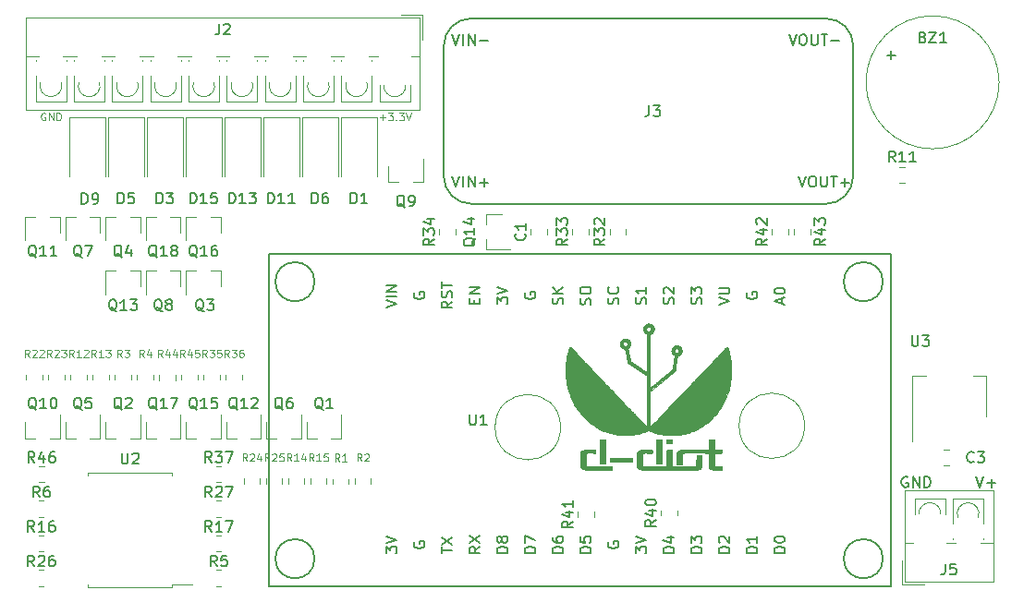
<source format=gto>
G04 #@! TF.GenerationSoftware,KiCad,Pcbnew,5.1.12-84ad8e8a86~92~ubuntu20.04.1*
G04 #@! TF.CreationDate,2022-01-06T20:08:06+01:00*
G04 #@! TF.ProjectId,ESPHome-Thermostat-pcb,45535048-6f6d-4652-9d54-6865726d6f73,1.0*
G04 #@! TF.SameCoordinates,Original*
G04 #@! TF.FileFunction,Legend,Top*
G04 #@! TF.FilePolarity,Positive*
%FSLAX46Y46*%
G04 Gerber Fmt 4.6, Leading zero omitted, Abs format (unit mm)*
G04 Created by KiCad (PCBNEW 5.1.12-84ad8e8a86~92~ubuntu20.04.1) date 2022-01-06 20:08:06*
%MOMM*%
%LPD*%
G01*
G04 APERTURE LIST*
%ADD10C,0.120000*%
%ADD11C,0.150000*%
%ADD12C,0.010000*%
G04 APERTURE END LIST*
D10*
X82928000Y-59613000D02*
X83461333Y-59613000D01*
X83194666Y-59879666D02*
X83194666Y-59346333D01*
X83728000Y-59179666D02*
X84161333Y-59179666D01*
X83928000Y-59446333D01*
X84028000Y-59446333D01*
X84094666Y-59479666D01*
X84128000Y-59513000D01*
X84161333Y-59579666D01*
X84161333Y-59746333D01*
X84128000Y-59813000D01*
X84094666Y-59846333D01*
X84028000Y-59879666D01*
X83828000Y-59879666D01*
X83761333Y-59846333D01*
X83728000Y-59813000D01*
X84461333Y-59813000D02*
X84494666Y-59846333D01*
X84461333Y-59879666D01*
X84428000Y-59846333D01*
X84461333Y-59813000D01*
X84461333Y-59879666D01*
X84728000Y-59179666D02*
X85161333Y-59179666D01*
X84928000Y-59446333D01*
X85028000Y-59446333D01*
X85094666Y-59479666D01*
X85128000Y-59513000D01*
X85161333Y-59579666D01*
X85161333Y-59746333D01*
X85128000Y-59813000D01*
X85094666Y-59846333D01*
X85028000Y-59879666D01*
X84828000Y-59879666D01*
X84761333Y-59846333D01*
X84728000Y-59813000D01*
X85361333Y-59179666D02*
X85594666Y-59879666D01*
X85828000Y-59179666D01*
X52298666Y-59213000D02*
X52232000Y-59179666D01*
X52132000Y-59179666D01*
X52032000Y-59213000D01*
X51965333Y-59279666D01*
X51932000Y-59346333D01*
X51898666Y-59479666D01*
X51898666Y-59579666D01*
X51932000Y-59713000D01*
X51965333Y-59779666D01*
X52032000Y-59846333D01*
X52132000Y-59879666D01*
X52198666Y-59879666D01*
X52298666Y-59846333D01*
X52332000Y-59813000D01*
X52332000Y-59579666D01*
X52198666Y-59579666D01*
X52632000Y-59879666D02*
X52632000Y-59179666D01*
X53032000Y-59879666D01*
X53032000Y-59179666D01*
X53365333Y-59879666D02*
X53365333Y-59179666D01*
X53532000Y-59179666D01*
X53632000Y-59213000D01*
X53698666Y-59279666D01*
X53732000Y-59346333D01*
X53765333Y-59479666D01*
X53765333Y-59579666D01*
X53732000Y-59713000D01*
X53698666Y-59779666D01*
X53632000Y-59846333D01*
X53532000Y-59879666D01*
X53365333Y-59879666D01*
X121872000Y-87884000D02*
G75*
G03*
X121872000Y-87884000I-3000000J0D01*
G01*
X99520000Y-88011000D02*
G75*
G03*
X99520000Y-88011000I-3000000J0D01*
G01*
D11*
X137604619Y-92543380D02*
X137937952Y-93543380D01*
X138271285Y-92543380D01*
X138604619Y-93162428D02*
X139366523Y-93162428D01*
X138985571Y-93543380D02*
X138985571Y-92781476D01*
X131318095Y-92591000D02*
X131222857Y-92543380D01*
X131080000Y-92543380D01*
X130937142Y-92591000D01*
X130841904Y-92686238D01*
X130794285Y-92781476D01*
X130746666Y-92971952D01*
X130746666Y-93114809D01*
X130794285Y-93305285D01*
X130841904Y-93400523D01*
X130937142Y-93495761D01*
X131080000Y-93543380D01*
X131175238Y-93543380D01*
X131318095Y-93495761D01*
X131365714Y-93448142D01*
X131365714Y-93114809D01*
X131175238Y-93114809D01*
X131794285Y-93543380D02*
X131794285Y-92543380D01*
X132365714Y-93543380D01*
X132365714Y-92543380D01*
X132841904Y-93543380D02*
X132841904Y-92543380D01*
X133080000Y-92543380D01*
X133222857Y-92591000D01*
X133318095Y-92686238D01*
X133365714Y-92781476D01*
X133413333Y-92971952D01*
X133413333Y-93114809D01*
X133365714Y-93305285D01*
X133318095Y-93400523D01*
X133222857Y-93495761D01*
X133080000Y-93543380D01*
X132841904Y-93543380D01*
D12*
G36*
X107201483Y-90091050D02*
G01*
X107252279Y-90091121D01*
X107308877Y-90091233D01*
X107371684Y-90091376D01*
X107397974Y-90091437D01*
X107459128Y-90091605D01*
X107516949Y-90091813D01*
X107571136Y-90092058D01*
X107621387Y-90092337D01*
X107667403Y-90092648D01*
X107708882Y-90092987D01*
X107745524Y-90093352D01*
X107777027Y-90093740D01*
X107803091Y-90094148D01*
X107823416Y-90094573D01*
X107837700Y-90095013D01*
X107845642Y-90095464D01*
X107847042Y-90095664D01*
X107865749Y-90103655D01*
X107882121Y-90116426D01*
X107889950Y-90125921D01*
X107892227Y-90129439D01*
X107894006Y-90132993D01*
X107895338Y-90137402D01*
X107896277Y-90143489D01*
X107896872Y-90152072D01*
X107897177Y-90163973D01*
X107897244Y-90180014D01*
X107897124Y-90201013D01*
X107896869Y-90227793D01*
X107896803Y-90234213D01*
X107896469Y-90264482D01*
X107896005Y-90288764D01*
X107895193Y-90307845D01*
X107893815Y-90322510D01*
X107891651Y-90333545D01*
X107888482Y-90341735D01*
X107884090Y-90347868D01*
X107878256Y-90352727D01*
X107870760Y-90357099D01*
X107861384Y-90361770D01*
X107861243Y-90361839D01*
X107842075Y-90371217D01*
X107454078Y-90370325D01*
X107392686Y-90370182D01*
X107337698Y-90370060D01*
X107288746Y-90369977D01*
X107245460Y-90369949D01*
X107207471Y-90369990D01*
X107174410Y-90370119D01*
X107145908Y-90370350D01*
X107121597Y-90370700D01*
X107101106Y-90371186D01*
X107084068Y-90371823D01*
X107070112Y-90372627D01*
X107058871Y-90373615D01*
X107049974Y-90374803D01*
X107043053Y-90376207D01*
X107037739Y-90377843D01*
X107033663Y-90379727D01*
X107030455Y-90381876D01*
X107027748Y-90384306D01*
X107025171Y-90387032D01*
X107023172Y-90389207D01*
X107020900Y-90391534D01*
X107018827Y-90393634D01*
X107016943Y-90395809D01*
X107015240Y-90398366D01*
X107013708Y-90401609D01*
X107012339Y-90405843D01*
X107011123Y-90411373D01*
X107010051Y-90418505D01*
X107009114Y-90427542D01*
X107008303Y-90438789D01*
X107007610Y-90452553D01*
X107007024Y-90469137D01*
X107006538Y-90488846D01*
X107006141Y-90511986D01*
X107005825Y-90538861D01*
X107005581Y-90569776D01*
X107005399Y-90605036D01*
X107005271Y-90644946D01*
X107005187Y-90689811D01*
X107005139Y-90739936D01*
X107005118Y-90795626D01*
X107005113Y-90857185D01*
X107005117Y-90924919D01*
X107005120Y-90996347D01*
X107005123Y-91069302D01*
X107005132Y-91135793D01*
X107005152Y-91196130D01*
X107005185Y-91250621D01*
X107005235Y-91299575D01*
X107005305Y-91343301D01*
X107005399Y-91382109D01*
X107005519Y-91416308D01*
X107005669Y-91446208D01*
X107005851Y-91472116D01*
X107006071Y-91494343D01*
X107006329Y-91513197D01*
X107006631Y-91528988D01*
X107006978Y-91542026D01*
X107007375Y-91552618D01*
X107007825Y-91561074D01*
X107008330Y-91567704D01*
X107008894Y-91572817D01*
X107009521Y-91576721D01*
X107010213Y-91579727D01*
X107010974Y-91582142D01*
X107011290Y-91582990D01*
X107020759Y-91599966D01*
X107034327Y-91611736D01*
X107052598Y-91618810D01*
X107054295Y-91619191D01*
X107058473Y-91619574D01*
X107067403Y-91619934D01*
X107081190Y-91620271D01*
X107099942Y-91620585D01*
X107123766Y-91620878D01*
X107152769Y-91621149D01*
X107187058Y-91621399D01*
X107226739Y-91621628D01*
X107271920Y-91621837D01*
X107322708Y-91622025D01*
X107379209Y-91622194D01*
X107441531Y-91622343D01*
X107509781Y-91622473D01*
X107584065Y-91622584D01*
X107664490Y-91622677D01*
X107751164Y-91622752D01*
X107844194Y-91622810D01*
X107943686Y-91622850D01*
X108049747Y-91622873D01*
X108151674Y-91622880D01*
X109231854Y-91622880D01*
X109231928Y-90888820D01*
X109231938Y-90805684D01*
X109231952Y-90729052D01*
X109231973Y-90658653D01*
X109232002Y-90594218D01*
X109232043Y-90535475D01*
X109232096Y-90482156D01*
X109232165Y-90433989D01*
X109232252Y-90390705D01*
X109232358Y-90352035D01*
X109232487Y-90317707D01*
X109232641Y-90287452D01*
X109232821Y-90260999D01*
X109233030Y-90238080D01*
X109233271Y-90218423D01*
X109233545Y-90201758D01*
X109233855Y-90187816D01*
X109234203Y-90176327D01*
X109234592Y-90167020D01*
X109235023Y-90159625D01*
X109235499Y-90153873D01*
X109236022Y-90149492D01*
X109236594Y-90146214D01*
X109237218Y-90143768D01*
X109237896Y-90141885D01*
X109238190Y-90141213D01*
X109246636Y-90127826D01*
X109258828Y-90114684D01*
X109272723Y-90103622D01*
X109286278Y-90096471D01*
X109289033Y-90095599D01*
X109295582Y-90094692D01*
X109307958Y-90093953D01*
X109326303Y-90093380D01*
X109350758Y-90092971D01*
X109381465Y-90092724D01*
X109418566Y-90092638D01*
X109462202Y-90092710D01*
X109495080Y-90092846D01*
X109687360Y-90093800D01*
X109703339Y-90103193D01*
X109714868Y-90111790D01*
X109726036Y-90122978D01*
X109730432Y-90128593D01*
X109741547Y-90144600D01*
X109742416Y-90878249D01*
X109743286Y-91611898D01*
X110038750Y-91614223D01*
X110070801Y-91614442D01*
X110109159Y-91614645D01*
X110153358Y-91614832D01*
X110202933Y-91615003D01*
X110257418Y-91615157D01*
X110316345Y-91615293D01*
X110379250Y-91615411D01*
X110445667Y-91615511D01*
X110515129Y-91615591D01*
X110587170Y-91615652D01*
X110661325Y-91615692D01*
X110737127Y-91615711D01*
X110814110Y-91615709D01*
X110891809Y-91615685D01*
X110969757Y-91615639D01*
X111047489Y-91615570D01*
X111121614Y-91615481D01*
X111909014Y-91614413D01*
X111923692Y-91606579D01*
X111935240Y-91598522D01*
X111943191Y-91587601D01*
X111945484Y-91582872D01*
X111946990Y-91579062D01*
X111948362Y-91574441D01*
X111949612Y-91568682D01*
X111950746Y-91561462D01*
X111951772Y-91552457D01*
X111952701Y-91541341D01*
X111953539Y-91527791D01*
X111954295Y-91511482D01*
X111954978Y-91492089D01*
X111955596Y-91469288D01*
X111956157Y-91442755D01*
X111956670Y-91412165D01*
X111957143Y-91377193D01*
X111957585Y-91337516D01*
X111958004Y-91292808D01*
X111958408Y-91242745D01*
X111958805Y-91187003D01*
X111959205Y-91125258D01*
X111959615Y-91057184D01*
X111959772Y-91030213D01*
X111960123Y-90968016D01*
X111960435Y-90912229D01*
X111960728Y-90862490D01*
X111961023Y-90818436D01*
X111961341Y-90779703D01*
X111961701Y-90745931D01*
X111962125Y-90716755D01*
X111962634Y-90691812D01*
X111963248Y-90670742D01*
X111963987Y-90653179D01*
X111964872Y-90638763D01*
X111965925Y-90627129D01*
X111967165Y-90617916D01*
X111968613Y-90610761D01*
X111970289Y-90605300D01*
X111972215Y-90601171D01*
X111974412Y-90598012D01*
X111976898Y-90595460D01*
X111979696Y-90593152D01*
X111982826Y-90590724D01*
X111984859Y-90589071D01*
X111989837Y-90585041D01*
X111994816Y-90581609D01*
X112000358Y-90578728D01*
X112007026Y-90576349D01*
X112015383Y-90574426D01*
X112025991Y-90572908D01*
X112039414Y-90571750D01*
X112056213Y-90570901D01*
X112076952Y-90570314D01*
X112102193Y-90569942D01*
X112132499Y-90569735D01*
X112168432Y-90569646D01*
X112210556Y-90569627D01*
X112212197Y-90569627D01*
X112254166Y-90569641D01*
X112289933Y-90569716D01*
X112320068Y-90569898D01*
X112345142Y-90570235D01*
X112365725Y-90570772D01*
X112382389Y-90571557D01*
X112395703Y-90572638D01*
X112406240Y-90574060D01*
X112414569Y-90575871D01*
X112421261Y-90578117D01*
X112426886Y-90580846D01*
X112432017Y-90584104D01*
X112437223Y-90587939D01*
X112437490Y-90588143D01*
X112441038Y-90590675D01*
X112444212Y-90592807D01*
X112447033Y-90594911D01*
X112449523Y-90597356D01*
X112451704Y-90600512D01*
X112453596Y-90604751D01*
X112455222Y-90610442D01*
X112456604Y-90617956D01*
X112457763Y-90627663D01*
X112458720Y-90639933D01*
X112459498Y-90655137D01*
X112460117Y-90673645D01*
X112460601Y-90695827D01*
X112460969Y-90722053D01*
X112461245Y-90752695D01*
X112461449Y-90788121D01*
X112461603Y-90828704D01*
X112461729Y-90874812D01*
X112461848Y-90926816D01*
X112461983Y-90985086D01*
X112462041Y-91008200D01*
X112462202Y-91079763D01*
X112462292Y-91144923D01*
X112462296Y-91204051D01*
X112462201Y-91257517D01*
X112461994Y-91305692D01*
X112461661Y-91348945D01*
X112461187Y-91387647D01*
X112460559Y-91422169D01*
X112459764Y-91452881D01*
X112458788Y-91480153D01*
X112457617Y-91504356D01*
X112456237Y-91525860D01*
X112454635Y-91545035D01*
X112452797Y-91562252D01*
X112450710Y-91577881D01*
X112448358Y-91592293D01*
X112445730Y-91605857D01*
X112442811Y-91618945D01*
X112439587Y-91631927D01*
X112438854Y-91634733D01*
X112424038Y-91679974D01*
X112404528Y-91720609D01*
X112380198Y-91756751D01*
X112350923Y-91788513D01*
X112316575Y-91816004D01*
X112277031Y-91839338D01*
X112232162Y-91858627D01*
X112181843Y-91873981D01*
X112164572Y-91878081D01*
X112130831Y-91884859D01*
X112095933Y-91890340D01*
X112058425Y-91894697D01*
X112016854Y-91898102D01*
X111977492Y-91900366D01*
X111968076Y-91900656D01*
X111952089Y-91900939D01*
X111929735Y-91901213D01*
X111901217Y-91901480D01*
X111866738Y-91901738D01*
X111826502Y-91901988D01*
X111780710Y-91902229D01*
X111729568Y-91902461D01*
X111673276Y-91902684D01*
X111612040Y-91902898D01*
X111546061Y-91903102D01*
X111475543Y-91903297D01*
X111400689Y-91903482D01*
X111321702Y-91903657D01*
X111238785Y-91903823D01*
X111152142Y-91903978D01*
X111061975Y-91904122D01*
X110968487Y-91904256D01*
X110871882Y-91904379D01*
X110772363Y-91904492D01*
X110670133Y-91904593D01*
X110565395Y-91904683D01*
X110458351Y-91904761D01*
X110349206Y-91904828D01*
X110238162Y-91904883D01*
X110125423Y-91904926D01*
X110011191Y-91904957D01*
X109895670Y-91904976D01*
X109779062Y-91904982D01*
X109661571Y-91904976D01*
X109543400Y-91904957D01*
X109424752Y-91904924D01*
X109305831Y-91904879D01*
X109186838Y-91904820D01*
X109067978Y-91904748D01*
X108949453Y-91904662D01*
X108831467Y-91904562D01*
X108714223Y-91904449D01*
X108597923Y-91904321D01*
X108482772Y-91904178D01*
X108368971Y-91904021D01*
X108256724Y-91903850D01*
X108146235Y-91903663D01*
X108126107Y-91903627D01*
X108037160Y-91903461D01*
X107949890Y-91903284D01*
X107864546Y-91903099D01*
X107781374Y-91902907D01*
X107700621Y-91902707D01*
X107622535Y-91902502D01*
X107547363Y-91902292D01*
X107475352Y-91902077D01*
X107406748Y-91901860D01*
X107341800Y-91901640D01*
X107280754Y-91901419D01*
X107223858Y-91901198D01*
X107171358Y-91900977D01*
X107123502Y-91900757D01*
X107080537Y-91900540D01*
X107042710Y-91900326D01*
X107010269Y-91900116D01*
X106983460Y-91899912D01*
X106962531Y-91899713D01*
X106947728Y-91899521D01*
X106939299Y-91899337D01*
X106937387Y-91899228D01*
X106928813Y-91897958D01*
X106915321Y-91896159D01*
X106898721Y-91894066D01*
X106880825Y-91891912D01*
X106879814Y-91891793D01*
X106820162Y-91882802D01*
X106766250Y-91870381D01*
X106717889Y-91854378D01*
X106674892Y-91834642D01*
X106637070Y-91811022D01*
X106604236Y-91783365D01*
X106576203Y-91751520D01*
X106552781Y-91715335D01*
X106533784Y-91674659D01*
X106519023Y-91629340D01*
X106510978Y-91594093D01*
X106509371Y-91585466D01*
X106507912Y-91576807D01*
X106506593Y-91567767D01*
X106505407Y-91557997D01*
X106504348Y-91547148D01*
X106503408Y-91534873D01*
X106502580Y-91520822D01*
X106501857Y-91504646D01*
X106501233Y-91485998D01*
X106500699Y-91464528D01*
X106500250Y-91439888D01*
X106499877Y-91411728D01*
X106499574Y-91379701D01*
X106499334Y-91343458D01*
X106499150Y-91302650D01*
X106499014Y-91256929D01*
X106498921Y-91205945D01*
X106498861Y-91149351D01*
X106498829Y-91086797D01*
X106498818Y-91017935D01*
X106498818Y-90993448D01*
X106498826Y-90923661D01*
X106498851Y-90860306D01*
X106498897Y-90803044D01*
X106498966Y-90751532D01*
X106499062Y-90705431D01*
X106499189Y-90664400D01*
X106499349Y-90628097D01*
X106499545Y-90596182D01*
X106499782Y-90568315D01*
X106500062Y-90544154D01*
X106500388Y-90523359D01*
X106500765Y-90505590D01*
X106501194Y-90490504D01*
X106501680Y-90477763D01*
X106502225Y-90467024D01*
X106502833Y-90457947D01*
X106503507Y-90450191D01*
X106504073Y-90444911D01*
X106511864Y-90393971D01*
X106522860Y-90348517D01*
X106537304Y-90307942D01*
X106555439Y-90271640D01*
X106577509Y-90239005D01*
X106594840Y-90218650D01*
X106626017Y-90189759D01*
X106662250Y-90164813D01*
X106703683Y-90143745D01*
X106750462Y-90126486D01*
X106802733Y-90112969D01*
X106832316Y-90107364D01*
X106846591Y-90104971D01*
X106859766Y-90102814D01*
X106872246Y-90100882D01*
X106884438Y-90099163D01*
X106896749Y-90097647D01*
X106909583Y-90096321D01*
X106923348Y-90095174D01*
X106938449Y-90094196D01*
X106955292Y-90093373D01*
X106974284Y-90092696D01*
X106995829Y-90092152D01*
X107020335Y-90091730D01*
X107048208Y-90091418D01*
X107079853Y-90091206D01*
X107115677Y-90091082D01*
X107156085Y-90091034D01*
X107201483Y-90091050D01*
G37*
X107201483Y-90091050D02*
X107252279Y-90091121D01*
X107308877Y-90091233D01*
X107371684Y-90091376D01*
X107397974Y-90091437D01*
X107459128Y-90091605D01*
X107516949Y-90091813D01*
X107571136Y-90092058D01*
X107621387Y-90092337D01*
X107667403Y-90092648D01*
X107708882Y-90092987D01*
X107745524Y-90093352D01*
X107777027Y-90093740D01*
X107803091Y-90094148D01*
X107823416Y-90094573D01*
X107837700Y-90095013D01*
X107845642Y-90095464D01*
X107847042Y-90095664D01*
X107865749Y-90103655D01*
X107882121Y-90116426D01*
X107889950Y-90125921D01*
X107892227Y-90129439D01*
X107894006Y-90132993D01*
X107895338Y-90137402D01*
X107896277Y-90143489D01*
X107896872Y-90152072D01*
X107897177Y-90163973D01*
X107897244Y-90180014D01*
X107897124Y-90201013D01*
X107896869Y-90227793D01*
X107896803Y-90234213D01*
X107896469Y-90264482D01*
X107896005Y-90288764D01*
X107895193Y-90307845D01*
X107893815Y-90322510D01*
X107891651Y-90333545D01*
X107888482Y-90341735D01*
X107884090Y-90347868D01*
X107878256Y-90352727D01*
X107870760Y-90357099D01*
X107861384Y-90361770D01*
X107861243Y-90361839D01*
X107842075Y-90371217D01*
X107454078Y-90370325D01*
X107392686Y-90370182D01*
X107337698Y-90370060D01*
X107288746Y-90369977D01*
X107245460Y-90369949D01*
X107207471Y-90369990D01*
X107174410Y-90370119D01*
X107145908Y-90370350D01*
X107121597Y-90370700D01*
X107101106Y-90371186D01*
X107084068Y-90371823D01*
X107070112Y-90372627D01*
X107058871Y-90373615D01*
X107049974Y-90374803D01*
X107043053Y-90376207D01*
X107037739Y-90377843D01*
X107033663Y-90379727D01*
X107030455Y-90381876D01*
X107027748Y-90384306D01*
X107025171Y-90387032D01*
X107023172Y-90389207D01*
X107020900Y-90391534D01*
X107018827Y-90393634D01*
X107016943Y-90395809D01*
X107015240Y-90398366D01*
X107013708Y-90401609D01*
X107012339Y-90405843D01*
X107011123Y-90411373D01*
X107010051Y-90418505D01*
X107009114Y-90427542D01*
X107008303Y-90438789D01*
X107007610Y-90452553D01*
X107007024Y-90469137D01*
X107006538Y-90488846D01*
X107006141Y-90511986D01*
X107005825Y-90538861D01*
X107005581Y-90569776D01*
X107005399Y-90605036D01*
X107005271Y-90644946D01*
X107005187Y-90689811D01*
X107005139Y-90739936D01*
X107005118Y-90795626D01*
X107005113Y-90857185D01*
X107005117Y-90924919D01*
X107005120Y-90996347D01*
X107005123Y-91069302D01*
X107005132Y-91135793D01*
X107005152Y-91196130D01*
X107005185Y-91250621D01*
X107005235Y-91299575D01*
X107005305Y-91343301D01*
X107005399Y-91382109D01*
X107005519Y-91416308D01*
X107005669Y-91446208D01*
X107005851Y-91472116D01*
X107006071Y-91494343D01*
X107006329Y-91513197D01*
X107006631Y-91528988D01*
X107006978Y-91542026D01*
X107007375Y-91552618D01*
X107007825Y-91561074D01*
X107008330Y-91567704D01*
X107008894Y-91572817D01*
X107009521Y-91576721D01*
X107010213Y-91579727D01*
X107010974Y-91582142D01*
X107011290Y-91582990D01*
X107020759Y-91599966D01*
X107034327Y-91611736D01*
X107052598Y-91618810D01*
X107054295Y-91619191D01*
X107058473Y-91619574D01*
X107067403Y-91619934D01*
X107081190Y-91620271D01*
X107099942Y-91620585D01*
X107123766Y-91620878D01*
X107152769Y-91621149D01*
X107187058Y-91621399D01*
X107226739Y-91621628D01*
X107271920Y-91621837D01*
X107322708Y-91622025D01*
X107379209Y-91622194D01*
X107441531Y-91622343D01*
X107509781Y-91622473D01*
X107584065Y-91622584D01*
X107664490Y-91622677D01*
X107751164Y-91622752D01*
X107844194Y-91622810D01*
X107943686Y-91622850D01*
X108049747Y-91622873D01*
X108151674Y-91622880D01*
X109231854Y-91622880D01*
X109231928Y-90888820D01*
X109231938Y-90805684D01*
X109231952Y-90729052D01*
X109231973Y-90658653D01*
X109232002Y-90594218D01*
X109232043Y-90535475D01*
X109232096Y-90482156D01*
X109232165Y-90433989D01*
X109232252Y-90390705D01*
X109232358Y-90352035D01*
X109232487Y-90317707D01*
X109232641Y-90287452D01*
X109232821Y-90260999D01*
X109233030Y-90238080D01*
X109233271Y-90218423D01*
X109233545Y-90201758D01*
X109233855Y-90187816D01*
X109234203Y-90176327D01*
X109234592Y-90167020D01*
X109235023Y-90159625D01*
X109235499Y-90153873D01*
X109236022Y-90149492D01*
X109236594Y-90146214D01*
X109237218Y-90143768D01*
X109237896Y-90141885D01*
X109238190Y-90141213D01*
X109246636Y-90127826D01*
X109258828Y-90114684D01*
X109272723Y-90103622D01*
X109286278Y-90096471D01*
X109289033Y-90095599D01*
X109295582Y-90094692D01*
X109307958Y-90093953D01*
X109326303Y-90093380D01*
X109350758Y-90092971D01*
X109381465Y-90092724D01*
X109418566Y-90092638D01*
X109462202Y-90092710D01*
X109495080Y-90092846D01*
X109687360Y-90093800D01*
X109703339Y-90103193D01*
X109714868Y-90111790D01*
X109726036Y-90122978D01*
X109730432Y-90128593D01*
X109741547Y-90144600D01*
X109742416Y-90878249D01*
X109743286Y-91611898D01*
X110038750Y-91614223D01*
X110070801Y-91614442D01*
X110109159Y-91614645D01*
X110153358Y-91614832D01*
X110202933Y-91615003D01*
X110257418Y-91615157D01*
X110316345Y-91615293D01*
X110379250Y-91615411D01*
X110445667Y-91615511D01*
X110515129Y-91615591D01*
X110587170Y-91615652D01*
X110661325Y-91615692D01*
X110737127Y-91615711D01*
X110814110Y-91615709D01*
X110891809Y-91615685D01*
X110969757Y-91615639D01*
X111047489Y-91615570D01*
X111121614Y-91615481D01*
X111909014Y-91614413D01*
X111923692Y-91606579D01*
X111935240Y-91598522D01*
X111943191Y-91587601D01*
X111945484Y-91582872D01*
X111946990Y-91579062D01*
X111948362Y-91574441D01*
X111949612Y-91568682D01*
X111950746Y-91561462D01*
X111951772Y-91552457D01*
X111952701Y-91541341D01*
X111953539Y-91527791D01*
X111954295Y-91511482D01*
X111954978Y-91492089D01*
X111955596Y-91469288D01*
X111956157Y-91442755D01*
X111956670Y-91412165D01*
X111957143Y-91377193D01*
X111957585Y-91337516D01*
X111958004Y-91292808D01*
X111958408Y-91242745D01*
X111958805Y-91187003D01*
X111959205Y-91125258D01*
X111959615Y-91057184D01*
X111959772Y-91030213D01*
X111960123Y-90968016D01*
X111960435Y-90912229D01*
X111960728Y-90862490D01*
X111961023Y-90818436D01*
X111961341Y-90779703D01*
X111961701Y-90745931D01*
X111962125Y-90716755D01*
X111962634Y-90691812D01*
X111963248Y-90670742D01*
X111963987Y-90653179D01*
X111964872Y-90638763D01*
X111965925Y-90627129D01*
X111967165Y-90617916D01*
X111968613Y-90610761D01*
X111970289Y-90605300D01*
X111972215Y-90601171D01*
X111974412Y-90598012D01*
X111976898Y-90595460D01*
X111979696Y-90593152D01*
X111982826Y-90590724D01*
X111984859Y-90589071D01*
X111989837Y-90585041D01*
X111994816Y-90581609D01*
X112000358Y-90578728D01*
X112007026Y-90576349D01*
X112015383Y-90574426D01*
X112025991Y-90572908D01*
X112039414Y-90571750D01*
X112056213Y-90570901D01*
X112076952Y-90570314D01*
X112102193Y-90569942D01*
X112132499Y-90569735D01*
X112168432Y-90569646D01*
X112210556Y-90569627D01*
X112212197Y-90569627D01*
X112254166Y-90569641D01*
X112289933Y-90569716D01*
X112320068Y-90569898D01*
X112345142Y-90570235D01*
X112365725Y-90570772D01*
X112382389Y-90571557D01*
X112395703Y-90572638D01*
X112406240Y-90574060D01*
X112414569Y-90575871D01*
X112421261Y-90578117D01*
X112426886Y-90580846D01*
X112432017Y-90584104D01*
X112437223Y-90587939D01*
X112437490Y-90588143D01*
X112441038Y-90590675D01*
X112444212Y-90592807D01*
X112447033Y-90594911D01*
X112449523Y-90597356D01*
X112451704Y-90600512D01*
X112453596Y-90604751D01*
X112455222Y-90610442D01*
X112456604Y-90617956D01*
X112457763Y-90627663D01*
X112458720Y-90639933D01*
X112459498Y-90655137D01*
X112460117Y-90673645D01*
X112460601Y-90695827D01*
X112460969Y-90722053D01*
X112461245Y-90752695D01*
X112461449Y-90788121D01*
X112461603Y-90828704D01*
X112461729Y-90874812D01*
X112461848Y-90926816D01*
X112461983Y-90985086D01*
X112462041Y-91008200D01*
X112462202Y-91079763D01*
X112462292Y-91144923D01*
X112462296Y-91204051D01*
X112462201Y-91257517D01*
X112461994Y-91305692D01*
X112461661Y-91348945D01*
X112461187Y-91387647D01*
X112460559Y-91422169D01*
X112459764Y-91452881D01*
X112458788Y-91480153D01*
X112457617Y-91504356D01*
X112456237Y-91525860D01*
X112454635Y-91545035D01*
X112452797Y-91562252D01*
X112450710Y-91577881D01*
X112448358Y-91592293D01*
X112445730Y-91605857D01*
X112442811Y-91618945D01*
X112439587Y-91631927D01*
X112438854Y-91634733D01*
X112424038Y-91679974D01*
X112404528Y-91720609D01*
X112380198Y-91756751D01*
X112350923Y-91788513D01*
X112316575Y-91816004D01*
X112277031Y-91839338D01*
X112232162Y-91858627D01*
X112181843Y-91873981D01*
X112164572Y-91878081D01*
X112130831Y-91884859D01*
X112095933Y-91890340D01*
X112058425Y-91894697D01*
X112016854Y-91898102D01*
X111977492Y-91900366D01*
X111968076Y-91900656D01*
X111952089Y-91900939D01*
X111929735Y-91901213D01*
X111901217Y-91901480D01*
X111866738Y-91901738D01*
X111826502Y-91901988D01*
X111780710Y-91902229D01*
X111729568Y-91902461D01*
X111673276Y-91902684D01*
X111612040Y-91902898D01*
X111546061Y-91903102D01*
X111475543Y-91903297D01*
X111400689Y-91903482D01*
X111321702Y-91903657D01*
X111238785Y-91903823D01*
X111152142Y-91903978D01*
X111061975Y-91904122D01*
X110968487Y-91904256D01*
X110871882Y-91904379D01*
X110772363Y-91904492D01*
X110670133Y-91904593D01*
X110565395Y-91904683D01*
X110458351Y-91904761D01*
X110349206Y-91904828D01*
X110238162Y-91904883D01*
X110125423Y-91904926D01*
X110011191Y-91904957D01*
X109895670Y-91904976D01*
X109779062Y-91904982D01*
X109661571Y-91904976D01*
X109543400Y-91904957D01*
X109424752Y-91904924D01*
X109305831Y-91904879D01*
X109186838Y-91904820D01*
X109067978Y-91904748D01*
X108949453Y-91904662D01*
X108831467Y-91904562D01*
X108714223Y-91904449D01*
X108597923Y-91904321D01*
X108482772Y-91904178D01*
X108368971Y-91904021D01*
X108256724Y-91903850D01*
X108146235Y-91903663D01*
X108126107Y-91903627D01*
X108037160Y-91903461D01*
X107949890Y-91903284D01*
X107864546Y-91903099D01*
X107781374Y-91902907D01*
X107700621Y-91902707D01*
X107622535Y-91902502D01*
X107547363Y-91902292D01*
X107475352Y-91902077D01*
X107406748Y-91901860D01*
X107341800Y-91901640D01*
X107280754Y-91901419D01*
X107223858Y-91901198D01*
X107171358Y-91900977D01*
X107123502Y-91900757D01*
X107080537Y-91900540D01*
X107042710Y-91900326D01*
X107010269Y-91900116D01*
X106983460Y-91899912D01*
X106962531Y-91899713D01*
X106947728Y-91899521D01*
X106939299Y-91899337D01*
X106937387Y-91899228D01*
X106928813Y-91897958D01*
X106915321Y-91896159D01*
X106898721Y-91894066D01*
X106880825Y-91891912D01*
X106879814Y-91891793D01*
X106820162Y-91882802D01*
X106766250Y-91870381D01*
X106717889Y-91854378D01*
X106674892Y-91834642D01*
X106637070Y-91811022D01*
X106604236Y-91783365D01*
X106576203Y-91751520D01*
X106552781Y-91715335D01*
X106533784Y-91674659D01*
X106519023Y-91629340D01*
X106510978Y-91594093D01*
X106509371Y-91585466D01*
X106507912Y-91576807D01*
X106506593Y-91567767D01*
X106505407Y-91557997D01*
X106504348Y-91547148D01*
X106503408Y-91534873D01*
X106502580Y-91520822D01*
X106501857Y-91504646D01*
X106501233Y-91485998D01*
X106500699Y-91464528D01*
X106500250Y-91439888D01*
X106499877Y-91411728D01*
X106499574Y-91379701D01*
X106499334Y-91343458D01*
X106499150Y-91302650D01*
X106499014Y-91256929D01*
X106498921Y-91205945D01*
X106498861Y-91149351D01*
X106498829Y-91086797D01*
X106498818Y-91017935D01*
X106498818Y-90993448D01*
X106498826Y-90923661D01*
X106498851Y-90860306D01*
X106498897Y-90803044D01*
X106498966Y-90751532D01*
X106499062Y-90705431D01*
X106499189Y-90664400D01*
X106499349Y-90628097D01*
X106499545Y-90596182D01*
X106499782Y-90568315D01*
X106500062Y-90544154D01*
X106500388Y-90523359D01*
X106500765Y-90505590D01*
X106501194Y-90490504D01*
X106501680Y-90477763D01*
X106502225Y-90467024D01*
X106502833Y-90457947D01*
X106503507Y-90450191D01*
X106504073Y-90444911D01*
X106511864Y-90393971D01*
X106522860Y-90348517D01*
X106537304Y-90307942D01*
X106555439Y-90271640D01*
X106577509Y-90239005D01*
X106594840Y-90218650D01*
X106626017Y-90189759D01*
X106662250Y-90164813D01*
X106703683Y-90143745D01*
X106750462Y-90126486D01*
X106802733Y-90112969D01*
X106832316Y-90107364D01*
X106846591Y-90104971D01*
X106859766Y-90102814D01*
X106872246Y-90100882D01*
X106884438Y-90099163D01*
X106896749Y-90097647D01*
X106909583Y-90096321D01*
X106923348Y-90095174D01*
X106938449Y-90094196D01*
X106955292Y-90093373D01*
X106974284Y-90092696D01*
X106995829Y-90092152D01*
X107020335Y-90091730D01*
X107048208Y-90091418D01*
X107079853Y-90091206D01*
X107115677Y-90091082D01*
X107156085Y-90091034D01*
X107201483Y-90091050D01*
G36*
X102003266Y-90089317D02*
G01*
X102050055Y-90089429D01*
X102102485Y-90089648D01*
X102160859Y-90089975D01*
X102225480Y-90090408D01*
X102277334Y-90090795D01*
X102670187Y-90093841D01*
X102684154Y-90101292D01*
X102698673Y-90111341D01*
X102710491Y-90123886D01*
X102717823Y-90136968D01*
X102718448Y-90138934D01*
X102719136Y-90144699D01*
X102719753Y-90156223D01*
X102720272Y-90172493D01*
X102720669Y-90192497D01*
X102720915Y-90215221D01*
X102720987Y-90236292D01*
X102720987Y-90324598D01*
X102711658Y-90338690D01*
X102698626Y-90352774D01*
X102684565Y-90361899D01*
X102666800Y-90371017D01*
X102277334Y-90370228D01*
X102215692Y-90370100D01*
X102160458Y-90369992D01*
X102111264Y-90369921D01*
X102067744Y-90369902D01*
X102029531Y-90369954D01*
X101996259Y-90370092D01*
X101967561Y-90370334D01*
X101943071Y-90370696D01*
X101922422Y-90371196D01*
X101905249Y-90371849D01*
X101891183Y-90372674D01*
X101879860Y-90373686D01*
X101870911Y-90374903D01*
X101863972Y-90376341D01*
X101858675Y-90378018D01*
X101854653Y-90379949D01*
X101851541Y-90382153D01*
X101848972Y-90384645D01*
X101846579Y-90387442D01*
X101844385Y-90390103D01*
X101842182Y-90392618D01*
X101840171Y-90394892D01*
X101838344Y-90397233D01*
X101836693Y-90399945D01*
X101835209Y-90403336D01*
X101833882Y-90407711D01*
X101832704Y-90413377D01*
X101831666Y-90420640D01*
X101830760Y-90429806D01*
X101829976Y-90441183D01*
X101829305Y-90455074D01*
X101828739Y-90471788D01*
X101828269Y-90491631D01*
X101827887Y-90514908D01*
X101827582Y-90541925D01*
X101827347Y-90572990D01*
X101827173Y-90608409D01*
X101827050Y-90648486D01*
X101826970Y-90693530D01*
X101826925Y-90743846D01*
X101826904Y-90799740D01*
X101826900Y-90861519D01*
X101826904Y-90929489D01*
X101826907Y-90996347D01*
X101826909Y-91069302D01*
X101826919Y-91135793D01*
X101826939Y-91196130D01*
X101826972Y-91250621D01*
X101827022Y-91299575D01*
X101827092Y-91343301D01*
X101827186Y-91382109D01*
X101827306Y-91416308D01*
X101827455Y-91446208D01*
X101827638Y-91472116D01*
X101827857Y-91494343D01*
X101828116Y-91513197D01*
X101828418Y-91528988D01*
X101828765Y-91542026D01*
X101829162Y-91552618D01*
X101829611Y-91561074D01*
X101830117Y-91567704D01*
X101830681Y-91572817D01*
X101831308Y-91576721D01*
X101832000Y-91579727D01*
X101832761Y-91582142D01*
X101833077Y-91582990D01*
X101842545Y-91599966D01*
X101856114Y-91611736D01*
X101874384Y-91618810D01*
X101876081Y-91619191D01*
X101880199Y-91619564D01*
X101889047Y-91619915D01*
X101902729Y-91620244D01*
X101921350Y-91620552D01*
X101945015Y-91620840D01*
X101973830Y-91621107D01*
X102007899Y-91621354D01*
X102047326Y-91621582D01*
X102092217Y-91621790D01*
X102142677Y-91621979D01*
X102198811Y-91622149D01*
X102260722Y-91622301D01*
X102328517Y-91622435D01*
X102402300Y-91622551D01*
X102482176Y-91622650D01*
X102568250Y-91622732D01*
X102660626Y-91622797D01*
X102759411Y-91622846D01*
X102864707Y-91622879D01*
X102976621Y-91622896D01*
X103033574Y-91622899D01*
X103147908Y-91622911D01*
X103256654Y-91622942D01*
X103359744Y-91622993D01*
X103457114Y-91623063D01*
X103548695Y-91623152D01*
X103634422Y-91623260D01*
X103714229Y-91623387D01*
X103788048Y-91623532D01*
X103855815Y-91623696D01*
X103917462Y-91623878D01*
X103972922Y-91624077D01*
X104022130Y-91624294D01*
X104065020Y-91624529D01*
X104101524Y-91624781D01*
X104131577Y-91625051D01*
X104155112Y-91625337D01*
X104172063Y-91625640D01*
X104182363Y-91625959D01*
X104185837Y-91626243D01*
X104203367Y-91633312D01*
X104219210Y-91643706D01*
X104231458Y-91655994D01*
X104236630Y-91664409D01*
X104238668Y-91669460D01*
X104240237Y-91675124D01*
X104241397Y-91682324D01*
X104242211Y-91691985D01*
X104242739Y-91705027D01*
X104243043Y-91722376D01*
X104243185Y-91744953D01*
X104243219Y-91763556D01*
X104243216Y-91789822D01*
X104243110Y-91810244D01*
X104242829Y-91825752D01*
X104242304Y-91837274D01*
X104241465Y-91845740D01*
X104240240Y-91852079D01*
X104238561Y-91857220D01*
X104236357Y-91862093D01*
X104235674Y-91863462D01*
X104225976Y-91876547D01*
X104211678Y-91888336D01*
X104194952Y-91897339D01*
X104179855Y-91901789D01*
X104175288Y-91901986D01*
X104164247Y-91902170D01*
X104147028Y-91902341D01*
X104123930Y-91902499D01*
X104095251Y-91902645D01*
X104061289Y-91902779D01*
X104022342Y-91902901D01*
X103978708Y-91903011D01*
X103930685Y-91903109D01*
X103878572Y-91903196D01*
X103822665Y-91903271D01*
X103763264Y-91903335D01*
X103700667Y-91903388D01*
X103635171Y-91903431D01*
X103567074Y-91903463D01*
X103496675Y-91903484D01*
X103424272Y-91903495D01*
X103350162Y-91903496D01*
X103274644Y-91903488D01*
X103198016Y-91903469D01*
X103120576Y-91903441D01*
X103042622Y-91903404D01*
X102964452Y-91903357D01*
X102886364Y-91903302D01*
X102808656Y-91903237D01*
X102731626Y-91903164D01*
X102655572Y-91903083D01*
X102580793Y-91902993D01*
X102507586Y-91902895D01*
X102436249Y-91902789D01*
X102367081Y-91902676D01*
X102300380Y-91902555D01*
X102236443Y-91902426D01*
X102175568Y-91902290D01*
X102118055Y-91902148D01*
X102064200Y-91901998D01*
X102014302Y-91901842D01*
X101968659Y-91901679D01*
X101927569Y-91901510D01*
X101891330Y-91901334D01*
X101860240Y-91901153D01*
X101834597Y-91900966D01*
X101814699Y-91900774D01*
X101800845Y-91900576D01*
X101793332Y-91900372D01*
X101793040Y-91900357D01*
X101727053Y-91895218D01*
X101667044Y-91887309D01*
X101612763Y-91876532D01*
X101563964Y-91862785D01*
X101520397Y-91845968D01*
X101481816Y-91825981D01*
X101447970Y-91802724D01*
X101418613Y-91776097D01*
X101393497Y-91745998D01*
X101386659Y-91736138D01*
X101369222Y-91706042D01*
X101354500Y-91672136D01*
X101342217Y-91633621D01*
X101332093Y-91589702D01*
X101328379Y-91569221D01*
X101327577Y-91564149D01*
X101326848Y-91558678D01*
X101326189Y-91552479D01*
X101325596Y-91545219D01*
X101325067Y-91536568D01*
X101324597Y-91526196D01*
X101324182Y-91513772D01*
X101323821Y-91498966D01*
X101323508Y-91481446D01*
X101323240Y-91460882D01*
X101323015Y-91436943D01*
X101322828Y-91409299D01*
X101322675Y-91377618D01*
X101322555Y-91341572D01*
X101322462Y-91300827D01*
X101322393Y-91255055D01*
X101322346Y-91203924D01*
X101322316Y-91147104D01*
X101322300Y-91084263D01*
X101322294Y-91015072D01*
X101322294Y-90456173D01*
X101330195Y-90412436D01*
X101340699Y-90364321D01*
X101353932Y-90321873D01*
X101370209Y-90284429D01*
X101389844Y-90251326D01*
X101413152Y-90221903D01*
X101428018Y-90206700D01*
X101455394Y-90183538D01*
X101486013Y-90163244D01*
X101520299Y-90145690D01*
X101558672Y-90130748D01*
X101601556Y-90118291D01*
X101649373Y-90108190D01*
X101702545Y-90100318D01*
X101761495Y-90094547D01*
X101808280Y-90091594D01*
X101824053Y-90090937D01*
X101843350Y-90090392D01*
X101866471Y-90089958D01*
X101893721Y-90089634D01*
X101925402Y-90089419D01*
X101961816Y-90089314D01*
X102003266Y-90089317D01*
G37*
X102003266Y-90089317D02*
X102050055Y-90089429D01*
X102102485Y-90089648D01*
X102160859Y-90089975D01*
X102225480Y-90090408D01*
X102277334Y-90090795D01*
X102670187Y-90093841D01*
X102684154Y-90101292D01*
X102698673Y-90111341D01*
X102710491Y-90123886D01*
X102717823Y-90136968D01*
X102718448Y-90138934D01*
X102719136Y-90144699D01*
X102719753Y-90156223D01*
X102720272Y-90172493D01*
X102720669Y-90192497D01*
X102720915Y-90215221D01*
X102720987Y-90236292D01*
X102720987Y-90324598D01*
X102711658Y-90338690D01*
X102698626Y-90352774D01*
X102684565Y-90361899D01*
X102666800Y-90371017D01*
X102277334Y-90370228D01*
X102215692Y-90370100D01*
X102160458Y-90369992D01*
X102111264Y-90369921D01*
X102067744Y-90369902D01*
X102029531Y-90369954D01*
X101996259Y-90370092D01*
X101967561Y-90370334D01*
X101943071Y-90370696D01*
X101922422Y-90371196D01*
X101905249Y-90371849D01*
X101891183Y-90372674D01*
X101879860Y-90373686D01*
X101870911Y-90374903D01*
X101863972Y-90376341D01*
X101858675Y-90378018D01*
X101854653Y-90379949D01*
X101851541Y-90382153D01*
X101848972Y-90384645D01*
X101846579Y-90387442D01*
X101844385Y-90390103D01*
X101842182Y-90392618D01*
X101840171Y-90394892D01*
X101838344Y-90397233D01*
X101836693Y-90399945D01*
X101835209Y-90403336D01*
X101833882Y-90407711D01*
X101832704Y-90413377D01*
X101831666Y-90420640D01*
X101830760Y-90429806D01*
X101829976Y-90441183D01*
X101829305Y-90455074D01*
X101828739Y-90471788D01*
X101828269Y-90491631D01*
X101827887Y-90514908D01*
X101827582Y-90541925D01*
X101827347Y-90572990D01*
X101827173Y-90608409D01*
X101827050Y-90648486D01*
X101826970Y-90693530D01*
X101826925Y-90743846D01*
X101826904Y-90799740D01*
X101826900Y-90861519D01*
X101826904Y-90929489D01*
X101826907Y-90996347D01*
X101826909Y-91069302D01*
X101826919Y-91135793D01*
X101826939Y-91196130D01*
X101826972Y-91250621D01*
X101827022Y-91299575D01*
X101827092Y-91343301D01*
X101827186Y-91382109D01*
X101827306Y-91416308D01*
X101827455Y-91446208D01*
X101827638Y-91472116D01*
X101827857Y-91494343D01*
X101828116Y-91513197D01*
X101828418Y-91528988D01*
X101828765Y-91542026D01*
X101829162Y-91552618D01*
X101829611Y-91561074D01*
X101830117Y-91567704D01*
X101830681Y-91572817D01*
X101831308Y-91576721D01*
X101832000Y-91579727D01*
X101832761Y-91582142D01*
X101833077Y-91582990D01*
X101842545Y-91599966D01*
X101856114Y-91611736D01*
X101874384Y-91618810D01*
X101876081Y-91619191D01*
X101880199Y-91619564D01*
X101889047Y-91619915D01*
X101902729Y-91620244D01*
X101921350Y-91620552D01*
X101945015Y-91620840D01*
X101973830Y-91621107D01*
X102007899Y-91621354D01*
X102047326Y-91621582D01*
X102092217Y-91621790D01*
X102142677Y-91621979D01*
X102198811Y-91622149D01*
X102260722Y-91622301D01*
X102328517Y-91622435D01*
X102402300Y-91622551D01*
X102482176Y-91622650D01*
X102568250Y-91622732D01*
X102660626Y-91622797D01*
X102759411Y-91622846D01*
X102864707Y-91622879D01*
X102976621Y-91622896D01*
X103033574Y-91622899D01*
X103147908Y-91622911D01*
X103256654Y-91622942D01*
X103359744Y-91622993D01*
X103457114Y-91623063D01*
X103548695Y-91623152D01*
X103634422Y-91623260D01*
X103714229Y-91623387D01*
X103788048Y-91623532D01*
X103855815Y-91623696D01*
X103917462Y-91623878D01*
X103972922Y-91624077D01*
X104022130Y-91624294D01*
X104065020Y-91624529D01*
X104101524Y-91624781D01*
X104131577Y-91625051D01*
X104155112Y-91625337D01*
X104172063Y-91625640D01*
X104182363Y-91625959D01*
X104185837Y-91626243D01*
X104203367Y-91633312D01*
X104219210Y-91643706D01*
X104231458Y-91655994D01*
X104236630Y-91664409D01*
X104238668Y-91669460D01*
X104240237Y-91675124D01*
X104241397Y-91682324D01*
X104242211Y-91691985D01*
X104242739Y-91705027D01*
X104243043Y-91722376D01*
X104243185Y-91744953D01*
X104243219Y-91763556D01*
X104243216Y-91789822D01*
X104243110Y-91810244D01*
X104242829Y-91825752D01*
X104242304Y-91837274D01*
X104241465Y-91845740D01*
X104240240Y-91852079D01*
X104238561Y-91857220D01*
X104236357Y-91862093D01*
X104235674Y-91863462D01*
X104225976Y-91876547D01*
X104211678Y-91888336D01*
X104194952Y-91897339D01*
X104179855Y-91901789D01*
X104175288Y-91901986D01*
X104164247Y-91902170D01*
X104147028Y-91902341D01*
X104123930Y-91902499D01*
X104095251Y-91902645D01*
X104061289Y-91902779D01*
X104022342Y-91902901D01*
X103978708Y-91903011D01*
X103930685Y-91903109D01*
X103878572Y-91903196D01*
X103822665Y-91903271D01*
X103763264Y-91903335D01*
X103700667Y-91903388D01*
X103635171Y-91903431D01*
X103567074Y-91903463D01*
X103496675Y-91903484D01*
X103424272Y-91903495D01*
X103350162Y-91903496D01*
X103274644Y-91903488D01*
X103198016Y-91903469D01*
X103120576Y-91903441D01*
X103042622Y-91903404D01*
X102964452Y-91903357D01*
X102886364Y-91903302D01*
X102808656Y-91903237D01*
X102731626Y-91903164D01*
X102655572Y-91903083D01*
X102580793Y-91902993D01*
X102507586Y-91902895D01*
X102436249Y-91902789D01*
X102367081Y-91902676D01*
X102300380Y-91902555D01*
X102236443Y-91902426D01*
X102175568Y-91902290D01*
X102118055Y-91902148D01*
X102064200Y-91901998D01*
X102014302Y-91901842D01*
X101968659Y-91901679D01*
X101927569Y-91901510D01*
X101891330Y-91901334D01*
X101860240Y-91901153D01*
X101834597Y-91900966D01*
X101814699Y-91900774D01*
X101800845Y-91900576D01*
X101793332Y-91900372D01*
X101793040Y-91900357D01*
X101727053Y-91895218D01*
X101667044Y-91887309D01*
X101612763Y-91876532D01*
X101563964Y-91862785D01*
X101520397Y-91845968D01*
X101481816Y-91825981D01*
X101447970Y-91802724D01*
X101418613Y-91776097D01*
X101393497Y-91745998D01*
X101386659Y-91736138D01*
X101369222Y-91706042D01*
X101354500Y-91672136D01*
X101342217Y-91633621D01*
X101332093Y-91589702D01*
X101328379Y-91569221D01*
X101327577Y-91564149D01*
X101326848Y-91558678D01*
X101326189Y-91552479D01*
X101325596Y-91545219D01*
X101325067Y-91536568D01*
X101324597Y-91526196D01*
X101324182Y-91513772D01*
X101323821Y-91498966D01*
X101323508Y-91481446D01*
X101323240Y-91460882D01*
X101323015Y-91436943D01*
X101322828Y-91409299D01*
X101322675Y-91377618D01*
X101322555Y-91341572D01*
X101322462Y-91300827D01*
X101322393Y-91255055D01*
X101322346Y-91203924D01*
X101322316Y-91147104D01*
X101322300Y-91084263D01*
X101322294Y-91015072D01*
X101322294Y-90456173D01*
X101330195Y-90412436D01*
X101340699Y-90364321D01*
X101353932Y-90321873D01*
X101370209Y-90284429D01*
X101389844Y-90251326D01*
X101413152Y-90221903D01*
X101428018Y-90206700D01*
X101455394Y-90183538D01*
X101486013Y-90163244D01*
X101520299Y-90145690D01*
X101558672Y-90130748D01*
X101601556Y-90118291D01*
X101649373Y-90108190D01*
X101702545Y-90100318D01*
X101761495Y-90094547D01*
X101808280Y-90091594D01*
X101824053Y-90090937D01*
X101843350Y-90090392D01*
X101866471Y-90089958D01*
X101893721Y-90089634D01*
X101925402Y-90089419D01*
X101961816Y-90089314D01*
X102003266Y-90089317D01*
G36*
X113452538Y-89113762D02*
G01*
X113479233Y-89113946D01*
X113501347Y-89114363D01*
X113519431Y-89115067D01*
X113534032Y-89116109D01*
X113545698Y-89117541D01*
X113554978Y-89119414D01*
X113562420Y-89121781D01*
X113568574Y-89124693D01*
X113573986Y-89128202D01*
X113579206Y-89132359D01*
X113584782Y-89137218D01*
X113584862Y-89137289D01*
X113600654Y-89151189D01*
X113600654Y-90088720D01*
X113927660Y-90088720D01*
X113989605Y-90088751D01*
X114044929Y-90088848D01*
X114093789Y-90089010D01*
X114136337Y-90089240D01*
X114172727Y-90089539D01*
X114203113Y-90089909D01*
X114227649Y-90090353D01*
X114246489Y-90090870D01*
X114259787Y-90091464D01*
X114267696Y-90092136D01*
X114269516Y-90092459D01*
X114283769Y-90098398D01*
X114298016Y-90108194D01*
X114310026Y-90120027D01*
X114317374Y-90131585D01*
X114318958Y-90138915D01*
X114320241Y-90151828D01*
X114321224Y-90169156D01*
X114321908Y-90189733D01*
X114322291Y-90212391D01*
X114322375Y-90235963D01*
X114322160Y-90259282D01*
X114321645Y-90281180D01*
X114320831Y-90300490D01*
X114319718Y-90316045D01*
X114318306Y-90326677D01*
X114317351Y-90330129D01*
X114307739Y-90344929D01*
X114293038Y-90357866D01*
X114279680Y-90365400D01*
X114277142Y-90366408D01*
X114273992Y-90367302D01*
X114269824Y-90368089D01*
X114264228Y-90368779D01*
X114256797Y-90369379D01*
X114247122Y-90369898D01*
X114234795Y-90370344D01*
X114219408Y-90370725D01*
X114200553Y-90371049D01*
X114177821Y-90371326D01*
X114150804Y-90371562D01*
X114119093Y-90371766D01*
X114082282Y-90371947D01*
X114039960Y-90372113D01*
X113991721Y-90372272D01*
X113937155Y-90372433D01*
X113931609Y-90372448D01*
X113597084Y-90373390D01*
X113598162Y-90963422D01*
X113598309Y-91039629D01*
X113598461Y-91109340D01*
X113598620Y-91172832D01*
X113598788Y-91230383D01*
X113598970Y-91282270D01*
X113599166Y-91328769D01*
X113599380Y-91370159D01*
X113599615Y-91406717D01*
X113599872Y-91438720D01*
X113600155Y-91466445D01*
X113600466Y-91490170D01*
X113600808Y-91510172D01*
X113601183Y-91526728D01*
X113601595Y-91540115D01*
X113602045Y-91550611D01*
X113602536Y-91558493D01*
X113603071Y-91564038D01*
X113603652Y-91567524D01*
X113603847Y-91568247D01*
X113612461Y-91585490D01*
X113625789Y-91599151D01*
X113642416Y-91607861D01*
X113645793Y-91608834D01*
X113651172Y-91609589D01*
X113661111Y-91610255D01*
X113675843Y-91610836D01*
X113695606Y-91611333D01*
X113720634Y-91611751D01*
X113751163Y-91612093D01*
X113787429Y-91612360D01*
X113829667Y-91612557D01*
X113878112Y-91612685D01*
X113933001Y-91612749D01*
X113956907Y-91612757D01*
X114001364Y-91612786D01*
X114044083Y-91612861D01*
X114084550Y-91612977D01*
X114122252Y-91613130D01*
X114156675Y-91613319D01*
X114187306Y-91613537D01*
X114213631Y-91613783D01*
X114235136Y-91614053D01*
X114251308Y-91614342D01*
X114261634Y-91614648D01*
X114265348Y-91614904D01*
X114282414Y-91620196D01*
X114298973Y-91629594D01*
X114312853Y-91641607D01*
X114321167Y-91653231D01*
X114323511Y-91658165D01*
X114325318Y-91663127D01*
X114326658Y-91669039D01*
X114327600Y-91676825D01*
X114328214Y-91687406D01*
X114328570Y-91701705D01*
X114328737Y-91720644D01*
X114328785Y-91745145D01*
X114328787Y-91754093D01*
X114328690Y-91782932D01*
X114328377Y-91805716D01*
X114327813Y-91823162D01*
X114326964Y-91835986D01*
X114325796Y-91844905D01*
X114324273Y-91850635D01*
X114324130Y-91850988D01*
X114315119Y-91866294D01*
X114301949Y-91881067D01*
X114286944Y-91892804D01*
X114283387Y-91894859D01*
X114269520Y-91902280D01*
X113930854Y-91902630D01*
X113882181Y-91902654D01*
X113834494Y-91902628D01*
X113788348Y-91902556D01*
X113744298Y-91902439D01*
X113702902Y-91902280D01*
X113664714Y-91902084D01*
X113630292Y-91901853D01*
X113600192Y-91901589D01*
X113574969Y-91901297D01*
X113555179Y-91900978D01*
X113541380Y-91900637D01*
X113537591Y-91900491D01*
X113470828Y-91896319D01*
X113410384Y-91890149D01*
X113356092Y-91881931D01*
X113307783Y-91871612D01*
X113265290Y-91859143D01*
X113228443Y-91844472D01*
X113197076Y-91827549D01*
X113171019Y-91808322D01*
X113150106Y-91786741D01*
X113146488Y-91782089D01*
X113131148Y-91759064D01*
X113119208Y-91735059D01*
X113110203Y-91708687D01*
X113103662Y-91678560D01*
X113099118Y-91643292D01*
X113098918Y-91641188D01*
X113098359Y-91631911D01*
X113097828Y-91616298D01*
X113097325Y-91594314D01*
X113096849Y-91565922D01*
X113096399Y-91531088D01*
X113095977Y-91489776D01*
X113095581Y-91441950D01*
X113095211Y-91387575D01*
X113094867Y-91326616D01*
X113094548Y-91259037D01*
X113094255Y-91184802D01*
X113093987Y-91103875D01*
X113093743Y-91016223D01*
X113093671Y-90987092D01*
X113092198Y-90373318D01*
X112913779Y-90371550D01*
X112876964Y-90371222D01*
X112834179Y-90370905D01*
X112785862Y-90370600D01*
X112732452Y-90370308D01*
X112674389Y-90370028D01*
X112612110Y-90369762D01*
X112546056Y-90369510D01*
X112476665Y-90369273D01*
X112404375Y-90369052D01*
X112329626Y-90368846D01*
X112252856Y-90368657D01*
X112174504Y-90368484D01*
X112095010Y-90368330D01*
X112014811Y-90368194D01*
X111934347Y-90368077D01*
X111854057Y-90367979D01*
X111774380Y-90367901D01*
X111695754Y-90367844D01*
X111618618Y-90367808D01*
X111543411Y-90367794D01*
X111470573Y-90367802D01*
X111400541Y-90367834D01*
X111333755Y-90367888D01*
X111270654Y-90367967D01*
X111211676Y-90368071D01*
X111157260Y-90368200D01*
X111107845Y-90368355D01*
X111063871Y-90368536D01*
X111025775Y-90368744D01*
X110993997Y-90368980D01*
X110992920Y-90368990D01*
X110942602Y-90369441D01*
X110898608Y-90369849D01*
X110860490Y-90370229D01*
X110827798Y-90370595D01*
X110800085Y-90370962D01*
X110776900Y-90371344D01*
X110757796Y-90371757D01*
X110742323Y-90372214D01*
X110730034Y-90372730D01*
X110720478Y-90373320D01*
X110713207Y-90373998D01*
X110707773Y-90374779D01*
X110703727Y-90375677D01*
X110700619Y-90376707D01*
X110698001Y-90377884D01*
X110696587Y-90378610D01*
X110682606Y-90389338D01*
X110672202Y-90405223D01*
X110666774Y-90419892D01*
X110666179Y-90424962D01*
X110665613Y-90436021D01*
X110665074Y-90453137D01*
X110664561Y-90476381D01*
X110664073Y-90505822D01*
X110663610Y-90541530D01*
X110663171Y-90583576D01*
X110662755Y-90632030D01*
X110662362Y-90686960D01*
X110661990Y-90748437D01*
X110661639Y-90816532D01*
X110661307Y-90891313D01*
X110661232Y-90909987D01*
X110659334Y-91387507D01*
X110651632Y-91398304D01*
X110644333Y-91405693D01*
X110633468Y-91413576D01*
X110624538Y-91418624D01*
X110605147Y-91428147D01*
X110212294Y-91428147D01*
X110195360Y-91419441D01*
X110180246Y-91409149D01*
X110168267Y-91396290D01*
X110158107Y-91381845D01*
X110157104Y-90964729D01*
X110156957Y-90895774D01*
X110156867Y-90833221D01*
X110156842Y-90776697D01*
X110156889Y-90725830D01*
X110157016Y-90680249D01*
X110157231Y-90639580D01*
X110157540Y-90603454D01*
X110157952Y-90571496D01*
X110158474Y-90543336D01*
X110159112Y-90518602D01*
X110159876Y-90496921D01*
X110160771Y-90477921D01*
X110161806Y-90461231D01*
X110162989Y-90446479D01*
X110164325Y-90433292D01*
X110165824Y-90421299D01*
X110167492Y-90410128D01*
X110168341Y-90405033D01*
X110179460Y-90354507D01*
X110194581Y-90309342D01*
X110213796Y-90269369D01*
X110237196Y-90234417D01*
X110264872Y-90204317D01*
X110285525Y-90187027D01*
X110314083Y-90167514D01*
X110344756Y-90150633D01*
X110378292Y-90136136D01*
X110415441Y-90123777D01*
X110456953Y-90113311D01*
X110503576Y-90104491D01*
X110556061Y-90097071D01*
X110561120Y-90096461D01*
X110566223Y-90095886D01*
X110571695Y-90095348D01*
X110577767Y-90094846D01*
X110584670Y-90094379D01*
X110592637Y-90093947D01*
X110601898Y-90093546D01*
X110612684Y-90093177D01*
X110625228Y-90092838D01*
X110639761Y-90092528D01*
X110656514Y-90092245D01*
X110675719Y-90091988D01*
X110697606Y-90091757D01*
X110722408Y-90091549D01*
X110750355Y-90091363D01*
X110781680Y-90091199D01*
X110816613Y-90091054D01*
X110855387Y-90090928D01*
X110898232Y-90090820D01*
X110945380Y-90090728D01*
X110997062Y-90090650D01*
X111053510Y-90090586D01*
X111114955Y-90090535D01*
X111181629Y-90090494D01*
X111253762Y-90090464D01*
X111331587Y-90090441D01*
X111415335Y-90090427D01*
X111505238Y-90090418D01*
X111601525Y-90090414D01*
X111670254Y-90090413D01*
X111756715Y-90090410D01*
X111842504Y-90090402D01*
X111927303Y-90090389D01*
X112010791Y-90090370D01*
X112092651Y-90090347D01*
X112172564Y-90090320D01*
X112250210Y-90090288D01*
X112325273Y-90090251D01*
X112397432Y-90090211D01*
X112466369Y-90090168D01*
X112531765Y-90090121D01*
X112593302Y-90090070D01*
X112650661Y-90090017D01*
X112703523Y-90089961D01*
X112751569Y-90089902D01*
X112794481Y-90089841D01*
X112831941Y-90089777D01*
X112863629Y-90089712D01*
X112889226Y-90089645D01*
X112908415Y-90089576D01*
X112910620Y-90089567D01*
X113092654Y-90088720D01*
X113092654Y-89629718D01*
X113092660Y-89564046D01*
X113092681Y-89504810D01*
X113092722Y-89451675D01*
X113092785Y-89404302D01*
X113092875Y-89362355D01*
X113092995Y-89325498D01*
X113093149Y-89293394D01*
X113093340Y-89265706D01*
X113093573Y-89242096D01*
X113093851Y-89222229D01*
X113094179Y-89205768D01*
X113094558Y-89192375D01*
X113094994Y-89181715D01*
X113095491Y-89173450D01*
X113096051Y-89167243D01*
X113096679Y-89162758D01*
X113097378Y-89159658D01*
X113097895Y-89158171D01*
X113107671Y-89141371D01*
X113121953Y-89128220D01*
X113131600Y-89122344D01*
X113134605Y-89120799D01*
X113137790Y-89119486D01*
X113141707Y-89118383D01*
X113146909Y-89117469D01*
X113153950Y-89116720D01*
X113163382Y-89116116D01*
X113175759Y-89115634D01*
X113191632Y-89115253D01*
X113211555Y-89114950D01*
X113236080Y-89114703D01*
X113265762Y-89114491D01*
X113301151Y-89114292D01*
X113339493Y-89114100D01*
X113383217Y-89113891D01*
X113420716Y-89113761D01*
X113452538Y-89113762D01*
G37*
X113452538Y-89113762D02*
X113479233Y-89113946D01*
X113501347Y-89114363D01*
X113519431Y-89115067D01*
X113534032Y-89116109D01*
X113545698Y-89117541D01*
X113554978Y-89119414D01*
X113562420Y-89121781D01*
X113568574Y-89124693D01*
X113573986Y-89128202D01*
X113579206Y-89132359D01*
X113584782Y-89137218D01*
X113584862Y-89137289D01*
X113600654Y-89151189D01*
X113600654Y-90088720D01*
X113927660Y-90088720D01*
X113989605Y-90088751D01*
X114044929Y-90088848D01*
X114093789Y-90089010D01*
X114136337Y-90089240D01*
X114172727Y-90089539D01*
X114203113Y-90089909D01*
X114227649Y-90090353D01*
X114246489Y-90090870D01*
X114259787Y-90091464D01*
X114267696Y-90092136D01*
X114269516Y-90092459D01*
X114283769Y-90098398D01*
X114298016Y-90108194D01*
X114310026Y-90120027D01*
X114317374Y-90131585D01*
X114318958Y-90138915D01*
X114320241Y-90151828D01*
X114321224Y-90169156D01*
X114321908Y-90189733D01*
X114322291Y-90212391D01*
X114322375Y-90235963D01*
X114322160Y-90259282D01*
X114321645Y-90281180D01*
X114320831Y-90300490D01*
X114319718Y-90316045D01*
X114318306Y-90326677D01*
X114317351Y-90330129D01*
X114307739Y-90344929D01*
X114293038Y-90357866D01*
X114279680Y-90365400D01*
X114277142Y-90366408D01*
X114273992Y-90367302D01*
X114269824Y-90368089D01*
X114264228Y-90368779D01*
X114256797Y-90369379D01*
X114247122Y-90369898D01*
X114234795Y-90370344D01*
X114219408Y-90370725D01*
X114200553Y-90371049D01*
X114177821Y-90371326D01*
X114150804Y-90371562D01*
X114119093Y-90371766D01*
X114082282Y-90371947D01*
X114039960Y-90372113D01*
X113991721Y-90372272D01*
X113937155Y-90372433D01*
X113931609Y-90372448D01*
X113597084Y-90373390D01*
X113598162Y-90963422D01*
X113598309Y-91039629D01*
X113598461Y-91109340D01*
X113598620Y-91172832D01*
X113598788Y-91230383D01*
X113598970Y-91282270D01*
X113599166Y-91328769D01*
X113599380Y-91370159D01*
X113599615Y-91406717D01*
X113599872Y-91438720D01*
X113600155Y-91466445D01*
X113600466Y-91490170D01*
X113600808Y-91510172D01*
X113601183Y-91526728D01*
X113601595Y-91540115D01*
X113602045Y-91550611D01*
X113602536Y-91558493D01*
X113603071Y-91564038D01*
X113603652Y-91567524D01*
X113603847Y-91568247D01*
X113612461Y-91585490D01*
X113625789Y-91599151D01*
X113642416Y-91607861D01*
X113645793Y-91608834D01*
X113651172Y-91609589D01*
X113661111Y-91610255D01*
X113675843Y-91610836D01*
X113695606Y-91611333D01*
X113720634Y-91611751D01*
X113751163Y-91612093D01*
X113787429Y-91612360D01*
X113829667Y-91612557D01*
X113878112Y-91612685D01*
X113933001Y-91612749D01*
X113956907Y-91612757D01*
X114001364Y-91612786D01*
X114044083Y-91612861D01*
X114084550Y-91612977D01*
X114122252Y-91613130D01*
X114156675Y-91613319D01*
X114187306Y-91613537D01*
X114213631Y-91613783D01*
X114235136Y-91614053D01*
X114251308Y-91614342D01*
X114261634Y-91614648D01*
X114265348Y-91614904D01*
X114282414Y-91620196D01*
X114298973Y-91629594D01*
X114312853Y-91641607D01*
X114321167Y-91653231D01*
X114323511Y-91658165D01*
X114325318Y-91663127D01*
X114326658Y-91669039D01*
X114327600Y-91676825D01*
X114328214Y-91687406D01*
X114328570Y-91701705D01*
X114328737Y-91720644D01*
X114328785Y-91745145D01*
X114328787Y-91754093D01*
X114328690Y-91782932D01*
X114328377Y-91805716D01*
X114327813Y-91823162D01*
X114326964Y-91835986D01*
X114325796Y-91844905D01*
X114324273Y-91850635D01*
X114324130Y-91850988D01*
X114315119Y-91866294D01*
X114301949Y-91881067D01*
X114286944Y-91892804D01*
X114283387Y-91894859D01*
X114269520Y-91902280D01*
X113930854Y-91902630D01*
X113882181Y-91902654D01*
X113834494Y-91902628D01*
X113788348Y-91902556D01*
X113744298Y-91902439D01*
X113702902Y-91902280D01*
X113664714Y-91902084D01*
X113630292Y-91901853D01*
X113600192Y-91901589D01*
X113574969Y-91901297D01*
X113555179Y-91900978D01*
X113541380Y-91900637D01*
X113537591Y-91900491D01*
X113470828Y-91896319D01*
X113410384Y-91890149D01*
X113356092Y-91881931D01*
X113307783Y-91871612D01*
X113265290Y-91859143D01*
X113228443Y-91844472D01*
X113197076Y-91827549D01*
X113171019Y-91808322D01*
X113150106Y-91786741D01*
X113146488Y-91782089D01*
X113131148Y-91759064D01*
X113119208Y-91735059D01*
X113110203Y-91708687D01*
X113103662Y-91678560D01*
X113099118Y-91643292D01*
X113098918Y-91641188D01*
X113098359Y-91631911D01*
X113097828Y-91616298D01*
X113097325Y-91594314D01*
X113096849Y-91565922D01*
X113096399Y-91531088D01*
X113095977Y-91489776D01*
X113095581Y-91441950D01*
X113095211Y-91387575D01*
X113094867Y-91326616D01*
X113094548Y-91259037D01*
X113094255Y-91184802D01*
X113093987Y-91103875D01*
X113093743Y-91016223D01*
X113093671Y-90987092D01*
X113092198Y-90373318D01*
X112913779Y-90371550D01*
X112876964Y-90371222D01*
X112834179Y-90370905D01*
X112785862Y-90370600D01*
X112732452Y-90370308D01*
X112674389Y-90370028D01*
X112612110Y-90369762D01*
X112546056Y-90369510D01*
X112476665Y-90369273D01*
X112404375Y-90369052D01*
X112329626Y-90368846D01*
X112252856Y-90368657D01*
X112174504Y-90368484D01*
X112095010Y-90368330D01*
X112014811Y-90368194D01*
X111934347Y-90368077D01*
X111854057Y-90367979D01*
X111774380Y-90367901D01*
X111695754Y-90367844D01*
X111618618Y-90367808D01*
X111543411Y-90367794D01*
X111470573Y-90367802D01*
X111400541Y-90367834D01*
X111333755Y-90367888D01*
X111270654Y-90367967D01*
X111211676Y-90368071D01*
X111157260Y-90368200D01*
X111107845Y-90368355D01*
X111063871Y-90368536D01*
X111025775Y-90368744D01*
X110993997Y-90368980D01*
X110992920Y-90368990D01*
X110942602Y-90369441D01*
X110898608Y-90369849D01*
X110860490Y-90370229D01*
X110827798Y-90370595D01*
X110800085Y-90370962D01*
X110776900Y-90371344D01*
X110757796Y-90371757D01*
X110742323Y-90372214D01*
X110730034Y-90372730D01*
X110720478Y-90373320D01*
X110713207Y-90373998D01*
X110707773Y-90374779D01*
X110703727Y-90375677D01*
X110700619Y-90376707D01*
X110698001Y-90377884D01*
X110696587Y-90378610D01*
X110682606Y-90389338D01*
X110672202Y-90405223D01*
X110666774Y-90419892D01*
X110666179Y-90424962D01*
X110665613Y-90436021D01*
X110665074Y-90453137D01*
X110664561Y-90476381D01*
X110664073Y-90505822D01*
X110663610Y-90541530D01*
X110663171Y-90583576D01*
X110662755Y-90632030D01*
X110662362Y-90686960D01*
X110661990Y-90748437D01*
X110661639Y-90816532D01*
X110661307Y-90891313D01*
X110661232Y-90909987D01*
X110659334Y-91387507D01*
X110651632Y-91398304D01*
X110644333Y-91405693D01*
X110633468Y-91413576D01*
X110624538Y-91418624D01*
X110605147Y-91428147D01*
X110212294Y-91428147D01*
X110195360Y-91419441D01*
X110180246Y-91409149D01*
X110168267Y-91396290D01*
X110158107Y-91381845D01*
X110157104Y-90964729D01*
X110156957Y-90895774D01*
X110156867Y-90833221D01*
X110156842Y-90776697D01*
X110156889Y-90725830D01*
X110157016Y-90680249D01*
X110157231Y-90639580D01*
X110157540Y-90603454D01*
X110157952Y-90571496D01*
X110158474Y-90543336D01*
X110159112Y-90518602D01*
X110159876Y-90496921D01*
X110160771Y-90477921D01*
X110161806Y-90461231D01*
X110162989Y-90446479D01*
X110164325Y-90433292D01*
X110165824Y-90421299D01*
X110167492Y-90410128D01*
X110168341Y-90405033D01*
X110179460Y-90354507D01*
X110194581Y-90309342D01*
X110213796Y-90269369D01*
X110237196Y-90234417D01*
X110264872Y-90204317D01*
X110285525Y-90187027D01*
X110314083Y-90167514D01*
X110344756Y-90150633D01*
X110378292Y-90136136D01*
X110415441Y-90123777D01*
X110456953Y-90113311D01*
X110503576Y-90104491D01*
X110556061Y-90097071D01*
X110561120Y-90096461D01*
X110566223Y-90095886D01*
X110571695Y-90095348D01*
X110577767Y-90094846D01*
X110584670Y-90094379D01*
X110592637Y-90093947D01*
X110601898Y-90093546D01*
X110612684Y-90093177D01*
X110625228Y-90092838D01*
X110639761Y-90092528D01*
X110656514Y-90092245D01*
X110675719Y-90091988D01*
X110697606Y-90091757D01*
X110722408Y-90091549D01*
X110750355Y-90091363D01*
X110781680Y-90091199D01*
X110816613Y-90091054D01*
X110855387Y-90090928D01*
X110898232Y-90090820D01*
X110945380Y-90090728D01*
X110997062Y-90090650D01*
X111053510Y-90090586D01*
X111114955Y-90090535D01*
X111181629Y-90090494D01*
X111253762Y-90090464D01*
X111331587Y-90090441D01*
X111415335Y-90090427D01*
X111505238Y-90090418D01*
X111601525Y-90090414D01*
X111670254Y-90090413D01*
X111756715Y-90090410D01*
X111842504Y-90090402D01*
X111927303Y-90090389D01*
X112010791Y-90090370D01*
X112092651Y-90090347D01*
X112172564Y-90090320D01*
X112250210Y-90090288D01*
X112325273Y-90090251D01*
X112397432Y-90090211D01*
X112466369Y-90090168D01*
X112531765Y-90090121D01*
X112593302Y-90090070D01*
X112650661Y-90090017D01*
X112703523Y-90089961D01*
X112751569Y-90089902D01*
X112794481Y-90089841D01*
X112831941Y-90089777D01*
X112863629Y-90089712D01*
X112889226Y-90089645D01*
X112908415Y-90089576D01*
X112910620Y-90089567D01*
X113092654Y-90088720D01*
X113092654Y-89629718D01*
X113092660Y-89564046D01*
X113092681Y-89504810D01*
X113092722Y-89451675D01*
X113092785Y-89404302D01*
X113092875Y-89362355D01*
X113092995Y-89325498D01*
X113093149Y-89293394D01*
X113093340Y-89265706D01*
X113093573Y-89242096D01*
X113093851Y-89222229D01*
X113094179Y-89205768D01*
X113094558Y-89192375D01*
X113094994Y-89181715D01*
X113095491Y-89173450D01*
X113096051Y-89167243D01*
X113096679Y-89162758D01*
X113097378Y-89159658D01*
X113097895Y-89158171D01*
X113107671Y-89141371D01*
X113121953Y-89128220D01*
X113131600Y-89122344D01*
X113134605Y-89120799D01*
X113137790Y-89119486D01*
X113141707Y-89118383D01*
X113146909Y-89117469D01*
X113153950Y-89116720D01*
X113163382Y-89116116D01*
X113175759Y-89115634D01*
X113191632Y-89115253D01*
X113211555Y-89114950D01*
X113236080Y-89114703D01*
X113265762Y-89114491D01*
X113301151Y-89114292D01*
X113339493Y-89114100D01*
X113383217Y-89113891D01*
X113420716Y-89113761D01*
X113452538Y-89113762D01*
G36*
X103332072Y-89113924D02*
G01*
X103359643Y-89114052D01*
X103551259Y-89115053D01*
X103567496Y-89125213D01*
X103579188Y-89134115D01*
X103590262Y-89145063D01*
X103594320Y-89150100D01*
X103604907Y-89164826D01*
X103605790Y-90223673D01*
X103605873Y-90330775D01*
X103605937Y-90431261D01*
X103605981Y-90525285D01*
X103606006Y-90613005D01*
X103606011Y-90694577D01*
X103605995Y-90770157D01*
X103605958Y-90839901D01*
X103605899Y-90903965D01*
X103605818Y-90962506D01*
X103605715Y-91015681D01*
X103605590Y-91063645D01*
X103605441Y-91106554D01*
X103605268Y-91144565D01*
X103605071Y-91177834D01*
X103604849Y-91206518D01*
X103604603Y-91230772D01*
X103604330Y-91250753D01*
X103604032Y-91266617D01*
X103603708Y-91278521D01*
X103603357Y-91286621D01*
X103602978Y-91291072D01*
X103602783Y-91291969D01*
X103597923Y-91299693D01*
X103589918Y-91308750D01*
X103585114Y-91313212D01*
X103579776Y-91317693D01*
X103574670Y-91321514D01*
X103569236Y-91324727D01*
X103562914Y-91327381D01*
X103555143Y-91329528D01*
X103545364Y-91331219D01*
X103533016Y-91332504D01*
X103517540Y-91333436D01*
X103498375Y-91334064D01*
X103474961Y-91334440D01*
X103446738Y-91334615D01*
X103413147Y-91334640D01*
X103373625Y-91334565D01*
X103351139Y-91334506D01*
X103315963Y-91334386D01*
X103282631Y-91334226D01*
X103251794Y-91334033D01*
X103224103Y-91333812D01*
X103200207Y-91333569D01*
X103180758Y-91333312D01*
X103166407Y-91333046D01*
X103157803Y-91332778D01*
X103155709Y-91332624D01*
X103141465Y-91327961D01*
X103126435Y-91319136D01*
X103113010Y-91307873D01*
X103103576Y-91295892D01*
X103102834Y-91294502D01*
X103095214Y-91279391D01*
X103095288Y-90227702D01*
X103095296Y-90127579D01*
X103095307Y-90034005D01*
X103095321Y-89946755D01*
X103095340Y-89865605D01*
X103095366Y-89790331D01*
X103095400Y-89720708D01*
X103095442Y-89656511D01*
X103095495Y-89597517D01*
X103095560Y-89543500D01*
X103095638Y-89494236D01*
X103095730Y-89449502D01*
X103095838Y-89409072D01*
X103095963Y-89372721D01*
X103096106Y-89340227D01*
X103096269Y-89311363D01*
X103096453Y-89285906D01*
X103096659Y-89263631D01*
X103096889Y-89244314D01*
X103097144Y-89227729D01*
X103097425Y-89213654D01*
X103097733Y-89201863D01*
X103098071Y-89192132D01*
X103098439Y-89184237D01*
X103098838Y-89177952D01*
X103099271Y-89173054D01*
X103099737Y-89169318D01*
X103100240Y-89166519D01*
X103100779Y-89164434D01*
X103101356Y-89162838D01*
X103101575Y-89162335D01*
X103110305Y-89148754D01*
X103123137Y-89135466D01*
X103137875Y-89124383D01*
X103152322Y-89117420D01*
X103153599Y-89117042D01*
X103159180Y-89116112D01*
X103168827Y-89115347D01*
X103182898Y-89114741D01*
X103201748Y-89114289D01*
X103225734Y-89113987D01*
X103255212Y-89113829D01*
X103290539Y-89113810D01*
X103332072Y-89113924D01*
G37*
X103332072Y-89113924D02*
X103359643Y-89114052D01*
X103551259Y-89115053D01*
X103567496Y-89125213D01*
X103579188Y-89134115D01*
X103590262Y-89145063D01*
X103594320Y-89150100D01*
X103604907Y-89164826D01*
X103605790Y-90223673D01*
X103605873Y-90330775D01*
X103605937Y-90431261D01*
X103605981Y-90525285D01*
X103606006Y-90613005D01*
X103606011Y-90694577D01*
X103605995Y-90770157D01*
X103605958Y-90839901D01*
X103605899Y-90903965D01*
X103605818Y-90962506D01*
X103605715Y-91015681D01*
X103605590Y-91063645D01*
X103605441Y-91106554D01*
X103605268Y-91144565D01*
X103605071Y-91177834D01*
X103604849Y-91206518D01*
X103604603Y-91230772D01*
X103604330Y-91250753D01*
X103604032Y-91266617D01*
X103603708Y-91278521D01*
X103603357Y-91286621D01*
X103602978Y-91291072D01*
X103602783Y-91291969D01*
X103597923Y-91299693D01*
X103589918Y-91308750D01*
X103585114Y-91313212D01*
X103579776Y-91317693D01*
X103574670Y-91321514D01*
X103569236Y-91324727D01*
X103562914Y-91327381D01*
X103555143Y-91329528D01*
X103545364Y-91331219D01*
X103533016Y-91332504D01*
X103517540Y-91333436D01*
X103498375Y-91334064D01*
X103474961Y-91334440D01*
X103446738Y-91334615D01*
X103413147Y-91334640D01*
X103373625Y-91334565D01*
X103351139Y-91334506D01*
X103315963Y-91334386D01*
X103282631Y-91334226D01*
X103251794Y-91334033D01*
X103224103Y-91333812D01*
X103200207Y-91333569D01*
X103180758Y-91333312D01*
X103166407Y-91333046D01*
X103157803Y-91332778D01*
X103155709Y-91332624D01*
X103141465Y-91327961D01*
X103126435Y-91319136D01*
X103113010Y-91307873D01*
X103103576Y-91295892D01*
X103102834Y-91294502D01*
X103095214Y-91279391D01*
X103095288Y-90227702D01*
X103095296Y-90127579D01*
X103095307Y-90034005D01*
X103095321Y-89946755D01*
X103095340Y-89865605D01*
X103095366Y-89790331D01*
X103095400Y-89720708D01*
X103095442Y-89656511D01*
X103095495Y-89597517D01*
X103095560Y-89543500D01*
X103095638Y-89494236D01*
X103095730Y-89449502D01*
X103095838Y-89409072D01*
X103095963Y-89372721D01*
X103096106Y-89340227D01*
X103096269Y-89311363D01*
X103096453Y-89285906D01*
X103096659Y-89263631D01*
X103096889Y-89244314D01*
X103097144Y-89227729D01*
X103097425Y-89213654D01*
X103097733Y-89201863D01*
X103098071Y-89192132D01*
X103098439Y-89184237D01*
X103098838Y-89177952D01*
X103099271Y-89173054D01*
X103099737Y-89169318D01*
X103100240Y-89166519D01*
X103100779Y-89164434D01*
X103101356Y-89162838D01*
X103101575Y-89162335D01*
X103110305Y-89148754D01*
X103123137Y-89135466D01*
X103137875Y-89124383D01*
X103152322Y-89117420D01*
X103153599Y-89117042D01*
X103159180Y-89116112D01*
X103168827Y-89115347D01*
X103182898Y-89114741D01*
X103201748Y-89114289D01*
X103225734Y-89113987D01*
X103255212Y-89113829D01*
X103290539Y-89113810D01*
X103332072Y-89113924D01*
G36*
X108510367Y-89113925D02*
G01*
X108537587Y-89114052D01*
X108578693Y-89114280D01*
X108613572Y-89114513D01*
X108642773Y-89114769D01*
X108666840Y-89115068D01*
X108686323Y-89115428D01*
X108701767Y-89115867D01*
X108713720Y-89116406D01*
X108722728Y-89117063D01*
X108729339Y-89117856D01*
X108734100Y-89118805D01*
X108737557Y-89119929D01*
X108739886Y-89121039D01*
X108754610Y-89131477D01*
X108768223Y-89145278D01*
X108778224Y-89159854D01*
X108779101Y-89161612D01*
X108779645Y-89163064D01*
X108780153Y-89165200D01*
X108780628Y-89168241D01*
X108781069Y-89172410D01*
X108781478Y-89177929D01*
X108781856Y-89185021D01*
X108782205Y-89193908D01*
X108782525Y-89204811D01*
X108782818Y-89217954D01*
X108783086Y-89233558D01*
X108783328Y-89251845D01*
X108783547Y-89273039D01*
X108783743Y-89297361D01*
X108783918Y-89325034D01*
X108784073Y-89356279D01*
X108784209Y-89391320D01*
X108784328Y-89430377D01*
X108784430Y-89473674D01*
X108784516Y-89521433D01*
X108784589Y-89573876D01*
X108784648Y-89631226D01*
X108784696Y-89693703D01*
X108784733Y-89761532D01*
X108784760Y-89834934D01*
X108784780Y-89914131D01*
X108784792Y-89999345D01*
X108784799Y-90090800D01*
X108784801Y-90188716D01*
X108784801Y-90229778D01*
X108784799Y-90330052D01*
X108784795Y-90423775D01*
X108784787Y-90511173D01*
X108784775Y-90592467D01*
X108784756Y-90667883D01*
X108784729Y-90737644D01*
X108784694Y-90801972D01*
X108784648Y-90861092D01*
X108784591Y-90915228D01*
X108784520Y-90964603D01*
X108784435Y-91009440D01*
X108784334Y-91049963D01*
X108784216Y-91086396D01*
X108784080Y-91118962D01*
X108783924Y-91147886D01*
X108783746Y-91173389D01*
X108783546Y-91195697D01*
X108783322Y-91215032D01*
X108783073Y-91231618D01*
X108782796Y-91245680D01*
X108782492Y-91257439D01*
X108782159Y-91267121D01*
X108781795Y-91274948D01*
X108781399Y-91281144D01*
X108780969Y-91285933D01*
X108780504Y-91289538D01*
X108780004Y-91292184D01*
X108779465Y-91294092D01*
X108778888Y-91295488D01*
X108778316Y-91296521D01*
X108771270Y-91305566D01*
X108761994Y-91314565D01*
X108759855Y-91316280D01*
X108754639Y-91320152D01*
X108749564Y-91323451D01*
X108744067Y-91326220D01*
X108737584Y-91328505D01*
X108729553Y-91330351D01*
X108719410Y-91331802D01*
X108706592Y-91332903D01*
X108690537Y-91333700D01*
X108670682Y-91334238D01*
X108646463Y-91334560D01*
X108617318Y-91334713D01*
X108582683Y-91334741D01*
X108541995Y-91334689D01*
X108529429Y-91334667D01*
X108494198Y-91334557D01*
X108460774Y-91334369D01*
X108429812Y-91334111D01*
X108401969Y-91333793D01*
X108377900Y-91333424D01*
X108358261Y-91333014D01*
X108343708Y-91332572D01*
X108334898Y-91332107D01*
X108332694Y-91331835D01*
X108320235Y-91327578D01*
X108307022Y-91321216D01*
X108295690Y-91314149D01*
X108289922Y-91309127D01*
X108284507Y-91301650D01*
X108279060Y-91292285D01*
X108278915Y-91292001D01*
X108278391Y-91290586D01*
X108277901Y-91288330D01*
X108277444Y-91285015D01*
X108277019Y-91280418D01*
X108276625Y-91274318D01*
X108276261Y-91266494D01*
X108275926Y-91256725D01*
X108275618Y-91244789D01*
X108275336Y-91230466D01*
X108275080Y-91213534D01*
X108274847Y-91193772D01*
X108274638Y-91170959D01*
X108274451Y-91144873D01*
X108274284Y-91115294D01*
X108274138Y-91082000D01*
X108274009Y-91044770D01*
X108273898Y-91003382D01*
X108273803Y-90957616D01*
X108273724Y-90907251D01*
X108273658Y-90852064D01*
X108273606Y-90791836D01*
X108273565Y-90726344D01*
X108273534Y-90655368D01*
X108273513Y-90578686D01*
X108273501Y-90496077D01*
X108273496Y-90407321D01*
X108273497Y-90312195D01*
X108273501Y-90228588D01*
X108273509Y-90128421D01*
X108273520Y-90034804D01*
X108273534Y-89947511D01*
X108273554Y-89866318D01*
X108273579Y-89791001D01*
X108273613Y-89721336D01*
X108273655Y-89657098D01*
X108273708Y-89598062D01*
X108273773Y-89544006D01*
X108273851Y-89494703D01*
X108273943Y-89449930D01*
X108274051Y-89409463D01*
X108274175Y-89373077D01*
X108274318Y-89340548D01*
X108274481Y-89311651D01*
X108274665Y-89286162D01*
X108274871Y-89263856D01*
X108275100Y-89244510D01*
X108275355Y-89227899D01*
X108275635Y-89213799D01*
X108275944Y-89201985D01*
X108276281Y-89192233D01*
X108276648Y-89184318D01*
X108277047Y-89178017D01*
X108277479Y-89173104D01*
X108277945Y-89169356D01*
X108278447Y-89166548D01*
X108278985Y-89164456D01*
X108279562Y-89162856D01*
X108279789Y-89162335D01*
X108288518Y-89148754D01*
X108301351Y-89135466D01*
X108316089Y-89124383D01*
X108330535Y-89117420D01*
X108331813Y-89117042D01*
X108337397Y-89116111D01*
X108347049Y-89115345D01*
X108361127Y-89114740D01*
X108379986Y-89114288D01*
X108403983Y-89113986D01*
X108433474Y-89113829D01*
X108468817Y-89113810D01*
X108510367Y-89113925D01*
G37*
X108510367Y-89113925D02*
X108537587Y-89114052D01*
X108578693Y-89114280D01*
X108613572Y-89114513D01*
X108642773Y-89114769D01*
X108666840Y-89115068D01*
X108686323Y-89115428D01*
X108701767Y-89115867D01*
X108713720Y-89116406D01*
X108722728Y-89117063D01*
X108729339Y-89117856D01*
X108734100Y-89118805D01*
X108737557Y-89119929D01*
X108739886Y-89121039D01*
X108754610Y-89131477D01*
X108768223Y-89145278D01*
X108778224Y-89159854D01*
X108779101Y-89161612D01*
X108779645Y-89163064D01*
X108780153Y-89165200D01*
X108780628Y-89168241D01*
X108781069Y-89172410D01*
X108781478Y-89177929D01*
X108781856Y-89185021D01*
X108782205Y-89193908D01*
X108782525Y-89204811D01*
X108782818Y-89217954D01*
X108783086Y-89233558D01*
X108783328Y-89251845D01*
X108783547Y-89273039D01*
X108783743Y-89297361D01*
X108783918Y-89325034D01*
X108784073Y-89356279D01*
X108784209Y-89391320D01*
X108784328Y-89430377D01*
X108784430Y-89473674D01*
X108784516Y-89521433D01*
X108784589Y-89573876D01*
X108784648Y-89631226D01*
X108784696Y-89693703D01*
X108784733Y-89761532D01*
X108784760Y-89834934D01*
X108784780Y-89914131D01*
X108784792Y-89999345D01*
X108784799Y-90090800D01*
X108784801Y-90188716D01*
X108784801Y-90229778D01*
X108784799Y-90330052D01*
X108784795Y-90423775D01*
X108784787Y-90511173D01*
X108784775Y-90592467D01*
X108784756Y-90667883D01*
X108784729Y-90737644D01*
X108784694Y-90801972D01*
X108784648Y-90861092D01*
X108784591Y-90915228D01*
X108784520Y-90964603D01*
X108784435Y-91009440D01*
X108784334Y-91049963D01*
X108784216Y-91086396D01*
X108784080Y-91118962D01*
X108783924Y-91147886D01*
X108783746Y-91173389D01*
X108783546Y-91195697D01*
X108783322Y-91215032D01*
X108783073Y-91231618D01*
X108782796Y-91245680D01*
X108782492Y-91257439D01*
X108782159Y-91267121D01*
X108781795Y-91274948D01*
X108781399Y-91281144D01*
X108780969Y-91285933D01*
X108780504Y-91289538D01*
X108780004Y-91292184D01*
X108779465Y-91294092D01*
X108778888Y-91295488D01*
X108778316Y-91296521D01*
X108771270Y-91305566D01*
X108761994Y-91314565D01*
X108759855Y-91316280D01*
X108754639Y-91320152D01*
X108749564Y-91323451D01*
X108744067Y-91326220D01*
X108737584Y-91328505D01*
X108729553Y-91330351D01*
X108719410Y-91331802D01*
X108706592Y-91332903D01*
X108690537Y-91333700D01*
X108670682Y-91334238D01*
X108646463Y-91334560D01*
X108617318Y-91334713D01*
X108582683Y-91334741D01*
X108541995Y-91334689D01*
X108529429Y-91334667D01*
X108494198Y-91334557D01*
X108460774Y-91334369D01*
X108429812Y-91334111D01*
X108401969Y-91333793D01*
X108377900Y-91333424D01*
X108358261Y-91333014D01*
X108343708Y-91332572D01*
X108334898Y-91332107D01*
X108332694Y-91331835D01*
X108320235Y-91327578D01*
X108307022Y-91321216D01*
X108295690Y-91314149D01*
X108289922Y-91309127D01*
X108284507Y-91301650D01*
X108279060Y-91292285D01*
X108278915Y-91292001D01*
X108278391Y-91290586D01*
X108277901Y-91288330D01*
X108277444Y-91285015D01*
X108277019Y-91280418D01*
X108276625Y-91274318D01*
X108276261Y-91266494D01*
X108275926Y-91256725D01*
X108275618Y-91244789D01*
X108275336Y-91230466D01*
X108275080Y-91213534D01*
X108274847Y-91193772D01*
X108274638Y-91170959D01*
X108274451Y-91144873D01*
X108274284Y-91115294D01*
X108274138Y-91082000D01*
X108274009Y-91044770D01*
X108273898Y-91003382D01*
X108273803Y-90957616D01*
X108273724Y-90907251D01*
X108273658Y-90852064D01*
X108273606Y-90791836D01*
X108273565Y-90726344D01*
X108273534Y-90655368D01*
X108273513Y-90578686D01*
X108273501Y-90496077D01*
X108273496Y-90407321D01*
X108273497Y-90312195D01*
X108273501Y-90228588D01*
X108273509Y-90128421D01*
X108273520Y-90034804D01*
X108273534Y-89947511D01*
X108273554Y-89866318D01*
X108273579Y-89791001D01*
X108273613Y-89721336D01*
X108273655Y-89657098D01*
X108273708Y-89598062D01*
X108273773Y-89544006D01*
X108273851Y-89494703D01*
X108273943Y-89449930D01*
X108274051Y-89409463D01*
X108274175Y-89373077D01*
X108274318Y-89340548D01*
X108274481Y-89311651D01*
X108274665Y-89286162D01*
X108274871Y-89263856D01*
X108275100Y-89244510D01*
X108275355Y-89227899D01*
X108275635Y-89213799D01*
X108275944Y-89201985D01*
X108276281Y-89192233D01*
X108276648Y-89184318D01*
X108277047Y-89178017D01*
X108277479Y-89173104D01*
X108277945Y-89169356D01*
X108278447Y-89166548D01*
X108278985Y-89164456D01*
X108279562Y-89162856D01*
X108279789Y-89162335D01*
X108288518Y-89148754D01*
X108301351Y-89135466D01*
X108316089Y-89124383D01*
X108330535Y-89117420D01*
X108331813Y-89117042D01*
X108337397Y-89116111D01*
X108347049Y-89115345D01*
X108361127Y-89114740D01*
X108379986Y-89114288D01*
X108403983Y-89113986D01*
X108433474Y-89113829D01*
X108468817Y-89113810D01*
X108510367Y-89113925D01*
G36*
X106074107Y-90829354D02*
G01*
X106086255Y-90837544D01*
X106097662Y-90848103D01*
X106106562Y-90859159D01*
X106111123Y-90868562D01*
X106111506Y-90873507D01*
X106111815Y-90884465D01*
X106112047Y-90900677D01*
X106112195Y-90921383D01*
X106112256Y-90945825D01*
X106112226Y-90973242D01*
X106112098Y-91002874D01*
X106112019Y-91015241D01*
X106111040Y-91154362D01*
X106101822Y-91166444D01*
X106093335Y-91174961D01*
X106081801Y-91183418D01*
X106074910Y-91187343D01*
X106057217Y-91196160D01*
X104088837Y-91196160D01*
X104071011Y-91187277D01*
X104053866Y-91175810D01*
X104044099Y-91164670D01*
X104035014Y-91150947D01*
X104034020Y-91017829D01*
X104033825Y-90977973D01*
X104033880Y-90944118D01*
X104034181Y-90916414D01*
X104034726Y-90895011D01*
X104035511Y-90880062D01*
X104036535Y-90871716D01*
X104036649Y-90871256D01*
X104044859Y-90853387D01*
X104058724Y-90838174D01*
X104071846Y-90829405D01*
X104085814Y-90821933D01*
X106060240Y-90821933D01*
X106074107Y-90829354D01*
G37*
X106074107Y-90829354D02*
X106086255Y-90837544D01*
X106097662Y-90848103D01*
X106106562Y-90859159D01*
X106111123Y-90868562D01*
X106111506Y-90873507D01*
X106111815Y-90884465D01*
X106112047Y-90900677D01*
X106112195Y-90921383D01*
X106112256Y-90945825D01*
X106112226Y-90973242D01*
X106112098Y-91002874D01*
X106112019Y-91015241D01*
X106111040Y-91154362D01*
X106101822Y-91166444D01*
X106093335Y-91174961D01*
X106081801Y-91183418D01*
X106074910Y-91187343D01*
X106057217Y-91196160D01*
X104088837Y-91196160D01*
X104071011Y-91187277D01*
X104053866Y-91175810D01*
X104044099Y-91164670D01*
X104035014Y-91150947D01*
X104034020Y-91017829D01*
X104033825Y-90977973D01*
X104033880Y-90944118D01*
X104034181Y-90916414D01*
X104034726Y-90895011D01*
X104035511Y-90880062D01*
X104036535Y-90871716D01*
X104036649Y-90871256D01*
X104044859Y-90853387D01*
X104058724Y-90838174D01*
X104071846Y-90829405D01*
X104085814Y-90821933D01*
X106060240Y-90821933D01*
X106074107Y-90829354D01*
G36*
X109601175Y-89113981D02*
G01*
X109629641Y-89114285D01*
X109651950Y-89114756D01*
X109668252Y-89115398D01*
X109678703Y-89116211D01*
X109682280Y-89116796D01*
X109702268Y-89124356D01*
X109718499Y-89135908D01*
X109729633Y-89150495D01*
X109729726Y-89150677D01*
X109731364Y-89154093D01*
X109732717Y-89157752D01*
X109733807Y-89162288D01*
X109734656Y-89168334D01*
X109735289Y-89176526D01*
X109735726Y-89187496D01*
X109735992Y-89201880D01*
X109736108Y-89220312D01*
X109736098Y-89243425D01*
X109735984Y-89271854D01*
X109735790Y-89306232D01*
X109735719Y-89317733D01*
X109734774Y-89471187D01*
X109725264Y-89483652D01*
X109715931Y-89493343D01*
X109704521Y-89501977D01*
X109701557Y-89503704D01*
X109698490Y-89505297D01*
X109695354Y-89506652D01*
X109691601Y-89507791D01*
X109686683Y-89508736D01*
X109680053Y-89509509D01*
X109671161Y-89510132D01*
X109659460Y-89510626D01*
X109644402Y-89511014D01*
X109625440Y-89511317D01*
X109602025Y-89511557D01*
X109573609Y-89511756D01*
X109539644Y-89511935D01*
X109499583Y-89512117D01*
X109489240Y-89512163D01*
X109291120Y-89513033D01*
X109274162Y-89505079D01*
X109258453Y-89495489D01*
X109245406Y-89483295D01*
X109236489Y-89470073D01*
X109233553Y-89461412D01*
X109233147Y-89455737D01*
X109232815Y-89444051D01*
X109232562Y-89427115D01*
X109232392Y-89405691D01*
X109232310Y-89380540D01*
X109232321Y-89352424D01*
X109232431Y-89322105D01*
X109232539Y-89304171D01*
X109233547Y-89158008D01*
X109244068Y-89145013D01*
X109253635Y-89135560D01*
X109265701Y-89126639D01*
X109271066Y-89123535D01*
X109287542Y-89115053D01*
X109477291Y-89114058D01*
X109525153Y-89113870D01*
X109566396Y-89113844D01*
X109601175Y-89113981D01*
G37*
X109601175Y-89113981D02*
X109629641Y-89114285D01*
X109651950Y-89114756D01*
X109668252Y-89115398D01*
X109678703Y-89116211D01*
X109682280Y-89116796D01*
X109702268Y-89124356D01*
X109718499Y-89135908D01*
X109729633Y-89150495D01*
X109729726Y-89150677D01*
X109731364Y-89154093D01*
X109732717Y-89157752D01*
X109733807Y-89162288D01*
X109734656Y-89168334D01*
X109735289Y-89176526D01*
X109735726Y-89187496D01*
X109735992Y-89201880D01*
X109736108Y-89220312D01*
X109736098Y-89243425D01*
X109735984Y-89271854D01*
X109735790Y-89306232D01*
X109735719Y-89317733D01*
X109734774Y-89471187D01*
X109725264Y-89483652D01*
X109715931Y-89493343D01*
X109704521Y-89501977D01*
X109701557Y-89503704D01*
X109698490Y-89505297D01*
X109695354Y-89506652D01*
X109691601Y-89507791D01*
X109686683Y-89508736D01*
X109680053Y-89509509D01*
X109671161Y-89510132D01*
X109659460Y-89510626D01*
X109644402Y-89511014D01*
X109625440Y-89511317D01*
X109602025Y-89511557D01*
X109573609Y-89511756D01*
X109539644Y-89511935D01*
X109499583Y-89512117D01*
X109489240Y-89512163D01*
X109291120Y-89513033D01*
X109274162Y-89505079D01*
X109258453Y-89495489D01*
X109245406Y-89483295D01*
X109236489Y-89470073D01*
X109233553Y-89461412D01*
X109233147Y-89455737D01*
X109232815Y-89444051D01*
X109232562Y-89427115D01*
X109232392Y-89405691D01*
X109232310Y-89380540D01*
X109232321Y-89352424D01*
X109232431Y-89322105D01*
X109232539Y-89304171D01*
X109233547Y-89158008D01*
X109244068Y-89145013D01*
X109253635Y-89135560D01*
X109265701Y-89126639D01*
X109271066Y-89123535D01*
X109287542Y-89115053D01*
X109477291Y-89114058D01*
X109525153Y-89113870D01*
X109566396Y-89113844D01*
X109601175Y-89113981D01*
G36*
X107623401Y-78515434D02*
G01*
X107650884Y-78517468D01*
X107673703Y-78520693D01*
X107674901Y-78520929D01*
X107731072Y-78535521D01*
X107784218Y-78555985D01*
X107833998Y-78581974D01*
X107880071Y-78613143D01*
X107922095Y-78649146D01*
X107959730Y-78689639D01*
X107992634Y-78734277D01*
X108020466Y-78782713D01*
X108042886Y-78834602D01*
X108059552Y-78889599D01*
X108065241Y-78916107D01*
X108068742Y-78941570D01*
X108070805Y-78971445D01*
X108071428Y-79003525D01*
X108070610Y-79035604D01*
X108068350Y-79065473D01*
X108065355Y-79087133D01*
X108052040Y-79143425D01*
X108032778Y-79196733D01*
X108007847Y-79246753D01*
X107977522Y-79293177D01*
X107942080Y-79335701D01*
X107901796Y-79374019D01*
X107856947Y-79407824D01*
X107807808Y-79436811D01*
X107754656Y-79460675D01*
X107716320Y-79473831D01*
X107696000Y-79479987D01*
X107695151Y-81955076D01*
X107695099Y-82120925D01*
X107695057Y-82281518D01*
X107695026Y-82436798D01*
X107695005Y-82586711D01*
X107694995Y-82731200D01*
X107694995Y-82870210D01*
X107695005Y-83003683D01*
X107695026Y-83131566D01*
X107695057Y-83253801D01*
X107695098Y-83370333D01*
X107695150Y-83481107D01*
X107695211Y-83586065D01*
X107695283Y-83685152D01*
X107695364Y-83778313D01*
X107695455Y-83865491D01*
X107695557Y-83946631D01*
X107695668Y-84021676D01*
X107695788Y-84090572D01*
X107695919Y-84153261D01*
X107696059Y-84209688D01*
X107696209Y-84259798D01*
X107696368Y-84303533D01*
X107696537Y-84340839D01*
X107696715Y-84371660D01*
X107696903Y-84395939D01*
X107697100Y-84413621D01*
X107697306Y-84424650D01*
X107697521Y-84428970D01*
X107697554Y-84429036D01*
X107700367Y-84426822D01*
X107708223Y-84420437D01*
X107720948Y-84410025D01*
X107738365Y-84395733D01*
X107760299Y-84377706D01*
X107786573Y-84356087D01*
X107817012Y-84331024D01*
X107851440Y-84302660D01*
X107889681Y-84271141D01*
X107931559Y-84236611D01*
X107976898Y-84199217D01*
X108025522Y-84159103D01*
X108077256Y-84116414D01*
X108131923Y-84071295D01*
X108189348Y-84023892D01*
X108249355Y-83974349D01*
X108311767Y-83922812D01*
X108376409Y-83869425D01*
X108443105Y-83814335D01*
X108511680Y-83757686D01*
X108581956Y-83699622D01*
X108653759Y-83640290D01*
X108726913Y-83579834D01*
X108739554Y-83569387D01*
X108812937Y-83508736D01*
X108885005Y-83449174D01*
X108955582Y-83390845D01*
X109024490Y-83333896D01*
X109091555Y-83278473D01*
X109156599Y-83224719D01*
X109219447Y-83172782D01*
X109279922Y-83122807D01*
X109337849Y-83074939D01*
X109393051Y-83029324D01*
X109445351Y-82986108D01*
X109494575Y-82945435D01*
X109540544Y-82907452D01*
X109583085Y-82872305D01*
X109622019Y-82840138D01*
X109657171Y-82811097D01*
X109688366Y-82785329D01*
X109715425Y-82762978D01*
X109738175Y-82744190D01*
X109756437Y-82729110D01*
X109770037Y-82717885D01*
X109778798Y-82710660D01*
X109782543Y-82707580D01*
X109782667Y-82707480D01*
X109783740Y-82703655D01*
X109785691Y-82693161D01*
X109788520Y-82675993D01*
X109792229Y-82652149D01*
X109796817Y-82621625D01*
X109802286Y-82584417D01*
X109808636Y-82540521D01*
X109815867Y-82489935D01*
X109823980Y-82432654D01*
X109832975Y-82368675D01*
X109842853Y-82297994D01*
X109853615Y-82220608D01*
X109865260Y-82136513D01*
X109875225Y-82064317D01*
X109884180Y-81999321D01*
X109892876Y-81936139D01*
X109901268Y-81875095D01*
X109909313Y-81816516D01*
X109916965Y-81760726D01*
X109924180Y-81708052D01*
X109930915Y-81658819D01*
X109937124Y-81613351D01*
X109942763Y-81571975D01*
X109947788Y-81535016D01*
X109952154Y-81502800D01*
X109955817Y-81475651D01*
X109958733Y-81453896D01*
X109960857Y-81437860D01*
X109962145Y-81427868D01*
X109962552Y-81424245D01*
X109962548Y-81424237D01*
X109959352Y-81422705D01*
X109951366Y-81418789D01*
X109939869Y-81413120D01*
X109928822Y-81407653D01*
X109881453Y-81380530D01*
X109838308Y-81348457D01*
X109799591Y-81311941D01*
X109765510Y-81271487D01*
X109736271Y-81227601D01*
X109712080Y-81180788D01*
X109693144Y-81131553D01*
X109679669Y-81080403D01*
X109671863Y-81027842D01*
X109669930Y-80974375D01*
X109670091Y-80972281D01*
X109937763Y-80972281D01*
X109937813Y-81000108D01*
X109940703Y-81026349D01*
X109945777Y-81046744D01*
X109960825Y-81080659D01*
X109981294Y-81111532D01*
X110006413Y-81138559D01*
X110035414Y-81160936D01*
X110067524Y-81177861D01*
X110073866Y-81180376D01*
X110109969Y-81190515D01*
X110146347Y-81193901D01*
X110182812Y-81190527D01*
X110206230Y-81184781D01*
X110240758Y-81170845D01*
X110271695Y-81151579D01*
X110298559Y-81127628D01*
X110320869Y-81099639D01*
X110338144Y-81068257D01*
X110349902Y-81034129D01*
X110355661Y-80997901D01*
X110356177Y-80983531D01*
X110353167Y-80947060D01*
X110343932Y-80913028D01*
X110328369Y-80881198D01*
X110306378Y-80851334D01*
X110293818Y-80837934D01*
X110264811Y-80813031D01*
X110234200Y-80794628D01*
X110201550Y-80782557D01*
X110166426Y-80776648D01*
X110136094Y-80776249D01*
X110099535Y-80781280D01*
X110064992Y-80792439D01*
X110033132Y-80809214D01*
X110004623Y-80831095D01*
X109980133Y-80857572D01*
X109960331Y-80888132D01*
X109946155Y-80921434D01*
X109940546Y-80945259D01*
X109937763Y-80972281D01*
X109670091Y-80972281D01*
X109674079Y-80920510D01*
X109684514Y-80866750D01*
X109694296Y-80833501D01*
X109715343Y-80780901D01*
X109741933Y-80731957D01*
X109773723Y-80686971D01*
X109810370Y-80646244D01*
X109851534Y-80610079D01*
X109896871Y-80578777D01*
X109946040Y-80552640D01*
X109998698Y-80531971D01*
X110052482Y-80517495D01*
X110079977Y-80513132D01*
X110111773Y-80510493D01*
X110145717Y-80509580D01*
X110179660Y-80510393D01*
X110211451Y-80512933D01*
X110238938Y-80517200D01*
X110240025Y-80517430D01*
X110296583Y-80532819D01*
X110349618Y-80553876D01*
X110398860Y-80580330D01*
X110444038Y-80611910D01*
X110484882Y-80648346D01*
X110521121Y-80689367D01*
X110552485Y-80734702D01*
X110578703Y-80784082D01*
X110599506Y-80837234D01*
X110614197Y-80891874D01*
X110618149Y-80916649D01*
X110620705Y-80945941D01*
X110621843Y-80977637D01*
X110621541Y-81009619D01*
X110619777Y-81039775D01*
X110616530Y-81065989D01*
X110616035Y-81068793D01*
X110602631Y-81123681D01*
X110583258Y-81175791D01*
X110558279Y-81224745D01*
X110528057Y-81270168D01*
X110492955Y-81311684D01*
X110453335Y-81348917D01*
X110409563Y-81381491D01*
X110362000Y-81409030D01*
X110311009Y-81431158D01*
X110256955Y-81447499D01*
X110248292Y-81449497D01*
X110233906Y-81452464D01*
X110221066Y-81454732D01*
X110211929Y-81455933D01*
X110210051Y-81456033D01*
X110203901Y-81457047D01*
X110200674Y-81461243D01*
X110198969Y-81468807D01*
X110198307Y-81473381D01*
X110196766Y-81484341D01*
X110194391Y-81501362D01*
X110191226Y-81524120D01*
X110187316Y-81552289D01*
X110182707Y-81585545D01*
X110177443Y-81623564D01*
X110171569Y-81666022D01*
X110165130Y-81712593D01*
X110158171Y-81762953D01*
X110150737Y-81816778D01*
X110142872Y-81873742D01*
X110134621Y-81933523D01*
X110126030Y-81995794D01*
X110117143Y-82060231D01*
X110108005Y-82126510D01*
X110103807Y-82156970D01*
X110094582Y-82223807D01*
X110085578Y-82288853D01*
X110076842Y-82351790D01*
X110068417Y-82412300D01*
X110060349Y-82470065D01*
X110052683Y-82524768D01*
X110045464Y-82576090D01*
X110038737Y-82623714D01*
X110032547Y-82667323D01*
X110026939Y-82706598D01*
X110021958Y-82741221D01*
X110017649Y-82770875D01*
X110014058Y-82795243D01*
X110011228Y-82814005D01*
X110009206Y-82826846D01*
X110008036Y-82833445D01*
X110007791Y-82834304D01*
X110005011Y-82836564D01*
X109997177Y-82843003D01*
X109984456Y-82853481D01*
X109967014Y-82867862D01*
X109945018Y-82886007D01*
X109918635Y-82907779D01*
X109888031Y-82933041D01*
X109853373Y-82961653D01*
X109814827Y-82993480D01*
X109772561Y-83028383D01*
X109726741Y-83066224D01*
X109677534Y-83106866D01*
X109625107Y-83150172D01*
X109569625Y-83196002D01*
X109511256Y-83244221D01*
X109450167Y-83294689D01*
X109386524Y-83347270D01*
X109320493Y-83401826D01*
X109252243Y-83458219D01*
X109181938Y-83516311D01*
X109109747Y-83575965D01*
X109035835Y-83637042D01*
X108960369Y-83699407D01*
X108883516Y-83762919D01*
X108849589Y-83790958D01*
X107694307Y-84745743D01*
X107694307Y-86374421D01*
X107694313Y-86487166D01*
X107694331Y-86597278D01*
X107694361Y-86704583D01*
X107694403Y-86808906D01*
X107694455Y-86910073D01*
X107694519Y-87007909D01*
X107694593Y-87102239D01*
X107694677Y-87192889D01*
X107694771Y-87279683D01*
X107694874Y-87362449D01*
X107694987Y-87441010D01*
X107695109Y-87515193D01*
X107695239Y-87584822D01*
X107695377Y-87649724D01*
X107695524Y-87709723D01*
X107695678Y-87764645D01*
X107695839Y-87814316D01*
X107696007Y-87858560D01*
X107696182Y-87897204D01*
X107696364Y-87930072D01*
X107696551Y-87956991D01*
X107696744Y-87977784D01*
X107696942Y-87992279D01*
X107697146Y-88000300D01*
X107697294Y-88001969D01*
X107700492Y-87999154D01*
X107707277Y-87992170D01*
X107716778Y-87981946D01*
X107728123Y-87969411D01*
X107733312Y-87963587D01*
X107751337Y-87943432D01*
X107770333Y-87922555D01*
X107790606Y-87900641D01*
X107812468Y-87877373D01*
X107836225Y-87852435D01*
X107862187Y-87825513D01*
X107890662Y-87796288D01*
X107921960Y-87764447D01*
X107956388Y-87729672D01*
X107994257Y-87691648D01*
X108035873Y-87650059D01*
X108081547Y-87604589D01*
X108131587Y-87554922D01*
X108165197Y-87521627D01*
X108433742Y-87255773D01*
X110398258Y-85191600D01*
X110502173Y-85082413D01*
X110607778Y-84971452D01*
X110714865Y-84858936D01*
X110823223Y-84745084D01*
X110932645Y-84630115D01*
X111042921Y-84514249D01*
X111153844Y-84397705D01*
X111265204Y-84280702D01*
X111376793Y-84163459D01*
X111488402Y-84046196D01*
X111599822Y-83929132D01*
X111710845Y-83812486D01*
X111821262Y-83696477D01*
X111930864Y-83581326D01*
X112039442Y-83467250D01*
X112146789Y-83354469D01*
X112252694Y-83243203D01*
X112356950Y-83133671D01*
X112459348Y-83026092D01*
X112559678Y-82920685D01*
X112657733Y-82817669D01*
X112753304Y-82717265D01*
X112846182Y-82619690D01*
X112936157Y-82525165D01*
X113023023Y-82433909D01*
X113106569Y-82346140D01*
X113186587Y-82262079D01*
X113262869Y-82181944D01*
X113335205Y-82105955D01*
X113403388Y-82034330D01*
X113467208Y-81967290D01*
X113495640Y-81937423D01*
X113568356Y-81861038D01*
X113639982Y-81785796D01*
X113710370Y-81711851D01*
X113779376Y-81639355D01*
X113846854Y-81568462D01*
X113912657Y-81499326D01*
X113976640Y-81432099D01*
X114038656Y-81366936D01*
X114098561Y-81303989D01*
X114156207Y-81243413D01*
X114211449Y-81185359D01*
X114264142Y-81129982D01*
X114314138Y-81077436D01*
X114361292Y-81027873D01*
X114405459Y-80981446D01*
X114446492Y-80938310D01*
X114484245Y-80898617D01*
X114518573Y-80862522D01*
X114549329Y-80830177D01*
X114576368Y-80801735D01*
X114599544Y-80777351D01*
X114618710Y-80757177D01*
X114633721Y-80741366D01*
X114644431Y-80730074D01*
X114650694Y-80723451D01*
X114652162Y-80721885D01*
X114670204Y-80703158D01*
X114688193Y-80685849D01*
X114705284Y-80670668D01*
X114720627Y-80658330D01*
X114733376Y-80649546D01*
X114742683Y-80645030D01*
X114743950Y-80644721D01*
X114761386Y-80643857D01*
X114777219Y-80648390D01*
X114791909Y-80658651D01*
X114805914Y-80674975D01*
X114819695Y-80697693D01*
X114821323Y-80700802D01*
X114833882Y-80727060D01*
X114847717Y-80759609D01*
X114862710Y-80798111D01*
X114878740Y-80842229D01*
X114895687Y-80891627D01*
X114913431Y-80945966D01*
X114931851Y-81004911D01*
X114943353Y-81042933D01*
X114953127Y-81075862D01*
X114961346Y-81104245D01*
X114968322Y-81129420D01*
X114974368Y-81152725D01*
X114979798Y-81175496D01*
X114984924Y-81199070D01*
X114990059Y-81224784D01*
X114995517Y-81253975D01*
X115001610Y-81287980D01*
X115004304Y-81303279D01*
X115041238Y-81527062D01*
X115072778Y-81746848D01*
X115098930Y-81962729D01*
X115119699Y-82174797D01*
X115135092Y-82383146D01*
X115145115Y-82587867D01*
X115149773Y-82789052D01*
X115149071Y-82986794D01*
X115143017Y-83181185D01*
X115132925Y-83354333D01*
X115115113Y-83556587D01*
X115090696Y-83757743D01*
X115059731Y-83957634D01*
X115022277Y-84156092D01*
X114978391Y-84352952D01*
X114928130Y-84548045D01*
X114871554Y-84741205D01*
X114808719Y-84932265D01*
X114739682Y-85121058D01*
X114664503Y-85307417D01*
X114583239Y-85491174D01*
X114495947Y-85672164D01*
X114402685Y-85850218D01*
X114303511Y-86025170D01*
X114198483Y-86196852D01*
X114095747Y-86353227D01*
X113981440Y-86515764D01*
X113862942Y-86673125D01*
X113740302Y-86825264D01*
X113613570Y-86972131D01*
X113482798Y-87113681D01*
X113348034Y-87249866D01*
X113209330Y-87380637D01*
X113066736Y-87505949D01*
X112920302Y-87625753D01*
X112770078Y-87740002D01*
X112616115Y-87848649D01*
X112458462Y-87951646D01*
X112297171Y-88048946D01*
X112296787Y-88049169D01*
X112150033Y-88130870D01*
X111999643Y-88208244D01*
X111846441Y-88280938D01*
X111691248Y-88348601D01*
X111534887Y-88410879D01*
X111378181Y-88467419D01*
X111221952Y-88517870D01*
X111162254Y-88535552D01*
X111033354Y-88571224D01*
X110906764Y-88603072D01*
X110781407Y-88631277D01*
X110656210Y-88656022D01*
X110530096Y-88677489D01*
X110401991Y-88695861D01*
X110270820Y-88711319D01*
X110135508Y-88724046D01*
X109994980Y-88734223D01*
X109987080Y-88734712D01*
X109966009Y-88735737D01*
X109939045Y-88736620D01*
X109907067Y-88737361D01*
X109870955Y-88737960D01*
X109831586Y-88738418D01*
X109789841Y-88738733D01*
X109746598Y-88738906D01*
X109702735Y-88738938D01*
X109659133Y-88738826D01*
X109616670Y-88738573D01*
X109576226Y-88738177D01*
X109538678Y-88737638D01*
X109504906Y-88736957D01*
X109475790Y-88736132D01*
X109452207Y-88735165D01*
X109445214Y-88734780D01*
X109313968Y-88725924D01*
X109186489Y-88715295D01*
X109061306Y-88702710D01*
X108936953Y-88687985D01*
X108811960Y-88670937D01*
X108684861Y-88651384D01*
X108554185Y-88629142D01*
X108459694Y-88611855D01*
X108414718Y-88603041D01*
X108371388Y-88593744D01*
X108329156Y-88583762D01*
X108287470Y-88572899D01*
X108245781Y-88560953D01*
X108203539Y-88547727D01*
X108160194Y-88533021D01*
X108115196Y-88516637D01*
X108067996Y-88498375D01*
X108018043Y-88478037D01*
X107964788Y-88455422D01*
X107907680Y-88430334D01*
X107846171Y-88402571D01*
X107779709Y-88371936D01*
X107721335Y-88344628D01*
X107693731Y-88331659D01*
X107667483Y-88319355D01*
X107643350Y-88308072D01*
X107622093Y-88298162D01*
X107604474Y-88289981D01*
X107591251Y-88283883D01*
X107583187Y-88280223D01*
X107581981Y-88279694D01*
X107566175Y-88272874D01*
X107510861Y-88298978D01*
X107352823Y-88369836D01*
X107191655Y-88434762D01*
X107027583Y-88493707D01*
X106860837Y-88546622D01*
X106691642Y-88593458D01*
X106520227Y-88634166D01*
X106346818Y-88668695D01*
X106171644Y-88696998D01*
X105994932Y-88719025D01*
X105816910Y-88734727D01*
X105637804Y-88744054D01*
X105457842Y-88746957D01*
X105440480Y-88746896D01*
X105410681Y-88746718D01*
X105381900Y-88746507D01*
X105355114Y-88746273D01*
X105331300Y-88746025D01*
X105311432Y-88745774D01*
X105296487Y-88745530D01*
X105288080Y-88745326D01*
X105100882Y-88735679D01*
X104914491Y-88719371D01*
X104729097Y-88696438D01*
X104544888Y-88666919D01*
X104362054Y-88630850D01*
X104180785Y-88588268D01*
X104001269Y-88539212D01*
X103823697Y-88483719D01*
X103648258Y-88421825D01*
X103647237Y-88421444D01*
X103477425Y-88354403D01*
X103309633Y-88280946D01*
X103144013Y-88201167D01*
X102980715Y-88115162D01*
X102819889Y-88023023D01*
X102661686Y-87924847D01*
X102506258Y-87820725D01*
X102353753Y-87710754D01*
X102204324Y-87595028D01*
X102058120Y-87473639D01*
X101915292Y-87346684D01*
X101882787Y-87316568D01*
X101861654Y-87296570D01*
X101836897Y-87272693D01*
X101809338Y-87245764D01*
X101779803Y-87216610D01*
X101749112Y-87186058D01*
X101718090Y-87154936D01*
X101687561Y-87124071D01*
X101658347Y-87094288D01*
X101631271Y-87066416D01*
X101607157Y-87041282D01*
X101586829Y-87019712D01*
X101580770Y-87013169D01*
X101448119Y-86864074D01*
X101320603Y-86710633D01*
X101198338Y-86553031D01*
X101081442Y-86391455D01*
X100970033Y-86226092D01*
X100864229Y-86057128D01*
X100764148Y-85884749D01*
X100669906Y-85709143D01*
X100581622Y-85530496D01*
X100499412Y-85348995D01*
X100436700Y-85198373D01*
X100365440Y-85011211D01*
X100300322Y-84821344D01*
X100241356Y-84628949D01*
X100188556Y-84434204D01*
X100141932Y-84237285D01*
X100101498Y-84038370D01*
X100067264Y-83837635D01*
X100039242Y-83635259D01*
X100017445Y-83431418D01*
X100001884Y-83226290D01*
X99992572Y-83020051D01*
X99989519Y-82812879D01*
X99992738Y-82604951D01*
X100002241Y-82396445D01*
X100018039Y-82187537D01*
X100040145Y-81978405D01*
X100068569Y-81769226D01*
X100103326Y-81560176D01*
X100144425Y-81351435D01*
X100171100Y-81230893D01*
X100180283Y-81191743D01*
X100190217Y-81150699D01*
X100200736Y-81108368D01*
X100211671Y-81065355D01*
X100222858Y-81022266D01*
X100234127Y-80979706D01*
X100245314Y-80938282D01*
X100256250Y-80898598D01*
X100266769Y-80861261D01*
X100276704Y-80826876D01*
X100285887Y-80796049D01*
X100294153Y-80769386D01*
X100301334Y-80747492D01*
X100307263Y-80730972D01*
X100311767Y-80720447D01*
X100326286Y-80698574D01*
X100344405Y-80682267D01*
X100365519Y-80671786D01*
X100389020Y-80667390D01*
X100414303Y-80669338D01*
X100425059Y-80672036D01*
X100444442Y-80680095D01*
X100465532Y-80693217D01*
X100488566Y-80711613D01*
X100513783Y-80735490D01*
X100541419Y-80765057D01*
X100571711Y-80800524D01*
X100573320Y-80802480D01*
X100579532Y-80809652D01*
X100590170Y-80821449D01*
X100604980Y-80837602D01*
X100623706Y-80857840D01*
X100646096Y-80881893D01*
X100671893Y-80909490D01*
X100700844Y-80940361D01*
X100732694Y-80974235D01*
X100767190Y-81010843D01*
X100804075Y-81049914D01*
X100843096Y-81091177D01*
X100883999Y-81134362D01*
X100926529Y-81179200D01*
X100970431Y-81225418D01*
X101015452Y-81272748D01*
X101053001Y-81312173D01*
X101079978Y-81340481D01*
X101111460Y-81373518D01*
X101147281Y-81411108D01*
X101187274Y-81453077D01*
X101231273Y-81499250D01*
X101279111Y-81549451D01*
X101330621Y-81603506D01*
X101385636Y-81661240D01*
X101443989Y-81722477D01*
X101505515Y-81787043D01*
X101570045Y-81854763D01*
X101637413Y-81925461D01*
X101707454Y-81998963D01*
X101779998Y-82075094D01*
X101854881Y-82153678D01*
X101931935Y-82234541D01*
X102010994Y-82317508D01*
X102091890Y-82402403D01*
X102174457Y-82489053D01*
X102258529Y-82577281D01*
X102343938Y-82666912D01*
X102430517Y-82757773D01*
X102518101Y-82849687D01*
X102606522Y-82942480D01*
X102695613Y-83035976D01*
X102785208Y-83130002D01*
X102875141Y-83224381D01*
X102965243Y-83318939D01*
X103055349Y-83413500D01*
X103107077Y-83467787D01*
X103266417Y-83635007D01*
X103421158Y-83797400D01*
X103571375Y-83955046D01*
X103717140Y-84108020D01*
X103858529Y-84256400D01*
X103995614Y-84400263D01*
X104128469Y-84539688D01*
X104257168Y-84674752D01*
X104381786Y-84805532D01*
X104502395Y-84932105D01*
X104619070Y-85054549D01*
X104731884Y-85172941D01*
X104840911Y-85287360D01*
X104946226Y-85397882D01*
X105047902Y-85504584D01*
X105146012Y-85607545D01*
X105240631Y-85706842D01*
X105331832Y-85802552D01*
X105419689Y-85894753D01*
X105504277Y-85983522D01*
X105585668Y-86068936D01*
X105663936Y-86151073D01*
X105739157Y-86230011D01*
X105811402Y-86305827D01*
X105880746Y-86378599D01*
X105947264Y-86448403D01*
X106011028Y-86515318D01*
X106072112Y-86579420D01*
X106130591Y-86640788D01*
X106186538Y-86699499D01*
X106240027Y-86755630D01*
X106291132Y-86809258D01*
X106339926Y-86860462D01*
X106386484Y-86909318D01*
X106430879Y-86955904D01*
X106473185Y-87000298D01*
X106513476Y-87042577D01*
X106551825Y-87082819D01*
X106588307Y-87121100D01*
X106622995Y-87157498D01*
X106655964Y-87192092D01*
X106687286Y-87224958D01*
X106717036Y-87256173D01*
X106745288Y-87285816D01*
X106772115Y-87313963D01*
X106797591Y-87340693D01*
X106821790Y-87366082D01*
X106844786Y-87390208D01*
X106866653Y-87413149D01*
X106887464Y-87434982D01*
X106907293Y-87455784D01*
X106926215Y-87475633D01*
X106944302Y-87494607D01*
X106961629Y-87512782D01*
X106978270Y-87530237D01*
X106994298Y-87547049D01*
X107009787Y-87563294D01*
X107024811Y-87579052D01*
X107039444Y-87594398D01*
X107053759Y-87609411D01*
X107057163Y-87612981D01*
X107105149Y-87663348D01*
X107148656Y-87709109D01*
X107187922Y-87750522D01*
X107223187Y-87787843D01*
X107254688Y-87821329D01*
X107282663Y-87851235D01*
X107307350Y-87877818D01*
X107328988Y-87901335D01*
X107347815Y-87922041D01*
X107364068Y-87940194D01*
X107377987Y-87956050D01*
X107389809Y-87969865D01*
X107399217Y-87981212D01*
X107413885Y-87999116D01*
X107427197Y-88015147D01*
X107438547Y-88028591D01*
X107447328Y-88038736D01*
X107452932Y-88044867D01*
X107454700Y-88046405D01*
X107454890Y-88043072D01*
X107455071Y-88033212D01*
X107455244Y-88017075D01*
X107455408Y-87994907D01*
X107455565Y-87966956D01*
X107455713Y-87933470D01*
X107455853Y-87894696D01*
X107455985Y-87850882D01*
X107456110Y-87802275D01*
X107456226Y-87749124D01*
X107456334Y-87691675D01*
X107456434Y-87630177D01*
X107456527Y-87564877D01*
X107456612Y-87496022D01*
X107456689Y-87423860D01*
X107456758Y-87348639D01*
X107456820Y-87270606D01*
X107456874Y-87190009D01*
X107456920Y-87107096D01*
X107456959Y-87022114D01*
X107456991Y-86935311D01*
X107457015Y-86846934D01*
X107457032Y-86757231D01*
X107457041Y-86666449D01*
X107457043Y-86574837D01*
X107457038Y-86482641D01*
X107457026Y-86390110D01*
X107457007Y-86297491D01*
X107456980Y-86205031D01*
X107456947Y-86112979D01*
X107456906Y-86021581D01*
X107456859Y-85931086D01*
X107456804Y-85841741D01*
X107456743Y-85753793D01*
X107456675Y-85667491D01*
X107456600Y-85583081D01*
X107456518Y-85500812D01*
X107456430Y-85420931D01*
X107456335Y-85343686D01*
X107456234Y-85269323D01*
X107456125Y-85198092D01*
X107456011Y-85130239D01*
X107455890Y-85066012D01*
X107455762Y-85005659D01*
X107455629Y-84949426D01*
X107455489Y-84897563D01*
X107455342Y-84850316D01*
X107455190Y-84807934D01*
X107455031Y-84770663D01*
X107454866Y-84738751D01*
X107454695Y-84712446D01*
X107454518Y-84691996D01*
X107454335Y-84677647D01*
X107454146Y-84669649D01*
X107454075Y-84668360D01*
X107453100Y-84652945D01*
X107452936Y-84640691D01*
X107453578Y-84633009D01*
X107454240Y-84631276D01*
X107454564Y-84627583D01*
X107454876Y-84617402D01*
X107455175Y-84601018D01*
X107455459Y-84578717D01*
X107455727Y-84550783D01*
X107455978Y-84517503D01*
X107456209Y-84479161D01*
X107456421Y-84436043D01*
X107456612Y-84388434D01*
X107456780Y-84336619D01*
X107456924Y-84280883D01*
X107457042Y-84221513D01*
X107457134Y-84158792D01*
X107457199Y-84093007D01*
X107457234Y-84024443D01*
X107457240Y-83978779D01*
X107457240Y-83329499D01*
X105653840Y-82093099D01*
X105530388Y-81464747D01*
X105406935Y-80836396D01*
X105396614Y-80834952D01*
X105350178Y-80827359D01*
X105309069Y-80818141D01*
X105271942Y-80806836D01*
X105237451Y-80792981D01*
X105204250Y-80776114D01*
X105176320Y-80759244D01*
X105131499Y-80726375D01*
X105091134Y-80688607D01*
X105055538Y-80646396D01*
X105025020Y-80600200D01*
X104999891Y-80550476D01*
X104980463Y-80497680D01*
X104969609Y-80455347D01*
X104966250Y-80434327D01*
X104963782Y-80408683D01*
X104962273Y-80380512D01*
X104961939Y-80360520D01*
X105227417Y-80360520D01*
X105230671Y-80397002D01*
X105240120Y-80431658D01*
X105255297Y-80463880D01*
X105275734Y-80493057D01*
X105300962Y-80518578D01*
X105330514Y-80539835D01*
X105363922Y-80556217D01*
X105382383Y-80562524D01*
X105402052Y-80566383D01*
X105425734Y-80568075D01*
X105451049Y-80567671D01*
X105475618Y-80565239D01*
X105497059Y-80560852D01*
X105503134Y-80558955D01*
X105536598Y-80543857D01*
X105567040Y-80523322D01*
X105593653Y-80498148D01*
X105615631Y-80469129D01*
X105632167Y-80437061D01*
X105635449Y-80428396D01*
X105644651Y-80394200D01*
X105647628Y-80360984D01*
X105644503Y-80327362D01*
X105644360Y-80326574D01*
X105634676Y-80290727D01*
X105619750Y-80258340D01*
X105600223Y-80229691D01*
X105576734Y-80205057D01*
X105549923Y-80184716D01*
X105520430Y-80168946D01*
X105488895Y-80158024D01*
X105455957Y-80152228D01*
X105422256Y-80151836D01*
X105388432Y-80157125D01*
X105355125Y-80168373D01*
X105322975Y-80185858D01*
X105321849Y-80186607D01*
X105292265Y-80210129D01*
X105268186Y-80237511D01*
X105249377Y-80269024D01*
X105249350Y-80269080D01*
X105238335Y-80294663D01*
X105231447Y-80318075D01*
X105228054Y-80341961D01*
X105227417Y-80360520D01*
X104961939Y-80360520D01*
X104961794Y-80351913D01*
X104962415Y-80324983D01*
X104964205Y-80301821D01*
X104964442Y-80299861D01*
X104974717Y-80244551D01*
X104991159Y-80191526D01*
X105013456Y-80141231D01*
X105041297Y-80094114D01*
X105074369Y-80050620D01*
X105112360Y-80011194D01*
X105154959Y-79976284D01*
X105201854Y-79946336D01*
X105217493Y-79937987D01*
X105260603Y-79918118D01*
X105302544Y-79903406D01*
X105345277Y-79893347D01*
X105390767Y-79887431D01*
X105420160Y-79885662D01*
X105472677Y-79886106D01*
X105522070Y-79891788D01*
X105569833Y-79903023D01*
X105617464Y-79920129D01*
X105647173Y-79933621D01*
X105697236Y-79961650D01*
X105742637Y-79994534D01*
X105783214Y-80032065D01*
X105818806Y-80074035D01*
X105849252Y-80120239D01*
X105874391Y-80170468D01*
X105894061Y-80224515D01*
X105904391Y-80264065D01*
X105907329Y-80281655D01*
X105909652Y-80304114D01*
X105911296Y-80329557D01*
X105912199Y-80356100D01*
X105912295Y-80381862D01*
X105911522Y-80404959D01*
X105909815Y-80423507D01*
X105909789Y-80423694D01*
X105898736Y-80478876D01*
X105881704Y-80531837D01*
X105859018Y-80582061D01*
X105831006Y-80629031D01*
X105797996Y-80672231D01*
X105760314Y-80711143D01*
X105718289Y-80745252D01*
X105697087Y-80759503D01*
X105682543Y-80769207D01*
X105673566Y-80776561D01*
X105669580Y-80782067D01*
X105669255Y-80783853D01*
X105669904Y-80787853D01*
X105671798Y-80798153D01*
X105674869Y-80814409D01*
X105679051Y-80836276D01*
X105684277Y-80863410D01*
X105690479Y-80895466D01*
X105697590Y-80932100D01*
X105705543Y-80972966D01*
X105714272Y-81017721D01*
X105723708Y-81066020D01*
X105733786Y-81117518D01*
X105744437Y-81171870D01*
X105755595Y-81228732D01*
X105767193Y-81287759D01*
X105779163Y-81348608D01*
X105781795Y-81361974D01*
X105894294Y-81933321D01*
X106672520Y-82466874D01*
X106738104Y-82511830D01*
X106802244Y-82555782D01*
X106864714Y-82598573D01*
X106925290Y-82640052D01*
X106983747Y-82680065D01*
X107039859Y-82718457D01*
X107093400Y-82755074D01*
X107144147Y-82789764D01*
X107191873Y-82822373D01*
X107236353Y-82852745D01*
X107277363Y-82880729D01*
X107314677Y-82906170D01*
X107348070Y-82928914D01*
X107377316Y-82948808D01*
X107402191Y-82965697D01*
X107422469Y-82979429D01*
X107437925Y-82989849D01*
X107448334Y-82996804D01*
X107453471Y-83000140D01*
X107453996Y-83000427D01*
X107454252Y-82997051D01*
X107454494Y-82986971D01*
X107454723Y-82970254D01*
X107454939Y-82946968D01*
X107455142Y-82917182D01*
X107455332Y-82880964D01*
X107455509Y-82838382D01*
X107455672Y-82789505D01*
X107455822Y-82734400D01*
X107455958Y-82673136D01*
X107456080Y-82605782D01*
X107456189Y-82532405D01*
X107456283Y-82453074D01*
X107456364Y-82367856D01*
X107456430Y-82276821D01*
X107456483Y-82180037D01*
X107456521Y-82077571D01*
X107456545Y-81969492D01*
X107456554Y-81855869D01*
X107456549Y-81736769D01*
X107456529Y-81612261D01*
X107456495Y-81482413D01*
X107456445Y-81347293D01*
X107456397Y-81238739D01*
X107455547Y-79477051D01*
X107424316Y-79466240D01*
X107369922Y-79444009D01*
X107319596Y-79416371D01*
X107273279Y-79383291D01*
X107243599Y-79357248D01*
X107204923Y-79315980D01*
X107171922Y-79271523D01*
X107144597Y-79224383D01*
X107122947Y-79175064D01*
X107106972Y-79124073D01*
X107096673Y-79071913D01*
X107092050Y-79019092D01*
X107092380Y-79002467D01*
X107359027Y-79002467D01*
X107360289Y-79029103D01*
X107364482Y-79053217D01*
X107372215Y-79077311D01*
X107383330Y-79102331D01*
X107391951Y-79118462D01*
X107401283Y-79132310D01*
X107413023Y-79146166D01*
X107424783Y-79158295D01*
X107455295Y-79184238D01*
X107488215Y-79203964D01*
X107523170Y-79217366D01*
X107559785Y-79224337D01*
X107597688Y-79224768D01*
X107635040Y-79218905D01*
X107665813Y-79208578D01*
X107696321Y-79192809D01*
X107724766Y-79172751D01*
X107749351Y-79149562D01*
X107757089Y-79140445D01*
X107778335Y-79108443D01*
X107793548Y-79074074D01*
X107802674Y-79038105D01*
X107805658Y-79001299D01*
X107802446Y-78964422D01*
X107792983Y-78928240D01*
X107777215Y-78893516D01*
X107774980Y-78889626D01*
X107767589Y-78878841D01*
X107756940Y-78865531D01*
X107744746Y-78851772D01*
X107737696Y-78844460D01*
X107707943Y-78819274D01*
X107675257Y-78800152D01*
X107639952Y-78787226D01*
X107602340Y-78780623D01*
X107580854Y-78779733D01*
X107542737Y-78782953D01*
X107507162Y-78792363D01*
X107473887Y-78808068D01*
X107442671Y-78830170D01*
X107424694Y-78846681D01*
X107398977Y-78876697D01*
X107379680Y-78908814D01*
X107366729Y-78943204D01*
X107360053Y-78980042D01*
X107359027Y-79002467D01*
X107092380Y-79002467D01*
X107093102Y-78966113D01*
X107099830Y-78913481D01*
X107112234Y-78861703D01*
X107130314Y-78811284D01*
X107154070Y-78762728D01*
X107183502Y-78716540D01*
X107218611Y-78673227D01*
X107243482Y-78647796D01*
X107287454Y-78610549D01*
X107335053Y-78579003D01*
X107386139Y-78553234D01*
X107440570Y-78533315D01*
X107482002Y-78522583D01*
X107504529Y-78518898D01*
X107531817Y-78516325D01*
X107561982Y-78514879D01*
X107593138Y-78514577D01*
X107623401Y-78515434D01*
G37*
X107623401Y-78515434D02*
X107650884Y-78517468D01*
X107673703Y-78520693D01*
X107674901Y-78520929D01*
X107731072Y-78535521D01*
X107784218Y-78555985D01*
X107833998Y-78581974D01*
X107880071Y-78613143D01*
X107922095Y-78649146D01*
X107959730Y-78689639D01*
X107992634Y-78734277D01*
X108020466Y-78782713D01*
X108042886Y-78834602D01*
X108059552Y-78889599D01*
X108065241Y-78916107D01*
X108068742Y-78941570D01*
X108070805Y-78971445D01*
X108071428Y-79003525D01*
X108070610Y-79035604D01*
X108068350Y-79065473D01*
X108065355Y-79087133D01*
X108052040Y-79143425D01*
X108032778Y-79196733D01*
X108007847Y-79246753D01*
X107977522Y-79293177D01*
X107942080Y-79335701D01*
X107901796Y-79374019D01*
X107856947Y-79407824D01*
X107807808Y-79436811D01*
X107754656Y-79460675D01*
X107716320Y-79473831D01*
X107696000Y-79479987D01*
X107695151Y-81955076D01*
X107695099Y-82120925D01*
X107695057Y-82281518D01*
X107695026Y-82436798D01*
X107695005Y-82586711D01*
X107694995Y-82731200D01*
X107694995Y-82870210D01*
X107695005Y-83003683D01*
X107695026Y-83131566D01*
X107695057Y-83253801D01*
X107695098Y-83370333D01*
X107695150Y-83481107D01*
X107695211Y-83586065D01*
X107695283Y-83685152D01*
X107695364Y-83778313D01*
X107695455Y-83865491D01*
X107695557Y-83946631D01*
X107695668Y-84021676D01*
X107695788Y-84090572D01*
X107695919Y-84153261D01*
X107696059Y-84209688D01*
X107696209Y-84259798D01*
X107696368Y-84303533D01*
X107696537Y-84340839D01*
X107696715Y-84371660D01*
X107696903Y-84395939D01*
X107697100Y-84413621D01*
X107697306Y-84424650D01*
X107697521Y-84428970D01*
X107697554Y-84429036D01*
X107700367Y-84426822D01*
X107708223Y-84420437D01*
X107720948Y-84410025D01*
X107738365Y-84395733D01*
X107760299Y-84377706D01*
X107786573Y-84356087D01*
X107817012Y-84331024D01*
X107851440Y-84302660D01*
X107889681Y-84271141D01*
X107931559Y-84236611D01*
X107976898Y-84199217D01*
X108025522Y-84159103D01*
X108077256Y-84116414D01*
X108131923Y-84071295D01*
X108189348Y-84023892D01*
X108249355Y-83974349D01*
X108311767Y-83922812D01*
X108376409Y-83869425D01*
X108443105Y-83814335D01*
X108511680Y-83757686D01*
X108581956Y-83699622D01*
X108653759Y-83640290D01*
X108726913Y-83579834D01*
X108739554Y-83569387D01*
X108812937Y-83508736D01*
X108885005Y-83449174D01*
X108955582Y-83390845D01*
X109024490Y-83333896D01*
X109091555Y-83278473D01*
X109156599Y-83224719D01*
X109219447Y-83172782D01*
X109279922Y-83122807D01*
X109337849Y-83074939D01*
X109393051Y-83029324D01*
X109445351Y-82986108D01*
X109494575Y-82945435D01*
X109540544Y-82907452D01*
X109583085Y-82872305D01*
X109622019Y-82840138D01*
X109657171Y-82811097D01*
X109688366Y-82785329D01*
X109715425Y-82762978D01*
X109738175Y-82744190D01*
X109756437Y-82729110D01*
X109770037Y-82717885D01*
X109778798Y-82710660D01*
X109782543Y-82707580D01*
X109782667Y-82707480D01*
X109783740Y-82703655D01*
X109785691Y-82693161D01*
X109788520Y-82675993D01*
X109792229Y-82652149D01*
X109796817Y-82621625D01*
X109802286Y-82584417D01*
X109808636Y-82540521D01*
X109815867Y-82489935D01*
X109823980Y-82432654D01*
X109832975Y-82368675D01*
X109842853Y-82297994D01*
X109853615Y-82220608D01*
X109865260Y-82136513D01*
X109875225Y-82064317D01*
X109884180Y-81999321D01*
X109892876Y-81936139D01*
X109901268Y-81875095D01*
X109909313Y-81816516D01*
X109916965Y-81760726D01*
X109924180Y-81708052D01*
X109930915Y-81658819D01*
X109937124Y-81613351D01*
X109942763Y-81571975D01*
X109947788Y-81535016D01*
X109952154Y-81502800D01*
X109955817Y-81475651D01*
X109958733Y-81453896D01*
X109960857Y-81437860D01*
X109962145Y-81427868D01*
X109962552Y-81424245D01*
X109962548Y-81424237D01*
X109959352Y-81422705D01*
X109951366Y-81418789D01*
X109939869Y-81413120D01*
X109928822Y-81407653D01*
X109881453Y-81380530D01*
X109838308Y-81348457D01*
X109799591Y-81311941D01*
X109765510Y-81271487D01*
X109736271Y-81227601D01*
X109712080Y-81180788D01*
X109693144Y-81131553D01*
X109679669Y-81080403D01*
X109671863Y-81027842D01*
X109669930Y-80974375D01*
X109670091Y-80972281D01*
X109937763Y-80972281D01*
X109937813Y-81000108D01*
X109940703Y-81026349D01*
X109945777Y-81046744D01*
X109960825Y-81080659D01*
X109981294Y-81111532D01*
X110006413Y-81138559D01*
X110035414Y-81160936D01*
X110067524Y-81177861D01*
X110073866Y-81180376D01*
X110109969Y-81190515D01*
X110146347Y-81193901D01*
X110182812Y-81190527D01*
X110206230Y-81184781D01*
X110240758Y-81170845D01*
X110271695Y-81151579D01*
X110298559Y-81127628D01*
X110320869Y-81099639D01*
X110338144Y-81068257D01*
X110349902Y-81034129D01*
X110355661Y-80997901D01*
X110356177Y-80983531D01*
X110353167Y-80947060D01*
X110343932Y-80913028D01*
X110328369Y-80881198D01*
X110306378Y-80851334D01*
X110293818Y-80837934D01*
X110264811Y-80813031D01*
X110234200Y-80794628D01*
X110201550Y-80782557D01*
X110166426Y-80776648D01*
X110136094Y-80776249D01*
X110099535Y-80781280D01*
X110064992Y-80792439D01*
X110033132Y-80809214D01*
X110004623Y-80831095D01*
X109980133Y-80857572D01*
X109960331Y-80888132D01*
X109946155Y-80921434D01*
X109940546Y-80945259D01*
X109937763Y-80972281D01*
X109670091Y-80972281D01*
X109674079Y-80920510D01*
X109684514Y-80866750D01*
X109694296Y-80833501D01*
X109715343Y-80780901D01*
X109741933Y-80731957D01*
X109773723Y-80686971D01*
X109810370Y-80646244D01*
X109851534Y-80610079D01*
X109896871Y-80578777D01*
X109946040Y-80552640D01*
X109998698Y-80531971D01*
X110052482Y-80517495D01*
X110079977Y-80513132D01*
X110111773Y-80510493D01*
X110145717Y-80509580D01*
X110179660Y-80510393D01*
X110211451Y-80512933D01*
X110238938Y-80517200D01*
X110240025Y-80517430D01*
X110296583Y-80532819D01*
X110349618Y-80553876D01*
X110398860Y-80580330D01*
X110444038Y-80611910D01*
X110484882Y-80648346D01*
X110521121Y-80689367D01*
X110552485Y-80734702D01*
X110578703Y-80784082D01*
X110599506Y-80837234D01*
X110614197Y-80891874D01*
X110618149Y-80916649D01*
X110620705Y-80945941D01*
X110621843Y-80977637D01*
X110621541Y-81009619D01*
X110619777Y-81039775D01*
X110616530Y-81065989D01*
X110616035Y-81068793D01*
X110602631Y-81123681D01*
X110583258Y-81175791D01*
X110558279Y-81224745D01*
X110528057Y-81270168D01*
X110492955Y-81311684D01*
X110453335Y-81348917D01*
X110409563Y-81381491D01*
X110362000Y-81409030D01*
X110311009Y-81431158D01*
X110256955Y-81447499D01*
X110248292Y-81449497D01*
X110233906Y-81452464D01*
X110221066Y-81454732D01*
X110211929Y-81455933D01*
X110210051Y-81456033D01*
X110203901Y-81457047D01*
X110200674Y-81461243D01*
X110198969Y-81468807D01*
X110198307Y-81473381D01*
X110196766Y-81484341D01*
X110194391Y-81501362D01*
X110191226Y-81524120D01*
X110187316Y-81552289D01*
X110182707Y-81585545D01*
X110177443Y-81623564D01*
X110171569Y-81666022D01*
X110165130Y-81712593D01*
X110158171Y-81762953D01*
X110150737Y-81816778D01*
X110142872Y-81873742D01*
X110134621Y-81933523D01*
X110126030Y-81995794D01*
X110117143Y-82060231D01*
X110108005Y-82126510D01*
X110103807Y-82156970D01*
X110094582Y-82223807D01*
X110085578Y-82288853D01*
X110076842Y-82351790D01*
X110068417Y-82412300D01*
X110060349Y-82470065D01*
X110052683Y-82524768D01*
X110045464Y-82576090D01*
X110038737Y-82623714D01*
X110032547Y-82667323D01*
X110026939Y-82706598D01*
X110021958Y-82741221D01*
X110017649Y-82770875D01*
X110014058Y-82795243D01*
X110011228Y-82814005D01*
X110009206Y-82826846D01*
X110008036Y-82833445D01*
X110007791Y-82834304D01*
X110005011Y-82836564D01*
X109997177Y-82843003D01*
X109984456Y-82853481D01*
X109967014Y-82867862D01*
X109945018Y-82886007D01*
X109918635Y-82907779D01*
X109888031Y-82933041D01*
X109853373Y-82961653D01*
X109814827Y-82993480D01*
X109772561Y-83028383D01*
X109726741Y-83066224D01*
X109677534Y-83106866D01*
X109625107Y-83150172D01*
X109569625Y-83196002D01*
X109511256Y-83244221D01*
X109450167Y-83294689D01*
X109386524Y-83347270D01*
X109320493Y-83401826D01*
X109252243Y-83458219D01*
X109181938Y-83516311D01*
X109109747Y-83575965D01*
X109035835Y-83637042D01*
X108960369Y-83699407D01*
X108883516Y-83762919D01*
X108849589Y-83790958D01*
X107694307Y-84745743D01*
X107694307Y-86374421D01*
X107694313Y-86487166D01*
X107694331Y-86597278D01*
X107694361Y-86704583D01*
X107694403Y-86808906D01*
X107694455Y-86910073D01*
X107694519Y-87007909D01*
X107694593Y-87102239D01*
X107694677Y-87192889D01*
X107694771Y-87279683D01*
X107694874Y-87362449D01*
X107694987Y-87441010D01*
X107695109Y-87515193D01*
X107695239Y-87584822D01*
X107695377Y-87649724D01*
X107695524Y-87709723D01*
X107695678Y-87764645D01*
X107695839Y-87814316D01*
X107696007Y-87858560D01*
X107696182Y-87897204D01*
X107696364Y-87930072D01*
X107696551Y-87956991D01*
X107696744Y-87977784D01*
X107696942Y-87992279D01*
X107697146Y-88000300D01*
X107697294Y-88001969D01*
X107700492Y-87999154D01*
X107707277Y-87992170D01*
X107716778Y-87981946D01*
X107728123Y-87969411D01*
X107733312Y-87963587D01*
X107751337Y-87943432D01*
X107770333Y-87922555D01*
X107790606Y-87900641D01*
X107812468Y-87877373D01*
X107836225Y-87852435D01*
X107862187Y-87825513D01*
X107890662Y-87796288D01*
X107921960Y-87764447D01*
X107956388Y-87729672D01*
X107994257Y-87691648D01*
X108035873Y-87650059D01*
X108081547Y-87604589D01*
X108131587Y-87554922D01*
X108165197Y-87521627D01*
X108433742Y-87255773D01*
X110398258Y-85191600D01*
X110502173Y-85082413D01*
X110607778Y-84971452D01*
X110714865Y-84858936D01*
X110823223Y-84745084D01*
X110932645Y-84630115D01*
X111042921Y-84514249D01*
X111153844Y-84397705D01*
X111265204Y-84280702D01*
X111376793Y-84163459D01*
X111488402Y-84046196D01*
X111599822Y-83929132D01*
X111710845Y-83812486D01*
X111821262Y-83696477D01*
X111930864Y-83581326D01*
X112039442Y-83467250D01*
X112146789Y-83354469D01*
X112252694Y-83243203D01*
X112356950Y-83133671D01*
X112459348Y-83026092D01*
X112559678Y-82920685D01*
X112657733Y-82817669D01*
X112753304Y-82717265D01*
X112846182Y-82619690D01*
X112936157Y-82525165D01*
X113023023Y-82433909D01*
X113106569Y-82346140D01*
X113186587Y-82262079D01*
X113262869Y-82181944D01*
X113335205Y-82105955D01*
X113403388Y-82034330D01*
X113467208Y-81967290D01*
X113495640Y-81937423D01*
X113568356Y-81861038D01*
X113639982Y-81785796D01*
X113710370Y-81711851D01*
X113779376Y-81639355D01*
X113846854Y-81568462D01*
X113912657Y-81499326D01*
X113976640Y-81432099D01*
X114038656Y-81366936D01*
X114098561Y-81303989D01*
X114156207Y-81243413D01*
X114211449Y-81185359D01*
X114264142Y-81129982D01*
X114314138Y-81077436D01*
X114361292Y-81027873D01*
X114405459Y-80981446D01*
X114446492Y-80938310D01*
X114484245Y-80898617D01*
X114518573Y-80862522D01*
X114549329Y-80830177D01*
X114576368Y-80801735D01*
X114599544Y-80777351D01*
X114618710Y-80757177D01*
X114633721Y-80741366D01*
X114644431Y-80730074D01*
X114650694Y-80723451D01*
X114652162Y-80721885D01*
X114670204Y-80703158D01*
X114688193Y-80685849D01*
X114705284Y-80670668D01*
X114720627Y-80658330D01*
X114733376Y-80649546D01*
X114742683Y-80645030D01*
X114743950Y-80644721D01*
X114761386Y-80643857D01*
X114777219Y-80648390D01*
X114791909Y-80658651D01*
X114805914Y-80674975D01*
X114819695Y-80697693D01*
X114821323Y-80700802D01*
X114833882Y-80727060D01*
X114847717Y-80759609D01*
X114862710Y-80798111D01*
X114878740Y-80842229D01*
X114895687Y-80891627D01*
X114913431Y-80945966D01*
X114931851Y-81004911D01*
X114943353Y-81042933D01*
X114953127Y-81075862D01*
X114961346Y-81104245D01*
X114968322Y-81129420D01*
X114974368Y-81152725D01*
X114979798Y-81175496D01*
X114984924Y-81199070D01*
X114990059Y-81224784D01*
X114995517Y-81253975D01*
X115001610Y-81287980D01*
X115004304Y-81303279D01*
X115041238Y-81527062D01*
X115072778Y-81746848D01*
X115098930Y-81962729D01*
X115119699Y-82174797D01*
X115135092Y-82383146D01*
X115145115Y-82587867D01*
X115149773Y-82789052D01*
X115149071Y-82986794D01*
X115143017Y-83181185D01*
X115132925Y-83354333D01*
X115115113Y-83556587D01*
X115090696Y-83757743D01*
X115059731Y-83957634D01*
X115022277Y-84156092D01*
X114978391Y-84352952D01*
X114928130Y-84548045D01*
X114871554Y-84741205D01*
X114808719Y-84932265D01*
X114739682Y-85121058D01*
X114664503Y-85307417D01*
X114583239Y-85491174D01*
X114495947Y-85672164D01*
X114402685Y-85850218D01*
X114303511Y-86025170D01*
X114198483Y-86196852D01*
X114095747Y-86353227D01*
X113981440Y-86515764D01*
X113862942Y-86673125D01*
X113740302Y-86825264D01*
X113613570Y-86972131D01*
X113482798Y-87113681D01*
X113348034Y-87249866D01*
X113209330Y-87380637D01*
X113066736Y-87505949D01*
X112920302Y-87625753D01*
X112770078Y-87740002D01*
X112616115Y-87848649D01*
X112458462Y-87951646D01*
X112297171Y-88048946D01*
X112296787Y-88049169D01*
X112150033Y-88130870D01*
X111999643Y-88208244D01*
X111846441Y-88280938D01*
X111691248Y-88348601D01*
X111534887Y-88410879D01*
X111378181Y-88467419D01*
X111221952Y-88517870D01*
X111162254Y-88535552D01*
X111033354Y-88571224D01*
X110906764Y-88603072D01*
X110781407Y-88631277D01*
X110656210Y-88656022D01*
X110530096Y-88677489D01*
X110401991Y-88695861D01*
X110270820Y-88711319D01*
X110135508Y-88724046D01*
X109994980Y-88734223D01*
X109987080Y-88734712D01*
X109966009Y-88735737D01*
X109939045Y-88736620D01*
X109907067Y-88737361D01*
X109870955Y-88737960D01*
X109831586Y-88738418D01*
X109789841Y-88738733D01*
X109746598Y-88738906D01*
X109702735Y-88738938D01*
X109659133Y-88738826D01*
X109616670Y-88738573D01*
X109576226Y-88738177D01*
X109538678Y-88737638D01*
X109504906Y-88736957D01*
X109475790Y-88736132D01*
X109452207Y-88735165D01*
X109445214Y-88734780D01*
X109313968Y-88725924D01*
X109186489Y-88715295D01*
X109061306Y-88702710D01*
X108936953Y-88687985D01*
X108811960Y-88670937D01*
X108684861Y-88651384D01*
X108554185Y-88629142D01*
X108459694Y-88611855D01*
X108414718Y-88603041D01*
X108371388Y-88593744D01*
X108329156Y-88583762D01*
X108287470Y-88572899D01*
X108245781Y-88560953D01*
X108203539Y-88547727D01*
X108160194Y-88533021D01*
X108115196Y-88516637D01*
X108067996Y-88498375D01*
X108018043Y-88478037D01*
X107964788Y-88455422D01*
X107907680Y-88430334D01*
X107846171Y-88402571D01*
X107779709Y-88371936D01*
X107721335Y-88344628D01*
X107693731Y-88331659D01*
X107667483Y-88319355D01*
X107643350Y-88308072D01*
X107622093Y-88298162D01*
X107604474Y-88289981D01*
X107591251Y-88283883D01*
X107583187Y-88280223D01*
X107581981Y-88279694D01*
X107566175Y-88272874D01*
X107510861Y-88298978D01*
X107352823Y-88369836D01*
X107191655Y-88434762D01*
X107027583Y-88493707D01*
X106860837Y-88546622D01*
X106691642Y-88593458D01*
X106520227Y-88634166D01*
X106346818Y-88668695D01*
X106171644Y-88696998D01*
X105994932Y-88719025D01*
X105816910Y-88734727D01*
X105637804Y-88744054D01*
X105457842Y-88746957D01*
X105440480Y-88746896D01*
X105410681Y-88746718D01*
X105381900Y-88746507D01*
X105355114Y-88746273D01*
X105331300Y-88746025D01*
X105311432Y-88745774D01*
X105296487Y-88745530D01*
X105288080Y-88745326D01*
X105100882Y-88735679D01*
X104914491Y-88719371D01*
X104729097Y-88696438D01*
X104544888Y-88666919D01*
X104362054Y-88630850D01*
X104180785Y-88588268D01*
X104001269Y-88539212D01*
X103823697Y-88483719D01*
X103648258Y-88421825D01*
X103647237Y-88421444D01*
X103477425Y-88354403D01*
X103309633Y-88280946D01*
X103144013Y-88201167D01*
X102980715Y-88115162D01*
X102819889Y-88023023D01*
X102661686Y-87924847D01*
X102506258Y-87820725D01*
X102353753Y-87710754D01*
X102204324Y-87595028D01*
X102058120Y-87473639D01*
X101915292Y-87346684D01*
X101882787Y-87316568D01*
X101861654Y-87296570D01*
X101836897Y-87272693D01*
X101809338Y-87245764D01*
X101779803Y-87216610D01*
X101749112Y-87186058D01*
X101718090Y-87154936D01*
X101687561Y-87124071D01*
X101658347Y-87094288D01*
X101631271Y-87066416D01*
X101607157Y-87041282D01*
X101586829Y-87019712D01*
X101580770Y-87013169D01*
X101448119Y-86864074D01*
X101320603Y-86710633D01*
X101198338Y-86553031D01*
X101081442Y-86391455D01*
X100970033Y-86226092D01*
X100864229Y-86057128D01*
X100764148Y-85884749D01*
X100669906Y-85709143D01*
X100581622Y-85530496D01*
X100499412Y-85348995D01*
X100436700Y-85198373D01*
X100365440Y-85011211D01*
X100300322Y-84821344D01*
X100241356Y-84628949D01*
X100188556Y-84434204D01*
X100141932Y-84237285D01*
X100101498Y-84038370D01*
X100067264Y-83837635D01*
X100039242Y-83635259D01*
X100017445Y-83431418D01*
X100001884Y-83226290D01*
X99992572Y-83020051D01*
X99989519Y-82812879D01*
X99992738Y-82604951D01*
X100002241Y-82396445D01*
X100018039Y-82187537D01*
X100040145Y-81978405D01*
X100068569Y-81769226D01*
X100103326Y-81560176D01*
X100144425Y-81351435D01*
X100171100Y-81230893D01*
X100180283Y-81191743D01*
X100190217Y-81150699D01*
X100200736Y-81108368D01*
X100211671Y-81065355D01*
X100222858Y-81022266D01*
X100234127Y-80979706D01*
X100245314Y-80938282D01*
X100256250Y-80898598D01*
X100266769Y-80861261D01*
X100276704Y-80826876D01*
X100285887Y-80796049D01*
X100294153Y-80769386D01*
X100301334Y-80747492D01*
X100307263Y-80730972D01*
X100311767Y-80720447D01*
X100326286Y-80698574D01*
X100344405Y-80682267D01*
X100365519Y-80671786D01*
X100389020Y-80667390D01*
X100414303Y-80669338D01*
X100425059Y-80672036D01*
X100444442Y-80680095D01*
X100465532Y-80693217D01*
X100488566Y-80711613D01*
X100513783Y-80735490D01*
X100541419Y-80765057D01*
X100571711Y-80800524D01*
X100573320Y-80802480D01*
X100579532Y-80809652D01*
X100590170Y-80821449D01*
X100604980Y-80837602D01*
X100623706Y-80857840D01*
X100646096Y-80881893D01*
X100671893Y-80909490D01*
X100700844Y-80940361D01*
X100732694Y-80974235D01*
X100767190Y-81010843D01*
X100804075Y-81049914D01*
X100843096Y-81091177D01*
X100883999Y-81134362D01*
X100926529Y-81179200D01*
X100970431Y-81225418D01*
X101015452Y-81272748D01*
X101053001Y-81312173D01*
X101079978Y-81340481D01*
X101111460Y-81373518D01*
X101147281Y-81411108D01*
X101187274Y-81453077D01*
X101231273Y-81499250D01*
X101279111Y-81549451D01*
X101330621Y-81603506D01*
X101385636Y-81661240D01*
X101443989Y-81722477D01*
X101505515Y-81787043D01*
X101570045Y-81854763D01*
X101637413Y-81925461D01*
X101707454Y-81998963D01*
X101779998Y-82075094D01*
X101854881Y-82153678D01*
X101931935Y-82234541D01*
X102010994Y-82317508D01*
X102091890Y-82402403D01*
X102174457Y-82489053D01*
X102258529Y-82577281D01*
X102343938Y-82666912D01*
X102430517Y-82757773D01*
X102518101Y-82849687D01*
X102606522Y-82942480D01*
X102695613Y-83035976D01*
X102785208Y-83130002D01*
X102875141Y-83224381D01*
X102965243Y-83318939D01*
X103055349Y-83413500D01*
X103107077Y-83467787D01*
X103266417Y-83635007D01*
X103421158Y-83797400D01*
X103571375Y-83955046D01*
X103717140Y-84108020D01*
X103858529Y-84256400D01*
X103995614Y-84400263D01*
X104128469Y-84539688D01*
X104257168Y-84674752D01*
X104381786Y-84805532D01*
X104502395Y-84932105D01*
X104619070Y-85054549D01*
X104731884Y-85172941D01*
X104840911Y-85287360D01*
X104946226Y-85397882D01*
X105047902Y-85504584D01*
X105146012Y-85607545D01*
X105240631Y-85706842D01*
X105331832Y-85802552D01*
X105419689Y-85894753D01*
X105504277Y-85983522D01*
X105585668Y-86068936D01*
X105663936Y-86151073D01*
X105739157Y-86230011D01*
X105811402Y-86305827D01*
X105880746Y-86378599D01*
X105947264Y-86448403D01*
X106011028Y-86515318D01*
X106072112Y-86579420D01*
X106130591Y-86640788D01*
X106186538Y-86699499D01*
X106240027Y-86755630D01*
X106291132Y-86809258D01*
X106339926Y-86860462D01*
X106386484Y-86909318D01*
X106430879Y-86955904D01*
X106473185Y-87000298D01*
X106513476Y-87042577D01*
X106551825Y-87082819D01*
X106588307Y-87121100D01*
X106622995Y-87157498D01*
X106655964Y-87192092D01*
X106687286Y-87224958D01*
X106717036Y-87256173D01*
X106745288Y-87285816D01*
X106772115Y-87313963D01*
X106797591Y-87340693D01*
X106821790Y-87366082D01*
X106844786Y-87390208D01*
X106866653Y-87413149D01*
X106887464Y-87434982D01*
X106907293Y-87455784D01*
X106926215Y-87475633D01*
X106944302Y-87494607D01*
X106961629Y-87512782D01*
X106978270Y-87530237D01*
X106994298Y-87547049D01*
X107009787Y-87563294D01*
X107024811Y-87579052D01*
X107039444Y-87594398D01*
X107053759Y-87609411D01*
X107057163Y-87612981D01*
X107105149Y-87663348D01*
X107148656Y-87709109D01*
X107187922Y-87750522D01*
X107223187Y-87787843D01*
X107254688Y-87821329D01*
X107282663Y-87851235D01*
X107307350Y-87877818D01*
X107328988Y-87901335D01*
X107347815Y-87922041D01*
X107364068Y-87940194D01*
X107377987Y-87956050D01*
X107389809Y-87969865D01*
X107399217Y-87981212D01*
X107413885Y-87999116D01*
X107427197Y-88015147D01*
X107438547Y-88028591D01*
X107447328Y-88038736D01*
X107452932Y-88044867D01*
X107454700Y-88046405D01*
X107454890Y-88043072D01*
X107455071Y-88033212D01*
X107455244Y-88017075D01*
X107455408Y-87994907D01*
X107455565Y-87966956D01*
X107455713Y-87933470D01*
X107455853Y-87894696D01*
X107455985Y-87850882D01*
X107456110Y-87802275D01*
X107456226Y-87749124D01*
X107456334Y-87691675D01*
X107456434Y-87630177D01*
X107456527Y-87564877D01*
X107456612Y-87496022D01*
X107456689Y-87423860D01*
X107456758Y-87348639D01*
X107456820Y-87270606D01*
X107456874Y-87190009D01*
X107456920Y-87107096D01*
X107456959Y-87022114D01*
X107456991Y-86935311D01*
X107457015Y-86846934D01*
X107457032Y-86757231D01*
X107457041Y-86666449D01*
X107457043Y-86574837D01*
X107457038Y-86482641D01*
X107457026Y-86390110D01*
X107457007Y-86297491D01*
X107456980Y-86205031D01*
X107456947Y-86112979D01*
X107456906Y-86021581D01*
X107456859Y-85931086D01*
X107456804Y-85841741D01*
X107456743Y-85753793D01*
X107456675Y-85667491D01*
X107456600Y-85583081D01*
X107456518Y-85500812D01*
X107456430Y-85420931D01*
X107456335Y-85343686D01*
X107456234Y-85269323D01*
X107456125Y-85198092D01*
X107456011Y-85130239D01*
X107455890Y-85066012D01*
X107455762Y-85005659D01*
X107455629Y-84949426D01*
X107455489Y-84897563D01*
X107455342Y-84850316D01*
X107455190Y-84807934D01*
X107455031Y-84770663D01*
X107454866Y-84738751D01*
X107454695Y-84712446D01*
X107454518Y-84691996D01*
X107454335Y-84677647D01*
X107454146Y-84669649D01*
X107454075Y-84668360D01*
X107453100Y-84652945D01*
X107452936Y-84640691D01*
X107453578Y-84633009D01*
X107454240Y-84631276D01*
X107454564Y-84627583D01*
X107454876Y-84617402D01*
X107455175Y-84601018D01*
X107455459Y-84578717D01*
X107455727Y-84550783D01*
X107455978Y-84517503D01*
X107456209Y-84479161D01*
X107456421Y-84436043D01*
X107456612Y-84388434D01*
X107456780Y-84336619D01*
X107456924Y-84280883D01*
X107457042Y-84221513D01*
X107457134Y-84158792D01*
X107457199Y-84093007D01*
X107457234Y-84024443D01*
X107457240Y-83978779D01*
X107457240Y-83329499D01*
X105653840Y-82093099D01*
X105530388Y-81464747D01*
X105406935Y-80836396D01*
X105396614Y-80834952D01*
X105350178Y-80827359D01*
X105309069Y-80818141D01*
X105271942Y-80806836D01*
X105237451Y-80792981D01*
X105204250Y-80776114D01*
X105176320Y-80759244D01*
X105131499Y-80726375D01*
X105091134Y-80688607D01*
X105055538Y-80646396D01*
X105025020Y-80600200D01*
X104999891Y-80550476D01*
X104980463Y-80497680D01*
X104969609Y-80455347D01*
X104966250Y-80434327D01*
X104963782Y-80408683D01*
X104962273Y-80380512D01*
X104961939Y-80360520D01*
X105227417Y-80360520D01*
X105230671Y-80397002D01*
X105240120Y-80431658D01*
X105255297Y-80463880D01*
X105275734Y-80493057D01*
X105300962Y-80518578D01*
X105330514Y-80539835D01*
X105363922Y-80556217D01*
X105382383Y-80562524D01*
X105402052Y-80566383D01*
X105425734Y-80568075D01*
X105451049Y-80567671D01*
X105475618Y-80565239D01*
X105497059Y-80560852D01*
X105503134Y-80558955D01*
X105536598Y-80543857D01*
X105567040Y-80523322D01*
X105593653Y-80498148D01*
X105615631Y-80469129D01*
X105632167Y-80437061D01*
X105635449Y-80428396D01*
X105644651Y-80394200D01*
X105647628Y-80360984D01*
X105644503Y-80327362D01*
X105644360Y-80326574D01*
X105634676Y-80290727D01*
X105619750Y-80258340D01*
X105600223Y-80229691D01*
X105576734Y-80205057D01*
X105549923Y-80184716D01*
X105520430Y-80168946D01*
X105488895Y-80158024D01*
X105455957Y-80152228D01*
X105422256Y-80151836D01*
X105388432Y-80157125D01*
X105355125Y-80168373D01*
X105322975Y-80185858D01*
X105321849Y-80186607D01*
X105292265Y-80210129D01*
X105268186Y-80237511D01*
X105249377Y-80269024D01*
X105249350Y-80269080D01*
X105238335Y-80294663D01*
X105231447Y-80318075D01*
X105228054Y-80341961D01*
X105227417Y-80360520D01*
X104961939Y-80360520D01*
X104961794Y-80351913D01*
X104962415Y-80324983D01*
X104964205Y-80301821D01*
X104964442Y-80299861D01*
X104974717Y-80244551D01*
X104991159Y-80191526D01*
X105013456Y-80141231D01*
X105041297Y-80094114D01*
X105074369Y-80050620D01*
X105112360Y-80011194D01*
X105154959Y-79976284D01*
X105201854Y-79946336D01*
X105217493Y-79937987D01*
X105260603Y-79918118D01*
X105302544Y-79903406D01*
X105345277Y-79893347D01*
X105390767Y-79887431D01*
X105420160Y-79885662D01*
X105472677Y-79886106D01*
X105522070Y-79891788D01*
X105569833Y-79903023D01*
X105617464Y-79920129D01*
X105647173Y-79933621D01*
X105697236Y-79961650D01*
X105742637Y-79994534D01*
X105783214Y-80032065D01*
X105818806Y-80074035D01*
X105849252Y-80120239D01*
X105874391Y-80170468D01*
X105894061Y-80224515D01*
X105904391Y-80264065D01*
X105907329Y-80281655D01*
X105909652Y-80304114D01*
X105911296Y-80329557D01*
X105912199Y-80356100D01*
X105912295Y-80381862D01*
X105911522Y-80404959D01*
X105909815Y-80423507D01*
X105909789Y-80423694D01*
X105898736Y-80478876D01*
X105881704Y-80531837D01*
X105859018Y-80582061D01*
X105831006Y-80629031D01*
X105797996Y-80672231D01*
X105760314Y-80711143D01*
X105718289Y-80745252D01*
X105697087Y-80759503D01*
X105682543Y-80769207D01*
X105673566Y-80776561D01*
X105669580Y-80782067D01*
X105669255Y-80783853D01*
X105669904Y-80787853D01*
X105671798Y-80798153D01*
X105674869Y-80814409D01*
X105679051Y-80836276D01*
X105684277Y-80863410D01*
X105690479Y-80895466D01*
X105697590Y-80932100D01*
X105705543Y-80972966D01*
X105714272Y-81017721D01*
X105723708Y-81066020D01*
X105733786Y-81117518D01*
X105744437Y-81171870D01*
X105755595Y-81228732D01*
X105767193Y-81287759D01*
X105779163Y-81348608D01*
X105781795Y-81361974D01*
X105894294Y-81933321D01*
X106672520Y-82466874D01*
X106738104Y-82511830D01*
X106802244Y-82555782D01*
X106864714Y-82598573D01*
X106925290Y-82640052D01*
X106983747Y-82680065D01*
X107039859Y-82718457D01*
X107093400Y-82755074D01*
X107144147Y-82789764D01*
X107191873Y-82822373D01*
X107236353Y-82852745D01*
X107277363Y-82880729D01*
X107314677Y-82906170D01*
X107348070Y-82928914D01*
X107377316Y-82948808D01*
X107402191Y-82965697D01*
X107422469Y-82979429D01*
X107437925Y-82989849D01*
X107448334Y-82996804D01*
X107453471Y-83000140D01*
X107453996Y-83000427D01*
X107454252Y-82997051D01*
X107454494Y-82986971D01*
X107454723Y-82970254D01*
X107454939Y-82946968D01*
X107455142Y-82917182D01*
X107455332Y-82880964D01*
X107455509Y-82838382D01*
X107455672Y-82789505D01*
X107455822Y-82734400D01*
X107455958Y-82673136D01*
X107456080Y-82605782D01*
X107456189Y-82532405D01*
X107456283Y-82453074D01*
X107456364Y-82367856D01*
X107456430Y-82276821D01*
X107456483Y-82180037D01*
X107456521Y-82077571D01*
X107456545Y-81969492D01*
X107456554Y-81855869D01*
X107456549Y-81736769D01*
X107456529Y-81612261D01*
X107456495Y-81482413D01*
X107456445Y-81347293D01*
X107456397Y-81238739D01*
X107455547Y-79477051D01*
X107424316Y-79466240D01*
X107369922Y-79444009D01*
X107319596Y-79416371D01*
X107273279Y-79383291D01*
X107243599Y-79357248D01*
X107204923Y-79315980D01*
X107171922Y-79271523D01*
X107144597Y-79224383D01*
X107122947Y-79175064D01*
X107106972Y-79124073D01*
X107096673Y-79071913D01*
X107092050Y-79019092D01*
X107092380Y-79002467D01*
X107359027Y-79002467D01*
X107360289Y-79029103D01*
X107364482Y-79053217D01*
X107372215Y-79077311D01*
X107383330Y-79102331D01*
X107391951Y-79118462D01*
X107401283Y-79132310D01*
X107413023Y-79146166D01*
X107424783Y-79158295D01*
X107455295Y-79184238D01*
X107488215Y-79203964D01*
X107523170Y-79217366D01*
X107559785Y-79224337D01*
X107597688Y-79224768D01*
X107635040Y-79218905D01*
X107665813Y-79208578D01*
X107696321Y-79192809D01*
X107724766Y-79172751D01*
X107749351Y-79149562D01*
X107757089Y-79140445D01*
X107778335Y-79108443D01*
X107793548Y-79074074D01*
X107802674Y-79038105D01*
X107805658Y-79001299D01*
X107802446Y-78964422D01*
X107792983Y-78928240D01*
X107777215Y-78893516D01*
X107774980Y-78889626D01*
X107767589Y-78878841D01*
X107756940Y-78865531D01*
X107744746Y-78851772D01*
X107737696Y-78844460D01*
X107707943Y-78819274D01*
X107675257Y-78800152D01*
X107639952Y-78787226D01*
X107602340Y-78780623D01*
X107580854Y-78779733D01*
X107542737Y-78782953D01*
X107507162Y-78792363D01*
X107473887Y-78808068D01*
X107442671Y-78830170D01*
X107424694Y-78846681D01*
X107398977Y-78876697D01*
X107379680Y-78908814D01*
X107366729Y-78943204D01*
X107360053Y-78980042D01*
X107359027Y-79002467D01*
X107092380Y-79002467D01*
X107093102Y-78966113D01*
X107099830Y-78913481D01*
X107112234Y-78861703D01*
X107130314Y-78811284D01*
X107154070Y-78762728D01*
X107183502Y-78716540D01*
X107218611Y-78673227D01*
X107243482Y-78647796D01*
X107287454Y-78610549D01*
X107335053Y-78579003D01*
X107386139Y-78553234D01*
X107440570Y-78533315D01*
X107482002Y-78522583D01*
X107504529Y-78518898D01*
X107531817Y-78516325D01*
X107561982Y-78514879D01*
X107593138Y-78514577D01*
X107623401Y-78515434D01*
D10*
X101119000Y-96239064D02*
X101119000Y-95784936D01*
X102589000Y-96239064D02*
X102589000Y-95784936D01*
X110209000Y-95657936D02*
X110209000Y-96112064D01*
X108739000Y-95657936D02*
X108739000Y-96112064D01*
X88419000Y-70331064D02*
X88419000Y-69876936D01*
X89889000Y-70331064D02*
X89889000Y-69876936D01*
X83764000Y-65530000D02*
X84694000Y-65530000D01*
X86924000Y-65530000D02*
X85994000Y-65530000D01*
X86924000Y-65530000D02*
X86924000Y-63370000D01*
X83764000Y-65530000D02*
X83764000Y-64070000D01*
X122401000Y-69876936D02*
X122401000Y-70331064D01*
X120931000Y-69876936D02*
X120931000Y-70331064D01*
X118899000Y-70331064D02*
X118899000Y-69876936D01*
X120369000Y-70331064D02*
X120369000Y-69876936D01*
X100611000Y-70331064D02*
X100611000Y-69876936D01*
X102081000Y-70331064D02*
X102081000Y-69876936D01*
X104040000Y-70331064D02*
X104040000Y-69876936D01*
X105510000Y-70331064D02*
X105510000Y-69876936D01*
X52193564Y-93064000D02*
X51739436Y-93064000D01*
X52193564Y-91594000D02*
X51739436Y-91594000D01*
X64797000Y-83666064D02*
X64797000Y-83211936D01*
X66267000Y-83666064D02*
X66267000Y-83211936D01*
X64235000Y-83235436D02*
X64235000Y-83689564D01*
X62765000Y-83235436D02*
X62765000Y-83689564D01*
X67971936Y-91594000D02*
X68426064Y-91594000D01*
X67971936Y-93064000D02*
X68426064Y-93064000D01*
X68861000Y-83666064D02*
X68861000Y-83211936D01*
X70331000Y-83666064D02*
X70331000Y-83211936D01*
X68299000Y-83211936D02*
X68299000Y-83666064D01*
X66829000Y-83211936D02*
X66829000Y-83666064D01*
X67971936Y-94769000D02*
X68426064Y-94769000D01*
X67971936Y-96239000D02*
X68426064Y-96239000D01*
X52170064Y-102589000D02*
X51715936Y-102589000D01*
X52170064Y-101119000D02*
X51715936Y-101119000D01*
X74014000Y-92736936D02*
X74014000Y-93191064D01*
X72544000Y-92736936D02*
X72544000Y-93191064D01*
X70512000Y-93191064D02*
X70512000Y-92736936D01*
X71982000Y-93191064D02*
X71982000Y-92736936D01*
X52605000Y-83666064D02*
X52605000Y-83211936D01*
X54075000Y-83666064D02*
X54075000Y-83211936D01*
X52043000Y-83211936D02*
X52043000Y-83666064D01*
X50573000Y-83211936D02*
X50573000Y-83666064D01*
X52170064Y-99414000D02*
X51715936Y-99414000D01*
X52170064Y-97944000D02*
X51715936Y-97944000D01*
X67971936Y-97944000D02*
X68426064Y-97944000D01*
X67971936Y-99414000D02*
X68426064Y-99414000D01*
X56669000Y-83666064D02*
X56669000Y-83211936D01*
X58139000Y-83666064D02*
X58139000Y-83211936D01*
X56107000Y-83211936D02*
X56107000Y-83666064D01*
X54637000Y-83211936D02*
X54637000Y-83666064D01*
X78078000Y-92736936D02*
X78078000Y-93191064D01*
X76608000Y-92736936D02*
X76608000Y-93191064D01*
X74576000Y-93191064D02*
X74576000Y-92736936D01*
X76046000Y-93191064D02*
X76046000Y-92736936D01*
X52170064Y-96239000D02*
X51715936Y-96239000D01*
X52170064Y-94769000D02*
X51715936Y-94769000D01*
X60733000Y-83666064D02*
X60733000Y-83211936D01*
X62203000Y-83666064D02*
X62203000Y-83211936D01*
X60171000Y-83211936D02*
X60171000Y-83666064D01*
X58701000Y-83211936D02*
X58701000Y-83666064D01*
X67971936Y-101119000D02*
X68426064Y-101119000D01*
X67971936Y-102589000D02*
X68426064Y-102589000D01*
X82142000Y-92736936D02*
X82142000Y-93191064D01*
X80672000Y-92736936D02*
X80672000Y-93191064D01*
X78640000Y-93214564D02*
X78640000Y-92760436D01*
X80110000Y-93214564D02*
X80110000Y-92760436D01*
X130582936Y-64162000D02*
X131037064Y-64162000D01*
X130582936Y-65632000D02*
X131037064Y-65632000D01*
X131040000Y-98637000D02*
X131810000Y-98637000D01*
X134890000Y-98637000D02*
X135717000Y-98637000D01*
X137984000Y-98637000D02*
X139160000Y-98637000D01*
X131040000Y-93776000D02*
X139160000Y-93776000D01*
X131040000Y-102196000D02*
X139160000Y-102196000D01*
X131040000Y-93776000D02*
X131040000Y-102196000D01*
X139160000Y-93776000D02*
X139160000Y-102196000D01*
X131950000Y-94536000D02*
X134750000Y-94536000D01*
X131950000Y-94536000D02*
X131950000Y-95996000D01*
X134750000Y-94536000D02*
X134750000Y-95996000D01*
X135450000Y-94536000D02*
X138250000Y-94536000D01*
X135450000Y-98286000D02*
X135451000Y-98286000D01*
X138250000Y-98286000D02*
X138250000Y-98286000D01*
X135450000Y-94536000D02*
X135450000Y-96847000D01*
X135450000Y-98225000D02*
X135450000Y-98286000D01*
X138250000Y-94536000D02*
X138250000Y-96847000D01*
X138250000Y-98225000D02*
X138250000Y-98286000D01*
X130800000Y-100196000D02*
X130800000Y-102436000D01*
X130800000Y-102436000D02*
X132800000Y-102436000D01*
X135910085Y-96278233D02*
G75*
G02*
X137790000Y-96278000I939915J342233D01*
G01*
X132352110Y-96006566D02*
G75*
G02*
X134348000Y-96005000I997890J70566D01*
G01*
X135135252Y-91540000D02*
X134612748Y-91540000D01*
X135135252Y-90070000D02*
X134612748Y-90070000D01*
X98271000Y-69842748D02*
X98271000Y-70365252D01*
X96801000Y-69842748D02*
X96801000Y-70365252D01*
X138538000Y-83307000D02*
X137278000Y-83307000D01*
X131718000Y-83307000D02*
X132978000Y-83307000D01*
X138538000Y-87067000D02*
X138538000Y-83307000D01*
X131718000Y-89317000D02*
X131718000Y-83307000D01*
X92712000Y-68524000D02*
X92712000Y-69454000D01*
X92712000Y-71684000D02*
X92712000Y-70754000D01*
X92712000Y-71684000D02*
X94872000Y-71684000D01*
X92712000Y-68524000D02*
X94172000Y-68524000D01*
X64699000Y-68709000D02*
X64699000Y-70169000D01*
X61539000Y-68709000D02*
X61539000Y-70869000D01*
X61539000Y-68709000D02*
X62469000Y-68709000D01*
X64699000Y-68709000D02*
X63769000Y-68709000D01*
X61539000Y-89025000D02*
X61539000Y-87565000D01*
X64699000Y-89025000D02*
X64699000Y-86865000D01*
X64699000Y-89025000D02*
X63769000Y-89025000D01*
X61539000Y-89025000D02*
X62469000Y-89025000D01*
X68382000Y-68709000D02*
X68382000Y-70169000D01*
X65222000Y-68709000D02*
X65222000Y-70869000D01*
X65222000Y-68709000D02*
X66152000Y-68709000D01*
X68382000Y-68709000D02*
X67452000Y-68709000D01*
X65222000Y-89025000D02*
X65222000Y-87565000D01*
X68382000Y-89025000D02*
X68382000Y-86865000D01*
X68382000Y-89025000D02*
X67452000Y-89025000D01*
X65222000Y-89025000D02*
X66152000Y-89025000D01*
X61016000Y-73662000D02*
X61016000Y-75122000D01*
X57856000Y-73662000D02*
X57856000Y-75822000D01*
X57856000Y-73662000D02*
X58786000Y-73662000D01*
X61016000Y-73662000D02*
X60086000Y-73662000D01*
X68905000Y-89025000D02*
X68905000Y-87565000D01*
X72065000Y-89025000D02*
X72065000Y-86865000D01*
X72065000Y-89025000D02*
X71135000Y-89025000D01*
X68905000Y-89025000D02*
X69835000Y-89025000D01*
X53650000Y-68709000D02*
X53650000Y-70169000D01*
X50490000Y-68709000D02*
X50490000Y-70869000D01*
X50490000Y-68709000D02*
X51420000Y-68709000D01*
X53650000Y-68709000D02*
X52720000Y-68709000D01*
X50490000Y-89025000D02*
X50490000Y-87565000D01*
X53650000Y-89025000D02*
X53650000Y-86865000D01*
X53650000Y-89025000D02*
X52720000Y-89025000D01*
X50490000Y-89025000D02*
X51420000Y-89025000D01*
X57333000Y-68709000D02*
X57333000Y-70169000D01*
X54173000Y-68709000D02*
X54173000Y-70869000D01*
X54173000Y-68709000D02*
X55103000Y-68709000D01*
X57333000Y-68709000D02*
X56403000Y-68709000D01*
X64699000Y-73662000D02*
X64699000Y-75122000D01*
X61539000Y-73662000D02*
X61539000Y-75822000D01*
X61539000Y-73662000D02*
X62469000Y-73662000D01*
X64699000Y-73662000D02*
X63769000Y-73662000D01*
X54173000Y-89025000D02*
X54173000Y-87565000D01*
X57333000Y-89025000D02*
X57333000Y-86865000D01*
X57333000Y-89025000D02*
X56403000Y-89025000D01*
X54173000Y-89025000D02*
X55103000Y-89025000D01*
X72588000Y-89025000D02*
X72588000Y-87565000D01*
X75748000Y-89025000D02*
X75748000Y-86865000D01*
X75748000Y-89025000D02*
X74818000Y-89025000D01*
X72588000Y-89025000D02*
X73518000Y-89025000D01*
X61016000Y-68709000D02*
X61016000Y-70169000D01*
X57856000Y-68709000D02*
X57856000Y-70869000D01*
X57856000Y-68709000D02*
X58786000Y-68709000D01*
X61016000Y-68709000D02*
X60086000Y-68709000D01*
X57856000Y-89025000D02*
X57856000Y-87565000D01*
X61016000Y-89025000D02*
X61016000Y-86865000D01*
X61016000Y-89025000D02*
X60086000Y-89025000D01*
X57856000Y-89025000D02*
X58786000Y-89025000D01*
X68452000Y-59592000D02*
X68452000Y-64992000D01*
X65152000Y-59592000D02*
X65152000Y-64992000D01*
X68452000Y-59592000D02*
X65152000Y-59592000D01*
X72008000Y-59592000D02*
X72008000Y-64992000D01*
X68708000Y-59592000D02*
X68708000Y-64992000D01*
X72008000Y-59592000D02*
X68708000Y-59592000D01*
X75564000Y-59592000D02*
X75564000Y-64992000D01*
X72264000Y-59592000D02*
X72264000Y-64992000D01*
X75564000Y-59592000D02*
X72264000Y-59592000D01*
X57784000Y-59624000D02*
X57784000Y-65024000D01*
X54484000Y-59624000D02*
X54484000Y-65024000D01*
X57784000Y-59624000D02*
X54484000Y-59624000D01*
X61340000Y-59592000D02*
X61340000Y-64992000D01*
X58040000Y-59592000D02*
X58040000Y-64992000D01*
X61340000Y-59592000D02*
X58040000Y-59592000D01*
X79120000Y-59592000D02*
X79120000Y-64992000D01*
X75820000Y-59592000D02*
X75820000Y-64992000D01*
X79120000Y-59592000D02*
X75820000Y-59592000D01*
X64896000Y-59592000D02*
X64896000Y-64992000D01*
X61596000Y-59592000D02*
X61596000Y-64992000D01*
X64896000Y-59592000D02*
X61596000Y-59592000D01*
X82676000Y-59592000D02*
X82676000Y-64992000D01*
X79376000Y-59592000D02*
X79376000Y-64992000D01*
X82676000Y-59592000D02*
X79376000Y-59592000D01*
X76271000Y-89025000D02*
X76271000Y-87565000D01*
X79431000Y-89025000D02*
X79431000Y-86865000D01*
X79431000Y-89025000D02*
X78501000Y-89025000D01*
X76271000Y-89025000D02*
X77201000Y-89025000D01*
X68382000Y-73662000D02*
X68382000Y-75122000D01*
X65222000Y-73662000D02*
X65222000Y-75822000D01*
X65222000Y-73662000D02*
X66152000Y-73662000D01*
X68382000Y-73662000D02*
X67452000Y-73662000D01*
X139694000Y-56388000D02*
G75*
G03*
X139694000Y-56388000I-6100000J0D01*
G01*
X60071000Y-92149000D02*
X56211000Y-92149000D01*
X56211000Y-92149000D02*
X56211000Y-92404000D01*
X60071000Y-92149000D02*
X63931000Y-92149000D01*
X63931000Y-92149000D02*
X63931000Y-92404000D01*
X60071000Y-102669000D02*
X56211000Y-102669000D01*
X56211000Y-102669000D02*
X56211000Y-102414000D01*
X60071000Y-102669000D02*
X63931000Y-102669000D01*
X63931000Y-102669000D02*
X63931000Y-102414000D01*
X63931000Y-102414000D02*
X65746000Y-102414000D01*
X86878000Y-50218000D02*
X84878000Y-50218000D01*
X86878000Y-52458000D02*
X86878000Y-50218000D01*
X51428000Y-54429000D02*
X51428000Y-54368000D01*
X51428000Y-58118000D02*
X51428000Y-55807000D01*
X54228000Y-54429000D02*
X54228000Y-54368000D01*
X54228000Y-58118000D02*
X54228000Y-55807000D01*
X51428000Y-54368000D02*
X51428000Y-54368000D01*
X54228000Y-54368000D02*
X54227000Y-54368000D01*
X54228000Y-58118000D02*
X51428000Y-58118000D01*
X54928000Y-54429000D02*
X54928000Y-54368000D01*
X54928000Y-58118000D02*
X54928000Y-55807000D01*
X57728000Y-54429000D02*
X57728000Y-54368000D01*
X57728000Y-58118000D02*
X57728000Y-55807000D01*
X54928000Y-54368000D02*
X54928000Y-54368000D01*
X57728000Y-54368000D02*
X57727000Y-54368000D01*
X57728000Y-58118000D02*
X54928000Y-58118000D01*
X58428000Y-54429000D02*
X58428000Y-54368000D01*
X58428000Y-58118000D02*
X58428000Y-55807000D01*
X61228000Y-54429000D02*
X61228000Y-54368000D01*
X61228000Y-58118000D02*
X61228000Y-55807000D01*
X58428000Y-54368000D02*
X58428000Y-54368000D01*
X61228000Y-54368000D02*
X61227000Y-54368000D01*
X61228000Y-58118000D02*
X58428000Y-58118000D01*
X61928000Y-54429000D02*
X61928000Y-54368000D01*
X61928000Y-58118000D02*
X61928000Y-55807000D01*
X64728000Y-54429000D02*
X64728000Y-54368000D01*
X64728000Y-58118000D02*
X64728000Y-55807000D01*
X61928000Y-54368000D02*
X61928000Y-54368000D01*
X64728000Y-54368000D02*
X64727000Y-54368000D01*
X64728000Y-58118000D02*
X61928000Y-58118000D01*
X65428000Y-54429000D02*
X65428000Y-54368000D01*
X65428000Y-58118000D02*
X65428000Y-55807000D01*
X68227000Y-54429000D02*
X68227000Y-54368000D01*
X68227000Y-58118000D02*
X68227000Y-55807000D01*
X65428000Y-54368000D02*
X65428000Y-54368000D01*
X68227000Y-54368000D02*
X68227000Y-54368000D01*
X68227000Y-58118000D02*
X65428000Y-58118000D01*
X68928000Y-54429000D02*
X68928000Y-54368000D01*
X68928000Y-58118000D02*
X68928000Y-55807000D01*
X71728000Y-54429000D02*
X71728000Y-54368000D01*
X71728000Y-58118000D02*
X71728000Y-55807000D01*
X68928000Y-54368000D02*
X68928000Y-54368000D01*
X71728000Y-54368000D02*
X71727000Y-54368000D01*
X71728000Y-58118000D02*
X68928000Y-58118000D01*
X72428000Y-54429000D02*
X72428000Y-54368000D01*
X72428000Y-58118000D02*
X72428000Y-55807000D01*
X75228000Y-54429000D02*
X75228000Y-54368000D01*
X75228000Y-58118000D02*
X75228000Y-55807000D01*
X72428000Y-54368000D02*
X72428000Y-54368000D01*
X75228000Y-54368000D02*
X75227000Y-54368000D01*
X75228000Y-58118000D02*
X72428000Y-58118000D01*
X75928000Y-54429000D02*
X75928000Y-54368000D01*
X75928000Y-58118000D02*
X75928000Y-55807000D01*
X78728000Y-54429000D02*
X78728000Y-54368000D01*
X78728000Y-58118000D02*
X78728000Y-55807000D01*
X75928000Y-54368000D02*
X75928000Y-54368000D01*
X78728000Y-54368000D02*
X78727000Y-54368000D01*
X78728000Y-58118000D02*
X75928000Y-58118000D01*
X79428000Y-54429000D02*
X79428000Y-54368000D01*
X79428000Y-58118000D02*
X79428000Y-55807000D01*
X82228000Y-54429000D02*
X82228000Y-54368000D01*
X82228000Y-58118000D02*
X82228000Y-55807000D01*
X79428000Y-54368000D02*
X79428000Y-54368000D01*
X82228000Y-54368000D02*
X82227000Y-54368000D01*
X82228000Y-58118000D02*
X79428000Y-58118000D01*
X82928000Y-58118000D02*
X82928000Y-56658000D01*
X85728000Y-58118000D02*
X85728000Y-56658000D01*
X85728000Y-58118000D02*
X82928000Y-58118000D01*
X50518000Y-58878000D02*
X50518000Y-50458000D01*
X86638000Y-58878000D02*
X86638000Y-50458000D01*
X86638000Y-50458000D02*
X50518000Y-50458000D01*
X86638000Y-58878000D02*
X50518000Y-58878000D01*
X51694000Y-54017000D02*
X50518000Y-54017000D01*
X55194000Y-54017000D02*
X53961000Y-54017000D01*
X58694000Y-54017000D02*
X57461000Y-54017000D01*
X62194000Y-54017000D02*
X60961000Y-54017000D01*
X65694000Y-54017000D02*
X64461000Y-54017000D01*
X69194000Y-54017000D02*
X67961000Y-54017000D01*
X72694000Y-54017000D02*
X71461000Y-54017000D01*
X76194000Y-54017000D02*
X74961000Y-54017000D01*
X79694000Y-54017000D02*
X78461000Y-54017000D01*
X82788000Y-54017000D02*
X81961000Y-54017000D01*
X86638000Y-54017000D02*
X85868000Y-54017000D01*
X53767915Y-56375767D02*
G75*
G02*
X51888000Y-56376000I-939915J-342233D01*
G01*
X57267915Y-56375767D02*
G75*
G02*
X55388000Y-56376000I-939915J-342233D01*
G01*
X60767915Y-56375767D02*
G75*
G02*
X58888000Y-56376000I-939915J-342233D01*
G01*
X64267915Y-56375767D02*
G75*
G02*
X62388000Y-56376000I-939915J-342233D01*
G01*
X67767915Y-56375767D02*
G75*
G02*
X65888000Y-56376000I-939915J-342233D01*
G01*
X71267915Y-56375767D02*
G75*
G02*
X69388000Y-56376000I-939915J-342233D01*
G01*
X74767915Y-56375767D02*
G75*
G02*
X72888000Y-56376000I-939915J-342233D01*
G01*
X78267915Y-56375767D02*
G75*
G02*
X76388000Y-56376000I-939915J-342233D01*
G01*
X81767915Y-56375767D02*
G75*
G02*
X79888000Y-56376000I-939915J-342233D01*
G01*
X85325890Y-56647434D02*
G75*
G02*
X83330000Y-56649000I-997890J-70566D01*
G01*
D11*
X123821100Y-50529600D02*
X91321100Y-50529600D01*
X91321100Y-67529600D02*
X123821100Y-67529600D01*
X88821100Y-53029600D02*
X88821100Y-65029600D01*
X126321100Y-65029600D02*
X126321100Y-53029600D01*
X126321100Y-53029600D02*
G75*
G03*
X123821100Y-50529600I-2500000J0D01*
G01*
X91321100Y-50529600D02*
G75*
G03*
X88821100Y-53029600I0J-2500000D01*
G01*
X88821100Y-65029600D02*
G75*
G03*
X91321100Y-67529600I2500000J0D01*
G01*
X123821100Y-67529600D02*
G75*
G03*
X126321100Y-65029600I0J2500000D01*
G01*
X76980051Y-100076000D02*
G75*
G03*
X76980051Y-100076000I-1796051J0D01*
G01*
X76980051Y-74676000D02*
G75*
G03*
X76980051Y-74676000I-1796051J0D01*
G01*
X129050051Y-74676000D02*
G75*
G03*
X129050051Y-74676000I-1796051J0D01*
G01*
X129050051Y-100076000D02*
G75*
G03*
X129050051Y-100076000I-1796051J0D01*
G01*
X129814000Y-102626000D02*
X129814000Y-72626000D01*
X129814000Y-72626000D02*
X129814000Y-72126000D01*
X129814000Y-72126000D02*
X72814000Y-72126000D01*
X72814000Y-72126000D02*
X72814000Y-102626000D01*
X72814000Y-102626000D02*
X129814000Y-102626000D01*
X100656380Y-96654857D02*
X100180190Y-96988190D01*
X100656380Y-97226285D02*
X99656380Y-97226285D01*
X99656380Y-96845333D01*
X99704000Y-96750095D01*
X99751619Y-96702476D01*
X99846857Y-96654857D01*
X99989714Y-96654857D01*
X100084952Y-96702476D01*
X100132571Y-96750095D01*
X100180190Y-96845333D01*
X100180190Y-97226285D01*
X99989714Y-95797714D02*
X100656380Y-95797714D01*
X99608761Y-96035809D02*
X100323047Y-96273904D01*
X100323047Y-95654857D01*
X100656380Y-94750095D02*
X100656380Y-95321523D01*
X100656380Y-95035809D02*
X99656380Y-95035809D01*
X99799238Y-95131047D01*
X99894476Y-95226285D01*
X99942095Y-95321523D01*
X108275380Y-96527857D02*
X107799190Y-96861190D01*
X108275380Y-97099285D02*
X107275380Y-97099285D01*
X107275380Y-96718333D01*
X107323000Y-96623095D01*
X107370619Y-96575476D01*
X107465857Y-96527857D01*
X107608714Y-96527857D01*
X107703952Y-96575476D01*
X107751571Y-96623095D01*
X107799190Y-96718333D01*
X107799190Y-97099285D01*
X107608714Y-95670714D02*
X108275380Y-95670714D01*
X107227761Y-95908809D02*
X107942047Y-96146904D01*
X107942047Y-95527857D01*
X107275380Y-94956428D02*
X107275380Y-94861190D01*
X107323000Y-94765952D01*
X107370619Y-94718333D01*
X107465857Y-94670714D01*
X107656333Y-94623095D01*
X107894428Y-94623095D01*
X108084904Y-94670714D01*
X108180142Y-94718333D01*
X108227761Y-94765952D01*
X108275380Y-94861190D01*
X108275380Y-94956428D01*
X108227761Y-95051666D01*
X108180142Y-95099285D01*
X108084904Y-95146904D01*
X107894428Y-95194523D01*
X107656333Y-95194523D01*
X107465857Y-95146904D01*
X107370619Y-95099285D01*
X107323000Y-95051666D01*
X107275380Y-94956428D01*
X87956380Y-70746857D02*
X87480190Y-71080190D01*
X87956380Y-71318285D02*
X86956380Y-71318285D01*
X86956380Y-70937333D01*
X87004000Y-70842095D01*
X87051619Y-70794476D01*
X87146857Y-70746857D01*
X87289714Y-70746857D01*
X87384952Y-70794476D01*
X87432571Y-70842095D01*
X87480190Y-70937333D01*
X87480190Y-71318285D01*
X86956380Y-70413523D02*
X86956380Y-69794476D01*
X87337333Y-70127809D01*
X87337333Y-69984952D01*
X87384952Y-69889714D01*
X87432571Y-69842095D01*
X87527809Y-69794476D01*
X87765904Y-69794476D01*
X87861142Y-69842095D01*
X87908761Y-69889714D01*
X87956380Y-69984952D01*
X87956380Y-70270666D01*
X87908761Y-70365904D01*
X87861142Y-70413523D01*
X87289714Y-68937333D02*
X87956380Y-68937333D01*
X86908761Y-69175428D02*
X87623047Y-69413523D01*
X87623047Y-68794476D01*
X85248761Y-67857619D02*
X85153523Y-67810000D01*
X85058285Y-67714761D01*
X84915428Y-67571904D01*
X84820190Y-67524285D01*
X84724952Y-67524285D01*
X84772571Y-67762380D02*
X84677333Y-67714761D01*
X84582095Y-67619523D01*
X84534476Y-67429047D01*
X84534476Y-67095714D01*
X84582095Y-66905238D01*
X84677333Y-66810000D01*
X84772571Y-66762380D01*
X84963047Y-66762380D01*
X85058285Y-66810000D01*
X85153523Y-66905238D01*
X85201142Y-67095714D01*
X85201142Y-67429047D01*
X85153523Y-67619523D01*
X85058285Y-67714761D01*
X84963047Y-67762380D01*
X84772571Y-67762380D01*
X85677333Y-67762380D02*
X85867809Y-67762380D01*
X85963047Y-67714761D01*
X86010666Y-67667142D01*
X86105904Y-67524285D01*
X86153523Y-67333809D01*
X86153523Y-66952857D01*
X86105904Y-66857619D01*
X86058285Y-66810000D01*
X85963047Y-66762380D01*
X85772571Y-66762380D01*
X85677333Y-66810000D01*
X85629714Y-66857619D01*
X85582095Y-66952857D01*
X85582095Y-67190952D01*
X85629714Y-67286190D01*
X85677333Y-67333809D01*
X85772571Y-67381428D01*
X85963047Y-67381428D01*
X86058285Y-67333809D01*
X86105904Y-67286190D01*
X86153523Y-67190952D01*
X123768380Y-70746857D02*
X123292190Y-71080190D01*
X123768380Y-71318285D02*
X122768380Y-71318285D01*
X122768380Y-70937333D01*
X122816000Y-70842095D01*
X122863619Y-70794476D01*
X122958857Y-70746857D01*
X123101714Y-70746857D01*
X123196952Y-70794476D01*
X123244571Y-70842095D01*
X123292190Y-70937333D01*
X123292190Y-71318285D01*
X123101714Y-69889714D02*
X123768380Y-69889714D01*
X122720761Y-70127809D02*
X123435047Y-70365904D01*
X123435047Y-69746857D01*
X122768380Y-69461142D02*
X122768380Y-68842095D01*
X123149333Y-69175428D01*
X123149333Y-69032571D01*
X123196952Y-68937333D01*
X123244571Y-68889714D01*
X123339809Y-68842095D01*
X123577904Y-68842095D01*
X123673142Y-68889714D01*
X123720761Y-68937333D01*
X123768380Y-69032571D01*
X123768380Y-69318285D01*
X123720761Y-69413523D01*
X123673142Y-69461142D01*
X118436380Y-70746857D02*
X117960190Y-71080190D01*
X118436380Y-71318285D02*
X117436380Y-71318285D01*
X117436380Y-70937333D01*
X117484000Y-70842095D01*
X117531619Y-70794476D01*
X117626857Y-70746857D01*
X117769714Y-70746857D01*
X117864952Y-70794476D01*
X117912571Y-70842095D01*
X117960190Y-70937333D01*
X117960190Y-71318285D01*
X117769714Y-69889714D02*
X118436380Y-69889714D01*
X117388761Y-70127809D02*
X118103047Y-70365904D01*
X118103047Y-69746857D01*
X117531619Y-69413523D02*
X117484000Y-69365904D01*
X117436380Y-69270666D01*
X117436380Y-69032571D01*
X117484000Y-68937333D01*
X117531619Y-68889714D01*
X117626857Y-68842095D01*
X117722095Y-68842095D01*
X117864952Y-68889714D01*
X118436380Y-69461142D01*
X118436380Y-68842095D01*
X100147380Y-70746857D02*
X99671190Y-71080190D01*
X100147380Y-71318285D02*
X99147380Y-71318285D01*
X99147380Y-70937333D01*
X99195000Y-70842095D01*
X99242619Y-70794476D01*
X99337857Y-70746857D01*
X99480714Y-70746857D01*
X99575952Y-70794476D01*
X99623571Y-70842095D01*
X99671190Y-70937333D01*
X99671190Y-71318285D01*
X99147380Y-70413523D02*
X99147380Y-69794476D01*
X99528333Y-70127809D01*
X99528333Y-69984952D01*
X99575952Y-69889714D01*
X99623571Y-69842095D01*
X99718809Y-69794476D01*
X99956904Y-69794476D01*
X100052142Y-69842095D01*
X100099761Y-69889714D01*
X100147380Y-69984952D01*
X100147380Y-70270666D01*
X100099761Y-70365904D01*
X100052142Y-70413523D01*
X99147380Y-69461142D02*
X99147380Y-68842095D01*
X99528333Y-69175428D01*
X99528333Y-69032571D01*
X99575952Y-68937333D01*
X99623571Y-68889714D01*
X99718809Y-68842095D01*
X99956904Y-68842095D01*
X100052142Y-68889714D01*
X100099761Y-68937333D01*
X100147380Y-69032571D01*
X100147380Y-69318285D01*
X100099761Y-69413523D01*
X100052142Y-69461142D01*
X103577380Y-70746857D02*
X103101190Y-71080190D01*
X103577380Y-71318285D02*
X102577380Y-71318285D01*
X102577380Y-70937333D01*
X102625000Y-70842095D01*
X102672619Y-70794476D01*
X102767857Y-70746857D01*
X102910714Y-70746857D01*
X103005952Y-70794476D01*
X103053571Y-70842095D01*
X103101190Y-70937333D01*
X103101190Y-71318285D01*
X102577380Y-70413523D02*
X102577380Y-69794476D01*
X102958333Y-70127809D01*
X102958333Y-69984952D01*
X103005952Y-69889714D01*
X103053571Y-69842095D01*
X103148809Y-69794476D01*
X103386904Y-69794476D01*
X103482142Y-69842095D01*
X103529761Y-69889714D01*
X103577380Y-69984952D01*
X103577380Y-70270666D01*
X103529761Y-70365904D01*
X103482142Y-70413523D01*
X102672619Y-69413523D02*
X102625000Y-69365904D01*
X102577380Y-69270666D01*
X102577380Y-69032571D01*
X102625000Y-68937333D01*
X102672619Y-68889714D01*
X102767857Y-68842095D01*
X102863095Y-68842095D01*
X103005952Y-68889714D01*
X103577380Y-69461142D01*
X103577380Y-68842095D01*
X51323642Y-91257380D02*
X50990309Y-90781190D01*
X50752214Y-91257380D02*
X50752214Y-90257380D01*
X51133166Y-90257380D01*
X51228404Y-90305000D01*
X51276023Y-90352619D01*
X51323642Y-90447857D01*
X51323642Y-90590714D01*
X51276023Y-90685952D01*
X51228404Y-90733571D01*
X51133166Y-90781190D01*
X50752214Y-90781190D01*
X52180785Y-90590714D02*
X52180785Y-91257380D01*
X51942690Y-90209761D02*
X51704595Y-90924047D01*
X52323642Y-90924047D01*
X53133166Y-90257380D02*
X52942690Y-90257380D01*
X52847452Y-90305000D01*
X52799833Y-90352619D01*
X52704595Y-90495476D01*
X52656976Y-90685952D01*
X52656976Y-91066904D01*
X52704595Y-91162142D01*
X52752214Y-91209761D01*
X52847452Y-91257380D01*
X53037928Y-91257380D01*
X53133166Y-91209761D01*
X53180785Y-91162142D01*
X53228404Y-91066904D01*
X53228404Y-90828809D01*
X53180785Y-90733571D01*
X53133166Y-90685952D01*
X53037928Y-90638333D01*
X52847452Y-90638333D01*
X52752214Y-90685952D01*
X52704595Y-90733571D01*
X52656976Y-90828809D01*
D10*
X65082000Y-81596666D02*
X64848666Y-81263333D01*
X64682000Y-81596666D02*
X64682000Y-80896666D01*
X64948666Y-80896666D01*
X65015333Y-80930000D01*
X65048666Y-80963333D01*
X65082000Y-81030000D01*
X65082000Y-81130000D01*
X65048666Y-81196666D01*
X65015333Y-81230000D01*
X64948666Y-81263333D01*
X64682000Y-81263333D01*
X65682000Y-81130000D02*
X65682000Y-81596666D01*
X65515333Y-80863333D02*
X65348666Y-81363333D01*
X65782000Y-81363333D01*
X66382000Y-80896666D02*
X66048666Y-80896666D01*
X66015333Y-81230000D01*
X66048666Y-81196666D01*
X66115333Y-81163333D01*
X66282000Y-81163333D01*
X66348666Y-81196666D01*
X66382000Y-81230000D01*
X66415333Y-81296666D01*
X66415333Y-81463333D01*
X66382000Y-81530000D01*
X66348666Y-81563333D01*
X66282000Y-81596666D01*
X66115333Y-81596666D01*
X66048666Y-81563333D01*
X66015333Y-81530000D01*
X63050000Y-81596666D02*
X62816666Y-81263333D01*
X62650000Y-81596666D02*
X62650000Y-80896666D01*
X62916666Y-80896666D01*
X62983333Y-80930000D01*
X63016666Y-80963333D01*
X63050000Y-81030000D01*
X63050000Y-81130000D01*
X63016666Y-81196666D01*
X62983333Y-81230000D01*
X62916666Y-81263333D01*
X62650000Y-81263333D01*
X63650000Y-81130000D02*
X63650000Y-81596666D01*
X63483333Y-80863333D02*
X63316666Y-81363333D01*
X63750000Y-81363333D01*
X64316666Y-81130000D02*
X64316666Y-81596666D01*
X64150000Y-80863333D02*
X63983333Y-81363333D01*
X64416666Y-81363333D01*
D11*
X67556142Y-91257380D02*
X67222809Y-90781190D01*
X66984714Y-91257380D02*
X66984714Y-90257380D01*
X67365666Y-90257380D01*
X67460904Y-90305000D01*
X67508523Y-90352619D01*
X67556142Y-90447857D01*
X67556142Y-90590714D01*
X67508523Y-90685952D01*
X67460904Y-90733571D01*
X67365666Y-90781190D01*
X66984714Y-90781190D01*
X67889476Y-90257380D02*
X68508523Y-90257380D01*
X68175190Y-90638333D01*
X68318047Y-90638333D01*
X68413285Y-90685952D01*
X68460904Y-90733571D01*
X68508523Y-90828809D01*
X68508523Y-91066904D01*
X68460904Y-91162142D01*
X68413285Y-91209761D01*
X68318047Y-91257380D01*
X68032333Y-91257380D01*
X67937095Y-91209761D01*
X67889476Y-91162142D01*
X68841857Y-90257380D02*
X69508523Y-90257380D01*
X69079952Y-91257380D01*
D10*
X69146000Y-81596666D02*
X68912666Y-81263333D01*
X68746000Y-81596666D02*
X68746000Y-80896666D01*
X69012666Y-80896666D01*
X69079333Y-80930000D01*
X69112666Y-80963333D01*
X69146000Y-81030000D01*
X69146000Y-81130000D01*
X69112666Y-81196666D01*
X69079333Y-81230000D01*
X69012666Y-81263333D01*
X68746000Y-81263333D01*
X69379333Y-80896666D02*
X69812666Y-80896666D01*
X69579333Y-81163333D01*
X69679333Y-81163333D01*
X69746000Y-81196666D01*
X69779333Y-81230000D01*
X69812666Y-81296666D01*
X69812666Y-81463333D01*
X69779333Y-81530000D01*
X69746000Y-81563333D01*
X69679333Y-81596666D01*
X69479333Y-81596666D01*
X69412666Y-81563333D01*
X69379333Y-81530000D01*
X70412666Y-80896666D02*
X70279333Y-80896666D01*
X70212666Y-80930000D01*
X70179333Y-80963333D01*
X70112666Y-81063333D01*
X70079333Y-81196666D01*
X70079333Y-81463333D01*
X70112666Y-81530000D01*
X70146000Y-81563333D01*
X70212666Y-81596666D01*
X70346000Y-81596666D01*
X70412666Y-81563333D01*
X70446000Y-81530000D01*
X70479333Y-81463333D01*
X70479333Y-81296666D01*
X70446000Y-81230000D01*
X70412666Y-81196666D01*
X70346000Y-81163333D01*
X70212666Y-81163333D01*
X70146000Y-81196666D01*
X70112666Y-81230000D01*
X70079333Y-81296666D01*
X67114000Y-81596666D02*
X66880666Y-81263333D01*
X66714000Y-81596666D02*
X66714000Y-80896666D01*
X66980666Y-80896666D01*
X67047333Y-80930000D01*
X67080666Y-80963333D01*
X67114000Y-81030000D01*
X67114000Y-81130000D01*
X67080666Y-81196666D01*
X67047333Y-81230000D01*
X66980666Y-81263333D01*
X66714000Y-81263333D01*
X67347333Y-80896666D02*
X67780666Y-80896666D01*
X67547333Y-81163333D01*
X67647333Y-81163333D01*
X67714000Y-81196666D01*
X67747333Y-81230000D01*
X67780666Y-81296666D01*
X67780666Y-81463333D01*
X67747333Y-81530000D01*
X67714000Y-81563333D01*
X67647333Y-81596666D01*
X67447333Y-81596666D01*
X67380666Y-81563333D01*
X67347333Y-81530000D01*
X68414000Y-80896666D02*
X68080666Y-80896666D01*
X68047333Y-81230000D01*
X68080666Y-81196666D01*
X68147333Y-81163333D01*
X68314000Y-81163333D01*
X68380666Y-81196666D01*
X68414000Y-81230000D01*
X68447333Y-81296666D01*
X68447333Y-81463333D01*
X68414000Y-81530000D01*
X68380666Y-81563333D01*
X68314000Y-81596666D01*
X68147333Y-81596666D01*
X68080666Y-81563333D01*
X68047333Y-81530000D01*
D11*
X67556142Y-94432380D02*
X67222809Y-93956190D01*
X66984714Y-94432380D02*
X66984714Y-93432380D01*
X67365666Y-93432380D01*
X67460904Y-93480000D01*
X67508523Y-93527619D01*
X67556142Y-93622857D01*
X67556142Y-93765714D01*
X67508523Y-93860952D01*
X67460904Y-93908571D01*
X67365666Y-93956190D01*
X66984714Y-93956190D01*
X67937095Y-93527619D02*
X67984714Y-93480000D01*
X68079952Y-93432380D01*
X68318047Y-93432380D01*
X68413285Y-93480000D01*
X68460904Y-93527619D01*
X68508523Y-93622857D01*
X68508523Y-93718095D01*
X68460904Y-93860952D01*
X67889476Y-94432380D01*
X68508523Y-94432380D01*
X68841857Y-93432380D02*
X69508523Y-93432380D01*
X69079952Y-94432380D01*
X51300142Y-100782380D02*
X50966809Y-100306190D01*
X50728714Y-100782380D02*
X50728714Y-99782380D01*
X51109666Y-99782380D01*
X51204904Y-99830000D01*
X51252523Y-99877619D01*
X51300142Y-99972857D01*
X51300142Y-100115714D01*
X51252523Y-100210952D01*
X51204904Y-100258571D01*
X51109666Y-100306190D01*
X50728714Y-100306190D01*
X51681095Y-99877619D02*
X51728714Y-99830000D01*
X51823952Y-99782380D01*
X52062047Y-99782380D01*
X52157285Y-99830000D01*
X52204904Y-99877619D01*
X52252523Y-99972857D01*
X52252523Y-100068095D01*
X52204904Y-100210952D01*
X51633476Y-100782380D01*
X52252523Y-100782380D01*
X53109666Y-99782380D02*
X52919190Y-99782380D01*
X52823952Y-99830000D01*
X52776333Y-99877619D01*
X52681095Y-100020476D01*
X52633476Y-100210952D01*
X52633476Y-100591904D01*
X52681095Y-100687142D01*
X52728714Y-100734761D01*
X52823952Y-100782380D01*
X53014428Y-100782380D01*
X53109666Y-100734761D01*
X53157285Y-100687142D01*
X53204904Y-100591904D01*
X53204904Y-100353809D01*
X53157285Y-100258571D01*
X53109666Y-100210952D01*
X53014428Y-100163333D01*
X52823952Y-100163333D01*
X52728714Y-100210952D01*
X52681095Y-100258571D01*
X52633476Y-100353809D01*
D10*
X72829000Y-91121666D02*
X72595666Y-90788333D01*
X72429000Y-91121666D02*
X72429000Y-90421666D01*
X72695666Y-90421666D01*
X72762333Y-90455000D01*
X72795666Y-90488333D01*
X72829000Y-90555000D01*
X72829000Y-90655000D01*
X72795666Y-90721666D01*
X72762333Y-90755000D01*
X72695666Y-90788333D01*
X72429000Y-90788333D01*
X73095666Y-90488333D02*
X73129000Y-90455000D01*
X73195666Y-90421666D01*
X73362333Y-90421666D01*
X73429000Y-90455000D01*
X73462333Y-90488333D01*
X73495666Y-90555000D01*
X73495666Y-90621666D01*
X73462333Y-90721666D01*
X73062333Y-91121666D01*
X73495666Y-91121666D01*
X74129000Y-90421666D02*
X73795666Y-90421666D01*
X73762333Y-90755000D01*
X73795666Y-90721666D01*
X73862333Y-90688333D01*
X74029000Y-90688333D01*
X74095666Y-90721666D01*
X74129000Y-90755000D01*
X74162333Y-90821666D01*
X74162333Y-90988333D01*
X74129000Y-91055000D01*
X74095666Y-91088333D01*
X74029000Y-91121666D01*
X73862333Y-91121666D01*
X73795666Y-91088333D01*
X73762333Y-91055000D01*
X70797000Y-91121666D02*
X70563666Y-90788333D01*
X70397000Y-91121666D02*
X70397000Y-90421666D01*
X70663666Y-90421666D01*
X70730333Y-90455000D01*
X70763666Y-90488333D01*
X70797000Y-90555000D01*
X70797000Y-90655000D01*
X70763666Y-90721666D01*
X70730333Y-90755000D01*
X70663666Y-90788333D01*
X70397000Y-90788333D01*
X71063666Y-90488333D02*
X71097000Y-90455000D01*
X71163666Y-90421666D01*
X71330333Y-90421666D01*
X71397000Y-90455000D01*
X71430333Y-90488333D01*
X71463666Y-90555000D01*
X71463666Y-90621666D01*
X71430333Y-90721666D01*
X71030333Y-91121666D01*
X71463666Y-91121666D01*
X72063666Y-90655000D02*
X72063666Y-91121666D01*
X71897000Y-90388333D02*
X71730333Y-90888333D01*
X72163666Y-90888333D01*
X52890000Y-81596666D02*
X52656666Y-81263333D01*
X52490000Y-81596666D02*
X52490000Y-80896666D01*
X52756666Y-80896666D01*
X52823333Y-80930000D01*
X52856666Y-80963333D01*
X52890000Y-81030000D01*
X52890000Y-81130000D01*
X52856666Y-81196666D01*
X52823333Y-81230000D01*
X52756666Y-81263333D01*
X52490000Y-81263333D01*
X53156666Y-80963333D02*
X53190000Y-80930000D01*
X53256666Y-80896666D01*
X53423333Y-80896666D01*
X53490000Y-80930000D01*
X53523333Y-80963333D01*
X53556666Y-81030000D01*
X53556666Y-81096666D01*
X53523333Y-81196666D01*
X53123333Y-81596666D01*
X53556666Y-81596666D01*
X53790000Y-80896666D02*
X54223333Y-80896666D01*
X53990000Y-81163333D01*
X54090000Y-81163333D01*
X54156666Y-81196666D01*
X54190000Y-81230000D01*
X54223333Y-81296666D01*
X54223333Y-81463333D01*
X54190000Y-81530000D01*
X54156666Y-81563333D01*
X54090000Y-81596666D01*
X53890000Y-81596666D01*
X53823333Y-81563333D01*
X53790000Y-81530000D01*
X50858000Y-81596666D02*
X50624666Y-81263333D01*
X50458000Y-81596666D02*
X50458000Y-80896666D01*
X50724666Y-80896666D01*
X50791333Y-80930000D01*
X50824666Y-80963333D01*
X50858000Y-81030000D01*
X50858000Y-81130000D01*
X50824666Y-81196666D01*
X50791333Y-81230000D01*
X50724666Y-81263333D01*
X50458000Y-81263333D01*
X51124666Y-80963333D02*
X51158000Y-80930000D01*
X51224666Y-80896666D01*
X51391333Y-80896666D01*
X51458000Y-80930000D01*
X51491333Y-80963333D01*
X51524666Y-81030000D01*
X51524666Y-81096666D01*
X51491333Y-81196666D01*
X51091333Y-81596666D01*
X51524666Y-81596666D01*
X51791333Y-80963333D02*
X51824666Y-80930000D01*
X51891333Y-80896666D01*
X52058000Y-80896666D01*
X52124666Y-80930000D01*
X52158000Y-80963333D01*
X52191333Y-81030000D01*
X52191333Y-81096666D01*
X52158000Y-81196666D01*
X51758000Y-81596666D01*
X52191333Y-81596666D01*
D11*
X51300142Y-97607380D02*
X50966809Y-97131190D01*
X50728714Y-97607380D02*
X50728714Y-96607380D01*
X51109666Y-96607380D01*
X51204904Y-96655000D01*
X51252523Y-96702619D01*
X51300142Y-96797857D01*
X51300142Y-96940714D01*
X51252523Y-97035952D01*
X51204904Y-97083571D01*
X51109666Y-97131190D01*
X50728714Y-97131190D01*
X52252523Y-97607380D02*
X51681095Y-97607380D01*
X51966809Y-97607380D02*
X51966809Y-96607380D01*
X51871571Y-96750238D01*
X51776333Y-96845476D01*
X51681095Y-96893095D01*
X53109666Y-96607380D02*
X52919190Y-96607380D01*
X52823952Y-96655000D01*
X52776333Y-96702619D01*
X52681095Y-96845476D01*
X52633476Y-97035952D01*
X52633476Y-97416904D01*
X52681095Y-97512142D01*
X52728714Y-97559761D01*
X52823952Y-97607380D01*
X53014428Y-97607380D01*
X53109666Y-97559761D01*
X53157285Y-97512142D01*
X53204904Y-97416904D01*
X53204904Y-97178809D01*
X53157285Y-97083571D01*
X53109666Y-97035952D01*
X53014428Y-96988333D01*
X52823952Y-96988333D01*
X52728714Y-97035952D01*
X52681095Y-97083571D01*
X52633476Y-97178809D01*
X67556142Y-97607380D02*
X67222809Y-97131190D01*
X66984714Y-97607380D02*
X66984714Y-96607380D01*
X67365666Y-96607380D01*
X67460904Y-96655000D01*
X67508523Y-96702619D01*
X67556142Y-96797857D01*
X67556142Y-96940714D01*
X67508523Y-97035952D01*
X67460904Y-97083571D01*
X67365666Y-97131190D01*
X66984714Y-97131190D01*
X68508523Y-97607380D02*
X67937095Y-97607380D01*
X68222809Y-97607380D02*
X68222809Y-96607380D01*
X68127571Y-96750238D01*
X68032333Y-96845476D01*
X67937095Y-96893095D01*
X68841857Y-96607380D02*
X69508523Y-96607380D01*
X69079952Y-97607380D01*
D10*
X56954000Y-81596666D02*
X56720666Y-81263333D01*
X56554000Y-81596666D02*
X56554000Y-80896666D01*
X56820666Y-80896666D01*
X56887333Y-80930000D01*
X56920666Y-80963333D01*
X56954000Y-81030000D01*
X56954000Y-81130000D01*
X56920666Y-81196666D01*
X56887333Y-81230000D01*
X56820666Y-81263333D01*
X56554000Y-81263333D01*
X57620666Y-81596666D02*
X57220666Y-81596666D01*
X57420666Y-81596666D02*
X57420666Y-80896666D01*
X57354000Y-80996666D01*
X57287333Y-81063333D01*
X57220666Y-81096666D01*
X57854000Y-80896666D02*
X58287333Y-80896666D01*
X58054000Y-81163333D01*
X58154000Y-81163333D01*
X58220666Y-81196666D01*
X58254000Y-81230000D01*
X58287333Y-81296666D01*
X58287333Y-81463333D01*
X58254000Y-81530000D01*
X58220666Y-81563333D01*
X58154000Y-81596666D01*
X57954000Y-81596666D01*
X57887333Y-81563333D01*
X57854000Y-81530000D01*
X54922000Y-81596666D02*
X54688666Y-81263333D01*
X54522000Y-81596666D02*
X54522000Y-80896666D01*
X54788666Y-80896666D01*
X54855333Y-80930000D01*
X54888666Y-80963333D01*
X54922000Y-81030000D01*
X54922000Y-81130000D01*
X54888666Y-81196666D01*
X54855333Y-81230000D01*
X54788666Y-81263333D01*
X54522000Y-81263333D01*
X55588666Y-81596666D02*
X55188666Y-81596666D01*
X55388666Y-81596666D02*
X55388666Y-80896666D01*
X55322000Y-80996666D01*
X55255333Y-81063333D01*
X55188666Y-81096666D01*
X55855333Y-80963333D02*
X55888666Y-80930000D01*
X55955333Y-80896666D01*
X56122000Y-80896666D01*
X56188666Y-80930000D01*
X56222000Y-80963333D01*
X56255333Y-81030000D01*
X56255333Y-81096666D01*
X56222000Y-81196666D01*
X55822000Y-81596666D01*
X56255333Y-81596666D01*
X76893000Y-91121666D02*
X76659666Y-90788333D01*
X76493000Y-91121666D02*
X76493000Y-90421666D01*
X76759666Y-90421666D01*
X76826333Y-90455000D01*
X76859666Y-90488333D01*
X76893000Y-90555000D01*
X76893000Y-90655000D01*
X76859666Y-90721666D01*
X76826333Y-90755000D01*
X76759666Y-90788333D01*
X76493000Y-90788333D01*
X77559666Y-91121666D02*
X77159666Y-91121666D01*
X77359666Y-91121666D02*
X77359666Y-90421666D01*
X77293000Y-90521666D01*
X77226333Y-90588333D01*
X77159666Y-90621666D01*
X78193000Y-90421666D02*
X77859666Y-90421666D01*
X77826333Y-90755000D01*
X77859666Y-90721666D01*
X77926333Y-90688333D01*
X78093000Y-90688333D01*
X78159666Y-90721666D01*
X78193000Y-90755000D01*
X78226333Y-90821666D01*
X78226333Y-90988333D01*
X78193000Y-91055000D01*
X78159666Y-91088333D01*
X78093000Y-91121666D01*
X77926333Y-91121666D01*
X77859666Y-91088333D01*
X77826333Y-91055000D01*
X74861000Y-91121666D02*
X74627666Y-90788333D01*
X74461000Y-91121666D02*
X74461000Y-90421666D01*
X74727666Y-90421666D01*
X74794333Y-90455000D01*
X74827666Y-90488333D01*
X74861000Y-90555000D01*
X74861000Y-90655000D01*
X74827666Y-90721666D01*
X74794333Y-90755000D01*
X74727666Y-90788333D01*
X74461000Y-90788333D01*
X75527666Y-91121666D02*
X75127666Y-91121666D01*
X75327666Y-91121666D02*
X75327666Y-90421666D01*
X75261000Y-90521666D01*
X75194333Y-90588333D01*
X75127666Y-90621666D01*
X76127666Y-90655000D02*
X76127666Y-91121666D01*
X75961000Y-90388333D02*
X75794333Y-90888333D01*
X76227666Y-90888333D01*
D11*
X51799833Y-94432380D02*
X51466500Y-93956190D01*
X51228404Y-94432380D02*
X51228404Y-93432380D01*
X51609357Y-93432380D01*
X51704595Y-93480000D01*
X51752214Y-93527619D01*
X51799833Y-93622857D01*
X51799833Y-93765714D01*
X51752214Y-93860952D01*
X51704595Y-93908571D01*
X51609357Y-93956190D01*
X51228404Y-93956190D01*
X52656976Y-93432380D02*
X52466500Y-93432380D01*
X52371261Y-93480000D01*
X52323642Y-93527619D01*
X52228404Y-93670476D01*
X52180785Y-93860952D01*
X52180785Y-94241904D01*
X52228404Y-94337142D01*
X52276023Y-94384761D01*
X52371261Y-94432380D01*
X52561738Y-94432380D01*
X52656976Y-94384761D01*
X52704595Y-94337142D01*
X52752214Y-94241904D01*
X52752214Y-94003809D01*
X52704595Y-93908571D01*
X52656976Y-93860952D01*
X52561738Y-93813333D01*
X52371261Y-93813333D01*
X52276023Y-93860952D01*
X52228404Y-93908571D01*
X52180785Y-94003809D01*
D10*
X61351333Y-81596666D02*
X61118000Y-81263333D01*
X60951333Y-81596666D02*
X60951333Y-80896666D01*
X61218000Y-80896666D01*
X61284666Y-80930000D01*
X61318000Y-80963333D01*
X61351333Y-81030000D01*
X61351333Y-81130000D01*
X61318000Y-81196666D01*
X61284666Y-81230000D01*
X61218000Y-81263333D01*
X60951333Y-81263333D01*
X61951333Y-81130000D02*
X61951333Y-81596666D01*
X61784666Y-80863333D02*
X61618000Y-81363333D01*
X62051333Y-81363333D01*
X59319333Y-81596666D02*
X59086000Y-81263333D01*
X58919333Y-81596666D02*
X58919333Y-80896666D01*
X59186000Y-80896666D01*
X59252666Y-80930000D01*
X59286000Y-80963333D01*
X59319333Y-81030000D01*
X59319333Y-81130000D01*
X59286000Y-81196666D01*
X59252666Y-81230000D01*
X59186000Y-81263333D01*
X58919333Y-81263333D01*
X59552666Y-80896666D02*
X59986000Y-80896666D01*
X59752666Y-81163333D01*
X59852666Y-81163333D01*
X59919333Y-81196666D01*
X59952666Y-81230000D01*
X59986000Y-81296666D01*
X59986000Y-81463333D01*
X59952666Y-81530000D01*
X59919333Y-81563333D01*
X59852666Y-81596666D01*
X59652666Y-81596666D01*
X59586000Y-81563333D01*
X59552666Y-81530000D01*
D11*
X68032333Y-100782380D02*
X67699000Y-100306190D01*
X67460904Y-100782380D02*
X67460904Y-99782380D01*
X67841857Y-99782380D01*
X67937095Y-99830000D01*
X67984714Y-99877619D01*
X68032333Y-99972857D01*
X68032333Y-100115714D01*
X67984714Y-100210952D01*
X67937095Y-100258571D01*
X67841857Y-100306190D01*
X67460904Y-100306190D01*
X68937095Y-99782380D02*
X68460904Y-99782380D01*
X68413285Y-100258571D01*
X68460904Y-100210952D01*
X68556142Y-100163333D01*
X68794238Y-100163333D01*
X68889476Y-100210952D01*
X68937095Y-100258571D01*
X68984714Y-100353809D01*
X68984714Y-100591904D01*
X68937095Y-100687142D01*
X68889476Y-100734761D01*
X68794238Y-100782380D01*
X68556142Y-100782380D01*
X68460904Y-100734761D01*
X68413285Y-100687142D01*
D10*
X81290333Y-91121666D02*
X81057000Y-90788333D01*
X80890333Y-91121666D02*
X80890333Y-90421666D01*
X81157000Y-90421666D01*
X81223666Y-90455000D01*
X81257000Y-90488333D01*
X81290333Y-90555000D01*
X81290333Y-90655000D01*
X81257000Y-90721666D01*
X81223666Y-90755000D01*
X81157000Y-90788333D01*
X80890333Y-90788333D01*
X81557000Y-90488333D02*
X81590333Y-90455000D01*
X81657000Y-90421666D01*
X81823666Y-90421666D01*
X81890333Y-90455000D01*
X81923666Y-90488333D01*
X81957000Y-90555000D01*
X81957000Y-90621666D01*
X81923666Y-90721666D01*
X81523666Y-91121666D01*
X81957000Y-91121666D01*
X79258333Y-91145166D02*
X79025000Y-90811833D01*
X78858333Y-91145166D02*
X78858333Y-90445166D01*
X79125000Y-90445166D01*
X79191666Y-90478500D01*
X79225000Y-90511833D01*
X79258333Y-90578500D01*
X79258333Y-90678500D01*
X79225000Y-90745166D01*
X79191666Y-90778500D01*
X79125000Y-90811833D01*
X78858333Y-90811833D01*
X79925000Y-91145166D02*
X79525000Y-91145166D01*
X79725000Y-91145166D02*
X79725000Y-90445166D01*
X79658333Y-90545166D01*
X79591666Y-90611833D01*
X79525000Y-90645166D01*
D11*
X130167142Y-63699380D02*
X129833809Y-63223190D01*
X129595714Y-63699380D02*
X129595714Y-62699380D01*
X129976666Y-62699380D01*
X130071904Y-62747000D01*
X130119523Y-62794619D01*
X130167142Y-62889857D01*
X130167142Y-63032714D01*
X130119523Y-63127952D01*
X130071904Y-63175571D01*
X129976666Y-63223190D01*
X129595714Y-63223190D01*
X131119523Y-63699380D02*
X130548095Y-63699380D01*
X130833809Y-63699380D02*
X130833809Y-62699380D01*
X130738571Y-62842238D01*
X130643333Y-62937476D01*
X130548095Y-62985095D01*
X132071904Y-63699380D02*
X131500476Y-63699380D01*
X131786190Y-63699380D02*
X131786190Y-62699380D01*
X131690952Y-62842238D01*
X131595714Y-62937476D01*
X131500476Y-62985095D01*
X134766666Y-100544380D02*
X134766666Y-101258666D01*
X134719047Y-101401523D01*
X134623809Y-101496761D01*
X134480952Y-101544380D01*
X134385714Y-101544380D01*
X135719047Y-100544380D02*
X135242857Y-100544380D01*
X135195238Y-101020571D01*
X135242857Y-100972952D01*
X135338095Y-100925333D01*
X135576190Y-100925333D01*
X135671428Y-100972952D01*
X135719047Y-101020571D01*
X135766666Y-101115809D01*
X135766666Y-101353904D01*
X135719047Y-101449142D01*
X135671428Y-101496761D01*
X135576190Y-101544380D01*
X135338095Y-101544380D01*
X135242857Y-101496761D01*
X135195238Y-101449142D01*
X137374333Y-91162142D02*
X137326714Y-91209761D01*
X137183857Y-91257380D01*
X137088619Y-91257380D01*
X136945761Y-91209761D01*
X136850523Y-91114523D01*
X136802904Y-91019285D01*
X136755285Y-90828809D01*
X136755285Y-90685952D01*
X136802904Y-90495476D01*
X136850523Y-90400238D01*
X136945761Y-90305000D01*
X137088619Y-90257380D01*
X137183857Y-90257380D01*
X137326714Y-90305000D01*
X137374333Y-90352619D01*
X137707666Y-90257380D02*
X138326714Y-90257380D01*
X137993380Y-90638333D01*
X138136238Y-90638333D01*
X138231476Y-90685952D01*
X138279095Y-90733571D01*
X138326714Y-90828809D01*
X138326714Y-91066904D01*
X138279095Y-91162142D01*
X138231476Y-91209761D01*
X138136238Y-91257380D01*
X137850523Y-91257380D01*
X137755285Y-91209761D01*
X137707666Y-91162142D01*
X96242142Y-70270666D02*
X96289761Y-70318285D01*
X96337380Y-70461142D01*
X96337380Y-70556380D01*
X96289761Y-70699238D01*
X96194523Y-70794476D01*
X96099285Y-70842095D01*
X95908809Y-70889714D01*
X95765952Y-70889714D01*
X95575476Y-70842095D01*
X95480238Y-70794476D01*
X95385000Y-70699238D01*
X95337380Y-70556380D01*
X95337380Y-70461142D01*
X95385000Y-70318285D01*
X95432619Y-70270666D01*
X96337380Y-69318285D02*
X96337380Y-69889714D01*
X96337380Y-69604000D02*
X95337380Y-69604000D01*
X95480238Y-69699238D01*
X95575476Y-69794476D01*
X95623095Y-69889714D01*
X131699095Y-79589380D02*
X131699095Y-80398904D01*
X131746714Y-80494142D01*
X131794333Y-80541761D01*
X131889571Y-80589380D01*
X132080047Y-80589380D01*
X132175285Y-80541761D01*
X132222904Y-80494142D01*
X132270523Y-80398904D01*
X132270523Y-79589380D01*
X132651476Y-79589380D02*
X133270523Y-79589380D01*
X132937190Y-79970333D01*
X133080047Y-79970333D01*
X133175285Y-80017952D01*
X133222904Y-80065571D01*
X133270523Y-80160809D01*
X133270523Y-80398904D01*
X133222904Y-80494142D01*
X133175285Y-80541761D01*
X133080047Y-80589380D01*
X132794333Y-80589380D01*
X132699095Y-80541761D01*
X132651476Y-80494142D01*
X91733619Y-70675428D02*
X91686000Y-70770666D01*
X91590761Y-70865904D01*
X91447904Y-71008761D01*
X91400285Y-71104000D01*
X91400285Y-71199238D01*
X91638380Y-71151619D02*
X91590761Y-71246857D01*
X91495523Y-71342095D01*
X91305047Y-71389714D01*
X90971714Y-71389714D01*
X90781238Y-71342095D01*
X90686000Y-71246857D01*
X90638380Y-71151619D01*
X90638380Y-70961142D01*
X90686000Y-70865904D01*
X90781238Y-70770666D01*
X90971714Y-70723047D01*
X91305047Y-70723047D01*
X91495523Y-70770666D01*
X91590761Y-70865904D01*
X91638380Y-70961142D01*
X91638380Y-71151619D01*
X91638380Y-69770666D02*
X91638380Y-70342095D01*
X91638380Y-70056380D02*
X90638380Y-70056380D01*
X90781238Y-70151619D01*
X90876476Y-70246857D01*
X90924095Y-70342095D01*
X90971714Y-68913523D02*
X91638380Y-68913523D01*
X90590761Y-69151619D02*
X91305047Y-69389714D01*
X91305047Y-68770666D01*
X62547571Y-72429619D02*
X62452333Y-72382000D01*
X62357095Y-72286761D01*
X62214238Y-72143904D01*
X62119000Y-72096285D01*
X62023761Y-72096285D01*
X62071380Y-72334380D02*
X61976142Y-72286761D01*
X61880904Y-72191523D01*
X61833285Y-72001047D01*
X61833285Y-71667714D01*
X61880904Y-71477238D01*
X61976142Y-71382000D01*
X62071380Y-71334380D01*
X62261857Y-71334380D01*
X62357095Y-71382000D01*
X62452333Y-71477238D01*
X62499952Y-71667714D01*
X62499952Y-72001047D01*
X62452333Y-72191523D01*
X62357095Y-72286761D01*
X62261857Y-72334380D01*
X62071380Y-72334380D01*
X63452333Y-72334380D02*
X62880904Y-72334380D01*
X63166619Y-72334380D02*
X63166619Y-71334380D01*
X63071380Y-71477238D01*
X62976142Y-71572476D01*
X62880904Y-71620095D01*
X64023761Y-71762952D02*
X63928523Y-71715333D01*
X63880904Y-71667714D01*
X63833285Y-71572476D01*
X63833285Y-71524857D01*
X63880904Y-71429619D01*
X63928523Y-71382000D01*
X64023761Y-71334380D01*
X64214238Y-71334380D01*
X64309476Y-71382000D01*
X64357095Y-71429619D01*
X64404714Y-71524857D01*
X64404714Y-71572476D01*
X64357095Y-71667714D01*
X64309476Y-71715333D01*
X64214238Y-71762952D01*
X64023761Y-71762952D01*
X63928523Y-71810571D01*
X63880904Y-71858190D01*
X63833285Y-71953428D01*
X63833285Y-72143904D01*
X63880904Y-72239142D01*
X63928523Y-72286761D01*
X64023761Y-72334380D01*
X64214238Y-72334380D01*
X64309476Y-72286761D01*
X64357095Y-72239142D01*
X64404714Y-72143904D01*
X64404714Y-71953428D01*
X64357095Y-71858190D01*
X64309476Y-71810571D01*
X64214238Y-71762952D01*
X62547571Y-86399619D02*
X62452333Y-86352000D01*
X62357095Y-86256761D01*
X62214238Y-86113904D01*
X62119000Y-86066285D01*
X62023761Y-86066285D01*
X62071380Y-86304380D02*
X61976142Y-86256761D01*
X61880904Y-86161523D01*
X61833285Y-85971047D01*
X61833285Y-85637714D01*
X61880904Y-85447238D01*
X61976142Y-85352000D01*
X62071380Y-85304380D01*
X62261857Y-85304380D01*
X62357095Y-85352000D01*
X62452333Y-85447238D01*
X62499952Y-85637714D01*
X62499952Y-85971047D01*
X62452333Y-86161523D01*
X62357095Y-86256761D01*
X62261857Y-86304380D01*
X62071380Y-86304380D01*
X63452333Y-86304380D02*
X62880904Y-86304380D01*
X63166619Y-86304380D02*
X63166619Y-85304380D01*
X63071380Y-85447238D01*
X62976142Y-85542476D01*
X62880904Y-85590095D01*
X63785666Y-85304380D02*
X64452333Y-85304380D01*
X64023761Y-86304380D01*
X66230571Y-72429619D02*
X66135333Y-72382000D01*
X66040095Y-72286761D01*
X65897238Y-72143904D01*
X65802000Y-72096285D01*
X65706761Y-72096285D01*
X65754380Y-72334380D02*
X65659142Y-72286761D01*
X65563904Y-72191523D01*
X65516285Y-72001047D01*
X65516285Y-71667714D01*
X65563904Y-71477238D01*
X65659142Y-71382000D01*
X65754380Y-71334380D01*
X65944857Y-71334380D01*
X66040095Y-71382000D01*
X66135333Y-71477238D01*
X66182952Y-71667714D01*
X66182952Y-72001047D01*
X66135333Y-72191523D01*
X66040095Y-72286761D01*
X65944857Y-72334380D01*
X65754380Y-72334380D01*
X67135333Y-72334380D02*
X66563904Y-72334380D01*
X66849619Y-72334380D02*
X66849619Y-71334380D01*
X66754380Y-71477238D01*
X66659142Y-71572476D01*
X66563904Y-71620095D01*
X67992476Y-71334380D02*
X67802000Y-71334380D01*
X67706761Y-71382000D01*
X67659142Y-71429619D01*
X67563904Y-71572476D01*
X67516285Y-71762952D01*
X67516285Y-72143904D01*
X67563904Y-72239142D01*
X67611523Y-72286761D01*
X67706761Y-72334380D01*
X67897238Y-72334380D01*
X67992476Y-72286761D01*
X68040095Y-72239142D01*
X68087714Y-72143904D01*
X68087714Y-71905809D01*
X68040095Y-71810571D01*
X67992476Y-71762952D01*
X67897238Y-71715333D01*
X67706761Y-71715333D01*
X67611523Y-71762952D01*
X67563904Y-71810571D01*
X67516285Y-71905809D01*
X66230571Y-86399619D02*
X66135333Y-86352000D01*
X66040095Y-86256761D01*
X65897238Y-86113904D01*
X65802000Y-86066285D01*
X65706761Y-86066285D01*
X65754380Y-86304380D02*
X65659142Y-86256761D01*
X65563904Y-86161523D01*
X65516285Y-85971047D01*
X65516285Y-85637714D01*
X65563904Y-85447238D01*
X65659142Y-85352000D01*
X65754380Y-85304380D01*
X65944857Y-85304380D01*
X66040095Y-85352000D01*
X66135333Y-85447238D01*
X66182952Y-85637714D01*
X66182952Y-85971047D01*
X66135333Y-86161523D01*
X66040095Y-86256761D01*
X65944857Y-86304380D01*
X65754380Y-86304380D01*
X67135333Y-86304380D02*
X66563904Y-86304380D01*
X66849619Y-86304380D02*
X66849619Y-85304380D01*
X66754380Y-85447238D01*
X66659142Y-85542476D01*
X66563904Y-85590095D01*
X68040095Y-85304380D02*
X67563904Y-85304380D01*
X67516285Y-85780571D01*
X67563904Y-85732952D01*
X67659142Y-85685333D01*
X67897238Y-85685333D01*
X67992476Y-85732952D01*
X68040095Y-85780571D01*
X68087714Y-85875809D01*
X68087714Y-86113904D01*
X68040095Y-86209142D01*
X67992476Y-86256761D01*
X67897238Y-86304380D01*
X67659142Y-86304380D01*
X67563904Y-86256761D01*
X67516285Y-86209142D01*
X58864571Y-77382619D02*
X58769333Y-77335000D01*
X58674095Y-77239761D01*
X58531238Y-77096904D01*
X58436000Y-77049285D01*
X58340761Y-77049285D01*
X58388380Y-77287380D02*
X58293142Y-77239761D01*
X58197904Y-77144523D01*
X58150285Y-76954047D01*
X58150285Y-76620714D01*
X58197904Y-76430238D01*
X58293142Y-76335000D01*
X58388380Y-76287380D01*
X58578857Y-76287380D01*
X58674095Y-76335000D01*
X58769333Y-76430238D01*
X58816952Y-76620714D01*
X58816952Y-76954047D01*
X58769333Y-77144523D01*
X58674095Y-77239761D01*
X58578857Y-77287380D01*
X58388380Y-77287380D01*
X59769333Y-77287380D02*
X59197904Y-77287380D01*
X59483619Y-77287380D02*
X59483619Y-76287380D01*
X59388380Y-76430238D01*
X59293142Y-76525476D01*
X59197904Y-76573095D01*
X60102666Y-76287380D02*
X60721714Y-76287380D01*
X60388380Y-76668333D01*
X60531238Y-76668333D01*
X60626476Y-76715952D01*
X60674095Y-76763571D01*
X60721714Y-76858809D01*
X60721714Y-77096904D01*
X60674095Y-77192142D01*
X60626476Y-77239761D01*
X60531238Y-77287380D01*
X60245523Y-77287380D01*
X60150285Y-77239761D01*
X60102666Y-77192142D01*
X69913571Y-86399619D02*
X69818333Y-86352000D01*
X69723095Y-86256761D01*
X69580238Y-86113904D01*
X69485000Y-86066285D01*
X69389761Y-86066285D01*
X69437380Y-86304380D02*
X69342142Y-86256761D01*
X69246904Y-86161523D01*
X69199285Y-85971047D01*
X69199285Y-85637714D01*
X69246904Y-85447238D01*
X69342142Y-85352000D01*
X69437380Y-85304380D01*
X69627857Y-85304380D01*
X69723095Y-85352000D01*
X69818333Y-85447238D01*
X69865952Y-85637714D01*
X69865952Y-85971047D01*
X69818333Y-86161523D01*
X69723095Y-86256761D01*
X69627857Y-86304380D01*
X69437380Y-86304380D01*
X70818333Y-86304380D02*
X70246904Y-86304380D01*
X70532619Y-86304380D02*
X70532619Y-85304380D01*
X70437380Y-85447238D01*
X70342142Y-85542476D01*
X70246904Y-85590095D01*
X71199285Y-85399619D02*
X71246904Y-85352000D01*
X71342142Y-85304380D01*
X71580238Y-85304380D01*
X71675476Y-85352000D01*
X71723095Y-85399619D01*
X71770714Y-85494857D01*
X71770714Y-85590095D01*
X71723095Y-85732952D01*
X71151666Y-86304380D01*
X71770714Y-86304380D01*
X51498571Y-72429619D02*
X51403333Y-72382000D01*
X51308095Y-72286761D01*
X51165238Y-72143904D01*
X51070000Y-72096285D01*
X50974761Y-72096285D01*
X51022380Y-72334380D02*
X50927142Y-72286761D01*
X50831904Y-72191523D01*
X50784285Y-72001047D01*
X50784285Y-71667714D01*
X50831904Y-71477238D01*
X50927142Y-71382000D01*
X51022380Y-71334380D01*
X51212857Y-71334380D01*
X51308095Y-71382000D01*
X51403333Y-71477238D01*
X51450952Y-71667714D01*
X51450952Y-72001047D01*
X51403333Y-72191523D01*
X51308095Y-72286761D01*
X51212857Y-72334380D01*
X51022380Y-72334380D01*
X52403333Y-72334380D02*
X51831904Y-72334380D01*
X52117619Y-72334380D02*
X52117619Y-71334380D01*
X52022380Y-71477238D01*
X51927142Y-71572476D01*
X51831904Y-71620095D01*
X53355714Y-72334380D02*
X52784285Y-72334380D01*
X53070000Y-72334380D02*
X53070000Y-71334380D01*
X52974761Y-71477238D01*
X52879523Y-71572476D01*
X52784285Y-71620095D01*
X51498571Y-86399619D02*
X51403333Y-86352000D01*
X51308095Y-86256761D01*
X51165238Y-86113904D01*
X51070000Y-86066285D01*
X50974761Y-86066285D01*
X51022380Y-86304380D02*
X50927142Y-86256761D01*
X50831904Y-86161523D01*
X50784285Y-85971047D01*
X50784285Y-85637714D01*
X50831904Y-85447238D01*
X50927142Y-85352000D01*
X51022380Y-85304380D01*
X51212857Y-85304380D01*
X51308095Y-85352000D01*
X51403333Y-85447238D01*
X51450952Y-85637714D01*
X51450952Y-85971047D01*
X51403333Y-86161523D01*
X51308095Y-86256761D01*
X51212857Y-86304380D01*
X51022380Y-86304380D01*
X52403333Y-86304380D02*
X51831904Y-86304380D01*
X52117619Y-86304380D02*
X52117619Y-85304380D01*
X52022380Y-85447238D01*
X51927142Y-85542476D01*
X51831904Y-85590095D01*
X53022380Y-85304380D02*
X53117619Y-85304380D01*
X53212857Y-85352000D01*
X53260476Y-85399619D01*
X53308095Y-85494857D01*
X53355714Y-85685333D01*
X53355714Y-85923428D01*
X53308095Y-86113904D01*
X53260476Y-86209142D01*
X53212857Y-86256761D01*
X53117619Y-86304380D01*
X53022380Y-86304380D01*
X52927142Y-86256761D01*
X52879523Y-86209142D01*
X52831904Y-86113904D01*
X52784285Y-85923428D01*
X52784285Y-85685333D01*
X52831904Y-85494857D01*
X52879523Y-85399619D01*
X52927142Y-85352000D01*
X53022380Y-85304380D01*
X55657761Y-72429619D02*
X55562523Y-72382000D01*
X55467285Y-72286761D01*
X55324428Y-72143904D01*
X55229190Y-72096285D01*
X55133952Y-72096285D01*
X55181571Y-72334380D02*
X55086333Y-72286761D01*
X54991095Y-72191523D01*
X54943476Y-72001047D01*
X54943476Y-71667714D01*
X54991095Y-71477238D01*
X55086333Y-71382000D01*
X55181571Y-71334380D01*
X55372047Y-71334380D01*
X55467285Y-71382000D01*
X55562523Y-71477238D01*
X55610142Y-71667714D01*
X55610142Y-72001047D01*
X55562523Y-72191523D01*
X55467285Y-72286761D01*
X55372047Y-72334380D01*
X55181571Y-72334380D01*
X55943476Y-71334380D02*
X56610142Y-71334380D01*
X56181571Y-72334380D01*
X63023761Y-77382619D02*
X62928523Y-77335000D01*
X62833285Y-77239761D01*
X62690428Y-77096904D01*
X62595190Y-77049285D01*
X62499952Y-77049285D01*
X62547571Y-77287380D02*
X62452333Y-77239761D01*
X62357095Y-77144523D01*
X62309476Y-76954047D01*
X62309476Y-76620714D01*
X62357095Y-76430238D01*
X62452333Y-76335000D01*
X62547571Y-76287380D01*
X62738047Y-76287380D01*
X62833285Y-76335000D01*
X62928523Y-76430238D01*
X62976142Y-76620714D01*
X62976142Y-76954047D01*
X62928523Y-77144523D01*
X62833285Y-77239761D01*
X62738047Y-77287380D01*
X62547571Y-77287380D01*
X63547571Y-76715952D02*
X63452333Y-76668333D01*
X63404714Y-76620714D01*
X63357095Y-76525476D01*
X63357095Y-76477857D01*
X63404714Y-76382619D01*
X63452333Y-76335000D01*
X63547571Y-76287380D01*
X63738047Y-76287380D01*
X63833285Y-76335000D01*
X63880904Y-76382619D01*
X63928523Y-76477857D01*
X63928523Y-76525476D01*
X63880904Y-76620714D01*
X63833285Y-76668333D01*
X63738047Y-76715952D01*
X63547571Y-76715952D01*
X63452333Y-76763571D01*
X63404714Y-76811190D01*
X63357095Y-76906428D01*
X63357095Y-77096904D01*
X63404714Y-77192142D01*
X63452333Y-77239761D01*
X63547571Y-77287380D01*
X63738047Y-77287380D01*
X63833285Y-77239761D01*
X63880904Y-77192142D01*
X63928523Y-77096904D01*
X63928523Y-76906428D01*
X63880904Y-76811190D01*
X63833285Y-76763571D01*
X63738047Y-76715952D01*
X55657761Y-86399619D02*
X55562523Y-86352000D01*
X55467285Y-86256761D01*
X55324428Y-86113904D01*
X55229190Y-86066285D01*
X55133952Y-86066285D01*
X55181571Y-86304380D02*
X55086333Y-86256761D01*
X54991095Y-86161523D01*
X54943476Y-85971047D01*
X54943476Y-85637714D01*
X54991095Y-85447238D01*
X55086333Y-85352000D01*
X55181571Y-85304380D01*
X55372047Y-85304380D01*
X55467285Y-85352000D01*
X55562523Y-85447238D01*
X55610142Y-85637714D01*
X55610142Y-85971047D01*
X55562523Y-86161523D01*
X55467285Y-86256761D01*
X55372047Y-86304380D01*
X55181571Y-86304380D01*
X56514904Y-85304380D02*
X56038714Y-85304380D01*
X55991095Y-85780571D01*
X56038714Y-85732952D01*
X56133952Y-85685333D01*
X56372047Y-85685333D01*
X56467285Y-85732952D01*
X56514904Y-85780571D01*
X56562523Y-85875809D01*
X56562523Y-86113904D01*
X56514904Y-86209142D01*
X56467285Y-86256761D01*
X56372047Y-86304380D01*
X56133952Y-86304380D01*
X56038714Y-86256761D01*
X55991095Y-86209142D01*
X74072761Y-86399619D02*
X73977523Y-86352000D01*
X73882285Y-86256761D01*
X73739428Y-86113904D01*
X73644190Y-86066285D01*
X73548952Y-86066285D01*
X73596571Y-86304380D02*
X73501333Y-86256761D01*
X73406095Y-86161523D01*
X73358476Y-85971047D01*
X73358476Y-85637714D01*
X73406095Y-85447238D01*
X73501333Y-85352000D01*
X73596571Y-85304380D01*
X73787047Y-85304380D01*
X73882285Y-85352000D01*
X73977523Y-85447238D01*
X74025142Y-85637714D01*
X74025142Y-85971047D01*
X73977523Y-86161523D01*
X73882285Y-86256761D01*
X73787047Y-86304380D01*
X73596571Y-86304380D01*
X74882285Y-85304380D02*
X74691809Y-85304380D01*
X74596571Y-85352000D01*
X74548952Y-85399619D01*
X74453714Y-85542476D01*
X74406095Y-85732952D01*
X74406095Y-86113904D01*
X74453714Y-86209142D01*
X74501333Y-86256761D01*
X74596571Y-86304380D01*
X74787047Y-86304380D01*
X74882285Y-86256761D01*
X74929904Y-86209142D01*
X74977523Y-86113904D01*
X74977523Y-85875809D01*
X74929904Y-85780571D01*
X74882285Y-85732952D01*
X74787047Y-85685333D01*
X74596571Y-85685333D01*
X74501333Y-85732952D01*
X74453714Y-85780571D01*
X74406095Y-85875809D01*
X59340761Y-72429619D02*
X59245523Y-72382000D01*
X59150285Y-72286761D01*
X59007428Y-72143904D01*
X58912190Y-72096285D01*
X58816952Y-72096285D01*
X58864571Y-72334380D02*
X58769333Y-72286761D01*
X58674095Y-72191523D01*
X58626476Y-72001047D01*
X58626476Y-71667714D01*
X58674095Y-71477238D01*
X58769333Y-71382000D01*
X58864571Y-71334380D01*
X59055047Y-71334380D01*
X59150285Y-71382000D01*
X59245523Y-71477238D01*
X59293142Y-71667714D01*
X59293142Y-72001047D01*
X59245523Y-72191523D01*
X59150285Y-72286761D01*
X59055047Y-72334380D01*
X58864571Y-72334380D01*
X60150285Y-71667714D02*
X60150285Y-72334380D01*
X59912190Y-71286761D02*
X59674095Y-72001047D01*
X60293142Y-72001047D01*
X59340761Y-86399619D02*
X59245523Y-86352000D01*
X59150285Y-86256761D01*
X59007428Y-86113904D01*
X58912190Y-86066285D01*
X58816952Y-86066285D01*
X58864571Y-86304380D02*
X58769333Y-86256761D01*
X58674095Y-86161523D01*
X58626476Y-85971047D01*
X58626476Y-85637714D01*
X58674095Y-85447238D01*
X58769333Y-85352000D01*
X58864571Y-85304380D01*
X59055047Y-85304380D01*
X59150285Y-85352000D01*
X59245523Y-85447238D01*
X59293142Y-85637714D01*
X59293142Y-85971047D01*
X59245523Y-86161523D01*
X59150285Y-86256761D01*
X59055047Y-86304380D01*
X58864571Y-86304380D01*
X59674095Y-85399619D02*
X59721714Y-85352000D01*
X59816952Y-85304380D01*
X60055047Y-85304380D01*
X60150285Y-85352000D01*
X60197904Y-85399619D01*
X60245523Y-85494857D01*
X60245523Y-85590095D01*
X60197904Y-85732952D01*
X59626476Y-86304380D01*
X60245523Y-86304380D01*
X65587714Y-67508380D02*
X65587714Y-66508380D01*
X65825809Y-66508380D01*
X65968666Y-66556000D01*
X66063904Y-66651238D01*
X66111523Y-66746476D01*
X66159142Y-66936952D01*
X66159142Y-67079809D01*
X66111523Y-67270285D01*
X66063904Y-67365523D01*
X65968666Y-67460761D01*
X65825809Y-67508380D01*
X65587714Y-67508380D01*
X67111523Y-67508380D02*
X66540095Y-67508380D01*
X66825809Y-67508380D02*
X66825809Y-66508380D01*
X66730571Y-66651238D01*
X66635333Y-66746476D01*
X66540095Y-66794095D01*
X68016285Y-66508380D02*
X67540095Y-66508380D01*
X67492476Y-66984571D01*
X67540095Y-66936952D01*
X67635333Y-66889333D01*
X67873428Y-66889333D01*
X67968666Y-66936952D01*
X68016285Y-66984571D01*
X68063904Y-67079809D01*
X68063904Y-67317904D01*
X68016285Y-67413142D01*
X67968666Y-67460761D01*
X67873428Y-67508380D01*
X67635333Y-67508380D01*
X67540095Y-67460761D01*
X67492476Y-67413142D01*
X69143714Y-67508380D02*
X69143714Y-66508380D01*
X69381809Y-66508380D01*
X69524666Y-66556000D01*
X69619904Y-66651238D01*
X69667523Y-66746476D01*
X69715142Y-66936952D01*
X69715142Y-67079809D01*
X69667523Y-67270285D01*
X69619904Y-67365523D01*
X69524666Y-67460761D01*
X69381809Y-67508380D01*
X69143714Y-67508380D01*
X70667523Y-67508380D02*
X70096095Y-67508380D01*
X70381809Y-67508380D02*
X70381809Y-66508380D01*
X70286571Y-66651238D01*
X70191333Y-66746476D01*
X70096095Y-66794095D01*
X71000857Y-66508380D02*
X71619904Y-66508380D01*
X71286571Y-66889333D01*
X71429428Y-66889333D01*
X71524666Y-66936952D01*
X71572285Y-66984571D01*
X71619904Y-67079809D01*
X71619904Y-67317904D01*
X71572285Y-67413142D01*
X71524666Y-67460761D01*
X71429428Y-67508380D01*
X71143714Y-67508380D01*
X71048476Y-67460761D01*
X71000857Y-67413142D01*
X72699714Y-67508380D02*
X72699714Y-66508380D01*
X72937809Y-66508380D01*
X73080666Y-66556000D01*
X73175904Y-66651238D01*
X73223523Y-66746476D01*
X73271142Y-66936952D01*
X73271142Y-67079809D01*
X73223523Y-67270285D01*
X73175904Y-67365523D01*
X73080666Y-67460761D01*
X72937809Y-67508380D01*
X72699714Y-67508380D01*
X74223523Y-67508380D02*
X73652095Y-67508380D01*
X73937809Y-67508380D02*
X73937809Y-66508380D01*
X73842571Y-66651238D01*
X73747333Y-66746476D01*
X73652095Y-66794095D01*
X75175904Y-67508380D02*
X74604476Y-67508380D01*
X74890190Y-67508380D02*
X74890190Y-66508380D01*
X74794952Y-66651238D01*
X74699714Y-66746476D01*
X74604476Y-66794095D01*
X55649904Y-67540380D02*
X55649904Y-66540380D01*
X55888000Y-66540380D01*
X56030857Y-66588000D01*
X56126095Y-66683238D01*
X56173714Y-66778476D01*
X56221333Y-66968952D01*
X56221333Y-67111809D01*
X56173714Y-67302285D01*
X56126095Y-67397523D01*
X56030857Y-67492761D01*
X55888000Y-67540380D01*
X55649904Y-67540380D01*
X56697523Y-67540380D02*
X56888000Y-67540380D01*
X56983238Y-67492761D01*
X57030857Y-67445142D01*
X57126095Y-67302285D01*
X57173714Y-67111809D01*
X57173714Y-66730857D01*
X57126095Y-66635619D01*
X57078476Y-66588000D01*
X56983238Y-66540380D01*
X56792761Y-66540380D01*
X56697523Y-66588000D01*
X56649904Y-66635619D01*
X56602285Y-66730857D01*
X56602285Y-66968952D01*
X56649904Y-67064190D01*
X56697523Y-67111809D01*
X56792761Y-67159428D01*
X56983238Y-67159428D01*
X57078476Y-67111809D01*
X57126095Y-67064190D01*
X57173714Y-66968952D01*
X58951904Y-67508380D02*
X58951904Y-66508380D01*
X59190000Y-66508380D01*
X59332857Y-66556000D01*
X59428095Y-66651238D01*
X59475714Y-66746476D01*
X59523333Y-66936952D01*
X59523333Y-67079809D01*
X59475714Y-67270285D01*
X59428095Y-67365523D01*
X59332857Y-67460761D01*
X59190000Y-67508380D01*
X58951904Y-67508380D01*
X60428095Y-66508380D02*
X59951904Y-66508380D01*
X59904285Y-66984571D01*
X59951904Y-66936952D01*
X60047142Y-66889333D01*
X60285238Y-66889333D01*
X60380476Y-66936952D01*
X60428095Y-66984571D01*
X60475714Y-67079809D01*
X60475714Y-67317904D01*
X60428095Y-67413142D01*
X60380476Y-67460761D01*
X60285238Y-67508380D01*
X60047142Y-67508380D01*
X59951904Y-67460761D01*
X59904285Y-67413142D01*
X76731904Y-67508380D02*
X76731904Y-66508380D01*
X76970000Y-66508380D01*
X77112857Y-66556000D01*
X77208095Y-66651238D01*
X77255714Y-66746476D01*
X77303333Y-66936952D01*
X77303333Y-67079809D01*
X77255714Y-67270285D01*
X77208095Y-67365523D01*
X77112857Y-67460761D01*
X76970000Y-67508380D01*
X76731904Y-67508380D01*
X78160476Y-66508380D02*
X77970000Y-66508380D01*
X77874761Y-66556000D01*
X77827142Y-66603619D01*
X77731904Y-66746476D01*
X77684285Y-66936952D01*
X77684285Y-67317904D01*
X77731904Y-67413142D01*
X77779523Y-67460761D01*
X77874761Y-67508380D01*
X78065238Y-67508380D01*
X78160476Y-67460761D01*
X78208095Y-67413142D01*
X78255714Y-67317904D01*
X78255714Y-67079809D01*
X78208095Y-66984571D01*
X78160476Y-66936952D01*
X78065238Y-66889333D01*
X77874761Y-66889333D01*
X77779523Y-66936952D01*
X77731904Y-66984571D01*
X77684285Y-67079809D01*
X62507904Y-67508380D02*
X62507904Y-665083
... [24883 chars truncated]
</source>
